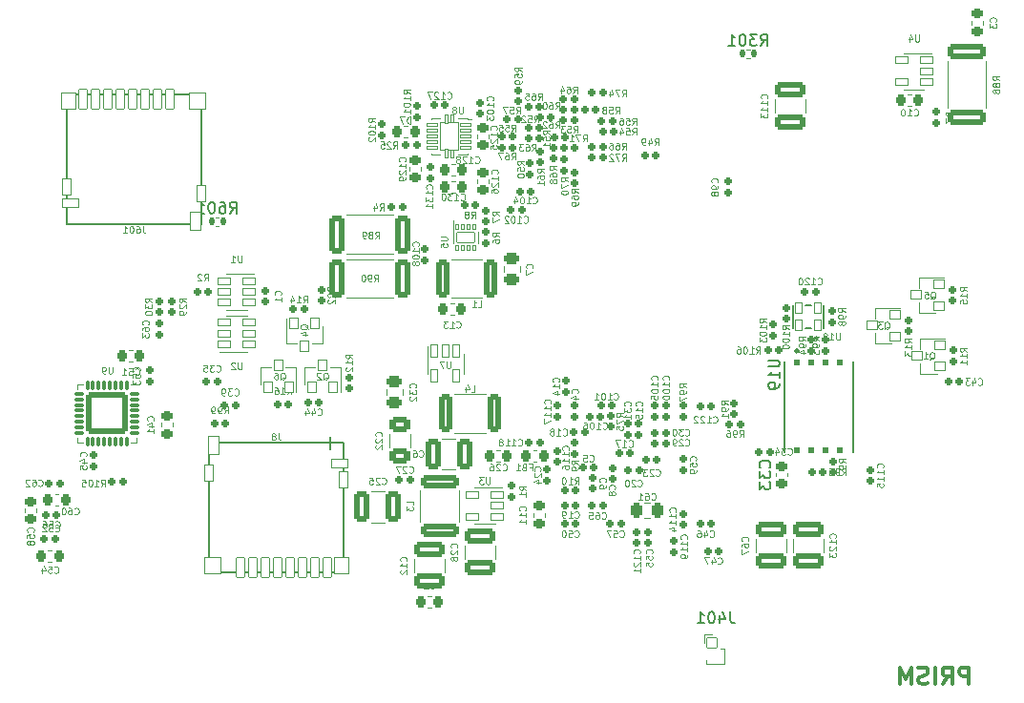
<source format=gbr>
G04 #@! TF.GenerationSoftware,KiCad,Pcbnew,8.0.6-8.0.6-0~ubuntu24.04.1*
G04 #@! TF.CreationDate,2025-03-07T13:19:28+05:30*
G04 #@! TF.ProjectId,DFTBoard,44465442-6f61-4726-942e-6b696361645f,rev?*
G04 #@! TF.SameCoordinates,Original*
G04 #@! TF.FileFunction,Legend,Bot*
G04 #@! TF.FilePolarity,Positive*
%FSLAX46Y46*%
G04 Gerber Fmt 4.6, Leading zero omitted, Abs format (unit mm)*
G04 Created by KiCad (PCBNEW 8.0.6-8.0.6-0~ubuntu24.04.1) date 2025-03-07 13:19:28*
%MOMM*%
%LPD*%
G01*
G04 APERTURE LIST*
G04 Aperture macros list*
%AMRoundRect*
0 Rectangle with rounded corners*
0 $1 Rounding radius*
0 $2 $3 $4 $5 $6 $7 $8 $9 X,Y pos of 4 corners*
0 Add a 4 corners polygon primitive as box body*
4,1,4,$2,$3,$4,$5,$6,$7,$8,$9,$2,$3,0*
0 Add four circle primitives for the rounded corners*
1,1,$1+$1,$2,$3*
1,1,$1+$1,$4,$5*
1,1,$1+$1,$6,$7*
1,1,$1+$1,$8,$9*
0 Add four rect primitives between the rounded corners*
20,1,$1+$1,$2,$3,$4,$5,0*
20,1,$1+$1,$4,$5,$6,$7,0*
20,1,$1+$1,$6,$7,$8,$9,0*
20,1,$1+$1,$8,$9,$2,$3,0*%
G04 Aperture macros list end*
%ADD10C,0.200000*%
%ADD11C,0.375000*%
%ADD12C,0.100000*%
%ADD13C,0.150000*%
%ADD14C,0.127000*%
%ADD15C,0.120000*%
%ADD16C,0.250000*%
%ADD17C,0.000000*%
%ADD18C,4.030000*%
%ADD19C,3.030000*%
%ADD20C,2.030000*%
%ADD21C,1.808000*%
%ADD22RoundRect,0.015000X-0.850000X0.850000X-0.850000X-0.850000X0.850000X-0.850000X0.850000X0.850000X0*%
%ADD23O,1.730000X1.730000*%
%ADD24RoundRect,0.015000X0.325000X-0.425000X0.325000X0.425000X-0.325000X0.425000X-0.325000X-0.425000X0*%
%ADD25RoundRect,0.155000X0.155000X0.180000X-0.155000X0.180000X-0.155000X-0.180000X0.155000X-0.180000X0*%
%ADD26RoundRect,0.155000X-0.180000X0.155000X-0.180000X-0.155000X0.180000X-0.155000X0.180000X0.155000X0*%
%ADD27RoundRect,0.155000X-0.155000X-0.180000X0.155000X-0.180000X0.155000X0.180000X-0.155000X0.180000X0*%
%ADD28RoundRect,0.226250X0.263750X-0.226250X0.263750X0.226250X-0.263750X0.226250X-0.263750X-0.226250X0*%
%ADD29RoundRect,0.256000X-1.084000X0.384000X-1.084000X-0.384000X1.084000X-0.384000X1.084000X0.384000X0*%
%ADD30RoundRect,0.256000X-0.634000X0.384000X-0.634000X-0.384000X0.634000X-0.384000X0.634000X0.384000X0*%
%ADD31RoundRect,0.256666X-1.458334X0.320834X-1.458334X-0.320834X1.458334X-0.320834X1.458334X0.320834X0*%
%ADD32RoundRect,0.015000X0.450000X0.400000X-0.450000X0.400000X-0.450000X-0.400000X0.450000X-0.400000X0*%
%ADD33RoundRect,0.155000X0.180000X-0.155000X0.180000X0.155000X-0.180000X0.155000X-0.180000X-0.155000X0*%
%ADD34RoundRect,0.015000X-0.530000X-0.325000X0.530000X-0.325000X0.530000X0.325000X-0.530000X0.325000X0*%
%ADD35RoundRect,0.256000X0.384000X1.084000X-0.384000X1.084000X-0.384000X-1.084000X0.384000X-1.084000X0*%
%ADD36RoundRect,0.226250X-0.263750X0.226250X-0.263750X-0.226250X0.263750X-0.226250X0.263750X0.226250X0*%
%ADD37RoundRect,0.251250X-0.251250X-0.463750X0.251250X-0.463750X0.251250X0.463750X-0.251250X0.463750X0*%
%ADD38RoundRect,0.015000X0.425000X0.140000X-0.425000X0.140000X-0.425000X-0.140000X0.425000X-0.140000X0*%
%ADD39RoundRect,0.015000X0.140000X0.350000X-0.140000X0.350000X-0.140000X-0.350000X0.140000X-0.350000X0*%
%ADD40RoundRect,0.015000X0.825000X1.200000X-0.825000X1.200000X-0.825000X-1.200000X0.825000X-1.200000X0*%
%ADD41RoundRect,0.226250X0.226250X0.263750X-0.226250X0.263750X-0.226250X-0.263750X0.226250X-0.263750X0*%
%ADD42RoundRect,0.070000X0.320000X0.070000X-0.320000X0.070000X-0.320000X-0.070000X0.320000X-0.070000X0*%
%ADD43RoundRect,0.070000X0.070000X0.320000X-0.070000X0.320000X-0.070000X-0.320000X0.070000X-0.320000X0*%
%ADD44RoundRect,0.252054X1.587946X1.587946X-1.587946X1.587946X-1.587946X-1.587946X1.587946X-1.587946X0*%
%ADD45RoundRect,0.226250X-0.226250X-0.263750X0.226250X-0.263750X0.226250X0.263750X-0.226250X0.263750X0*%
%ADD46RoundRect,0.015000X0.530000X0.325000X-0.530000X0.325000X-0.530000X-0.325000X0.530000X-0.325000X0*%
%ADD47RoundRect,0.256666X-0.320834X-1.458334X0.320834X-1.458334X0.320834X1.458334X-0.320834X1.458334X0*%
%ADD48RoundRect,0.015000X0.400000X-0.450000X0.400000X0.450000X-0.400000X0.450000X-0.400000X-0.450000X0*%
%ADD49RoundRect,0.015000X-0.325000X0.530000X-0.325000X-0.530000X0.325000X-0.530000X0.325000X0.530000X0*%
%ADD50RoundRect,0.015000X-0.125000X0.250000X-0.125000X-0.250000X0.125000X-0.250000X0.125000X0.250000X0*%
%ADD51RoundRect,0.015000X-0.800000X0.450000X-0.800000X-0.450000X0.800000X-0.450000X0.800000X0.450000X0*%
%ADD52RoundRect,0.251250X-0.463750X0.251250X-0.463750X-0.251250X0.463750X-0.251250X0.463750X0.251250X0*%
%ADD53RoundRect,0.015000X-0.400000X0.450000X-0.400000X-0.450000X0.400000X-0.450000X0.400000X0.450000X0*%
%ADD54RoundRect,0.015000X0.350000X0.875000X-0.350000X0.875000X-0.350000X-0.875000X0.350000X-0.875000X0*%
%ADD55RoundRect,0.015000X0.650000X0.750000X-0.650000X0.750000X-0.650000X-0.750000X0.650000X-0.750000X0*%
%ADD56RoundRect,0.015000X0.750000X0.750000X-0.750000X0.750000X-0.750000X-0.750000X0.750000X-0.750000X0*%
%ADD57RoundRect,0.015000X0.400000X0.700000X-0.400000X0.700000X-0.400000X-0.700000X0.400000X-0.700000X0*%
%ADD58RoundRect,0.015000X0.500000X0.775000X-0.500000X0.775000X-0.500000X-0.775000X0.500000X-0.775000X0*%
%ADD59RoundRect,0.015000X0.750000X0.400000X-0.750000X0.400000X-0.750000X-0.400000X0.750000X-0.400000X0*%
%ADD60RoundRect,0.015000X0.400000X0.750000X-0.400000X0.750000X-0.400000X-0.750000X0.400000X-0.750000X0*%
%ADD61RoundRect,0.251250X0.463750X-0.251250X0.463750X0.251250X-0.463750X0.251250X-0.463750X-0.251250X0*%
%ADD62RoundRect,0.255555X-0.434445X-1.434445X0.434445X-1.434445X0.434445X1.434445X-0.434445X1.434445X0*%
%ADD63RoundRect,0.255555X1.434445X-0.434445X1.434445X0.434445X-1.434445X0.434445X-1.434445X-0.434445X0*%
%ADD64RoundRect,0.240000X-0.000010X0.250000X-0.000010X-0.250000X0.000010X-0.250000X0.000010X0.250000X0*%
%ADD65RoundRect,0.232500X-0.257500X0.232500X-0.257500X-0.232500X0.257500X-0.232500X0.257500X0.232500X0*%
%ADD66RoundRect,0.015000X0.425000X0.425000X-0.425000X0.425000X-0.425000X-0.425000X0.425000X-0.425000X0*%
%ADD67O,0.880000X0.880000*%
%ADD68RoundRect,0.015000X-0.350000X-0.875000X0.350000X-0.875000X0.350000X0.875000X-0.350000X0.875000X0*%
%ADD69RoundRect,0.015000X-0.650000X-0.750000X0.650000X-0.750000X0.650000X0.750000X-0.650000X0.750000X0*%
%ADD70RoundRect,0.015000X-0.750000X-0.750000X0.750000X-0.750000X0.750000X0.750000X-0.750000X0.750000X0*%
%ADD71RoundRect,0.015000X-0.400000X-0.700000X0.400000X-0.700000X0.400000X0.700000X-0.400000X0.700000X0*%
%ADD72RoundRect,0.015000X-0.500000X-0.775000X0.500000X-0.775000X0.500000X0.775000X-0.500000X0.775000X0*%
%ADD73RoundRect,0.015000X-0.750000X-0.400000X0.750000X-0.400000X0.750000X0.400000X-0.750000X0.400000X0*%
%ADD74RoundRect,0.015000X-0.400000X-0.750000X0.400000X-0.750000X0.400000X0.750000X-0.400000X0.750000X0*%
%ADD75RoundRect,0.142500X0.142500X0.192500X-0.142500X0.192500X-0.142500X-0.192500X0.142500X-0.192500X0*%
G04 APERTURE END LIST*
D10*
X136928604Y-137640048D02*
X136928604Y-136490048D01*
D11*
X193591428Y-158454428D02*
X193591428Y-156954428D01*
X193591428Y-156954428D02*
X193019999Y-156954428D01*
X193019999Y-156954428D02*
X192877142Y-157025857D01*
X192877142Y-157025857D02*
X192805713Y-157097285D01*
X192805713Y-157097285D02*
X192734285Y-157240142D01*
X192734285Y-157240142D02*
X192734285Y-157454428D01*
X192734285Y-157454428D02*
X192805713Y-157597285D01*
X192805713Y-157597285D02*
X192877142Y-157668714D01*
X192877142Y-157668714D02*
X193019999Y-157740142D01*
X193019999Y-157740142D02*
X193591428Y-157740142D01*
X191234285Y-158454428D02*
X191734285Y-157740142D01*
X192091428Y-158454428D02*
X192091428Y-156954428D01*
X192091428Y-156954428D02*
X191519999Y-156954428D01*
X191519999Y-156954428D02*
X191377142Y-157025857D01*
X191377142Y-157025857D02*
X191305713Y-157097285D01*
X191305713Y-157097285D02*
X191234285Y-157240142D01*
X191234285Y-157240142D02*
X191234285Y-157454428D01*
X191234285Y-157454428D02*
X191305713Y-157597285D01*
X191305713Y-157597285D02*
X191377142Y-157668714D01*
X191377142Y-157668714D02*
X191519999Y-157740142D01*
X191519999Y-157740142D02*
X192091428Y-157740142D01*
X190591428Y-158454428D02*
X190591428Y-156954428D01*
X189948570Y-158383000D02*
X189734285Y-158454428D01*
X189734285Y-158454428D02*
X189377142Y-158454428D01*
X189377142Y-158454428D02*
X189234285Y-158383000D01*
X189234285Y-158383000D02*
X189162856Y-158311571D01*
X189162856Y-158311571D02*
X189091427Y-158168714D01*
X189091427Y-158168714D02*
X189091427Y-158025857D01*
X189091427Y-158025857D02*
X189162856Y-157883000D01*
X189162856Y-157883000D02*
X189234285Y-157811571D01*
X189234285Y-157811571D02*
X189377142Y-157740142D01*
X189377142Y-157740142D02*
X189662856Y-157668714D01*
X189662856Y-157668714D02*
X189805713Y-157597285D01*
X189805713Y-157597285D02*
X189877142Y-157525857D01*
X189877142Y-157525857D02*
X189948570Y-157383000D01*
X189948570Y-157383000D02*
X189948570Y-157240142D01*
X189948570Y-157240142D02*
X189877142Y-157097285D01*
X189877142Y-157097285D02*
X189805713Y-157025857D01*
X189805713Y-157025857D02*
X189662856Y-156954428D01*
X189662856Y-156954428D02*
X189305713Y-156954428D01*
X189305713Y-156954428D02*
X189091427Y-157025857D01*
X188448571Y-158454428D02*
X188448571Y-156954428D01*
X188448571Y-156954428D02*
X187948571Y-158025857D01*
X187948571Y-158025857D02*
X187448571Y-156954428D01*
X187448571Y-156954428D02*
X187448571Y-158454428D01*
D12*
X182166990Y-127298896D02*
X182166990Y-127784610D01*
X182166990Y-127784610D02*
X182138419Y-127841753D01*
X182138419Y-127841753D02*
X182109848Y-127870325D01*
X182109848Y-127870325D02*
X182052705Y-127898896D01*
X182052705Y-127898896D02*
X181938419Y-127898896D01*
X181938419Y-127898896D02*
X181881276Y-127870325D01*
X181881276Y-127870325D02*
X181852705Y-127841753D01*
X181852705Y-127841753D02*
X181824133Y-127784610D01*
X181824133Y-127784610D02*
X181824133Y-127298896D01*
X181224134Y-127898896D02*
X181566991Y-127898896D01*
X181395562Y-127898896D02*
X181395562Y-127298896D01*
X181395562Y-127298896D02*
X181452705Y-127384610D01*
X181452705Y-127384610D02*
X181509848Y-127441753D01*
X181509848Y-127441753D02*
X181566991Y-127470325D01*
X180881276Y-127556039D02*
X180938419Y-127527467D01*
X180938419Y-127527467D02*
X180966990Y-127498896D01*
X180966990Y-127498896D02*
X180995562Y-127441753D01*
X180995562Y-127441753D02*
X180995562Y-127413182D01*
X180995562Y-127413182D02*
X180966990Y-127356039D01*
X180966990Y-127356039D02*
X180938419Y-127327467D01*
X180938419Y-127327467D02*
X180881276Y-127298896D01*
X180881276Y-127298896D02*
X180766990Y-127298896D01*
X180766990Y-127298896D02*
X180709848Y-127327467D01*
X180709848Y-127327467D02*
X180681276Y-127356039D01*
X180681276Y-127356039D02*
X180652705Y-127413182D01*
X180652705Y-127413182D02*
X180652705Y-127441753D01*
X180652705Y-127441753D02*
X180681276Y-127498896D01*
X180681276Y-127498896D02*
X180709848Y-127527467D01*
X180709848Y-127527467D02*
X180766990Y-127556039D01*
X180766990Y-127556039D02*
X180881276Y-127556039D01*
X180881276Y-127556039D02*
X180938419Y-127584610D01*
X180938419Y-127584610D02*
X180966990Y-127613182D01*
X180966990Y-127613182D02*
X180995562Y-127670325D01*
X180995562Y-127670325D02*
X180995562Y-127784610D01*
X180995562Y-127784610D02*
X180966990Y-127841753D01*
X180966990Y-127841753D02*
X180938419Y-127870325D01*
X180938419Y-127870325D02*
X180881276Y-127898896D01*
X180881276Y-127898896D02*
X180766990Y-127898896D01*
X180766990Y-127898896D02*
X180709848Y-127870325D01*
X180709848Y-127870325D02*
X180681276Y-127841753D01*
X180681276Y-127841753D02*
X180652705Y-127784610D01*
X180652705Y-127784610D02*
X180652705Y-127670325D01*
X180652705Y-127670325D02*
X180681276Y-127613182D01*
X180681276Y-127613182D02*
X180709848Y-127584610D01*
X180709848Y-127584610D02*
X180766990Y-127556039D01*
X156396505Y-109640810D02*
X156110791Y-109440810D01*
X156396505Y-109297953D02*
X155796505Y-109297953D01*
X155796505Y-109297953D02*
X155796505Y-109526524D01*
X155796505Y-109526524D02*
X155825076Y-109583667D01*
X155825076Y-109583667D02*
X155853648Y-109612238D01*
X155853648Y-109612238D02*
X155910791Y-109640810D01*
X155910791Y-109640810D02*
X155996505Y-109640810D01*
X155996505Y-109640810D02*
X156053648Y-109612238D01*
X156053648Y-109612238D02*
X156082219Y-109583667D01*
X156082219Y-109583667D02*
X156110791Y-109526524D01*
X156110791Y-109526524D02*
X156110791Y-109297953D01*
X155796505Y-110183667D02*
X155796505Y-109897953D01*
X155796505Y-109897953D02*
X156082219Y-109869381D01*
X156082219Y-109869381D02*
X156053648Y-109897953D01*
X156053648Y-109897953D02*
X156025076Y-109955096D01*
X156025076Y-109955096D02*
X156025076Y-110097953D01*
X156025076Y-110097953D02*
X156053648Y-110155096D01*
X156053648Y-110155096D02*
X156082219Y-110183667D01*
X156082219Y-110183667D02*
X156139362Y-110212238D01*
X156139362Y-110212238D02*
X156282219Y-110212238D01*
X156282219Y-110212238D02*
X156339362Y-110183667D01*
X156339362Y-110183667D02*
X156367934Y-110155096D01*
X156367934Y-110155096D02*
X156396505Y-110097953D01*
X156396505Y-110097953D02*
X156396505Y-109955096D01*
X156396505Y-109955096D02*
X156367934Y-109897953D01*
X156367934Y-109897953D02*
X156339362Y-109869381D01*
X156396505Y-110783667D02*
X156396505Y-110440810D01*
X156396505Y-110612239D02*
X155796505Y-110612239D01*
X155796505Y-110612239D02*
X155882219Y-110555096D01*
X155882219Y-110555096D02*
X155939362Y-110497953D01*
X155939362Y-110497953D02*
X155967934Y-110440810D01*
X155009848Y-108598896D02*
X155209848Y-108313182D01*
X155352705Y-108598896D02*
X155352705Y-107998896D01*
X155352705Y-107998896D02*
X155124134Y-107998896D01*
X155124134Y-107998896D02*
X155066991Y-108027467D01*
X155066991Y-108027467D02*
X155038420Y-108056039D01*
X155038420Y-108056039D02*
X155009848Y-108113182D01*
X155009848Y-108113182D02*
X155009848Y-108198896D01*
X155009848Y-108198896D02*
X155038420Y-108256039D01*
X155038420Y-108256039D02*
X155066991Y-108284610D01*
X155066991Y-108284610D02*
X155124134Y-108313182D01*
X155124134Y-108313182D02*
X155352705Y-108313182D01*
X154466991Y-107998896D02*
X154752705Y-107998896D01*
X154752705Y-107998896D02*
X154781277Y-108284610D01*
X154781277Y-108284610D02*
X154752705Y-108256039D01*
X154752705Y-108256039D02*
X154695563Y-108227467D01*
X154695563Y-108227467D02*
X154552705Y-108227467D01*
X154552705Y-108227467D02*
X154495563Y-108256039D01*
X154495563Y-108256039D02*
X154466991Y-108284610D01*
X154466991Y-108284610D02*
X154438420Y-108341753D01*
X154438420Y-108341753D02*
X154438420Y-108484610D01*
X154438420Y-108484610D02*
X154466991Y-108541753D01*
X154466991Y-108541753D02*
X154495563Y-108570325D01*
X154495563Y-108570325D02*
X154552705Y-108598896D01*
X154552705Y-108598896D02*
X154695563Y-108598896D01*
X154695563Y-108598896D02*
X154752705Y-108570325D01*
X154752705Y-108570325D02*
X154781277Y-108541753D01*
X154209848Y-108056039D02*
X154181276Y-108027467D01*
X154181276Y-108027467D02*
X154124134Y-107998896D01*
X154124134Y-107998896D02*
X153981276Y-107998896D01*
X153981276Y-107998896D02*
X153924134Y-108027467D01*
X153924134Y-108027467D02*
X153895562Y-108056039D01*
X153895562Y-108056039D02*
X153866991Y-108113182D01*
X153866991Y-108113182D02*
X153866991Y-108170325D01*
X153866991Y-108170325D02*
X153895562Y-108256039D01*
X153895562Y-108256039D02*
X154238419Y-108598896D01*
X154238419Y-108598896D02*
X153866991Y-108598896D01*
X158509848Y-109498896D02*
X158709848Y-109213182D01*
X158852705Y-109498896D02*
X158852705Y-108898896D01*
X158852705Y-108898896D02*
X158624134Y-108898896D01*
X158624134Y-108898896D02*
X158566991Y-108927467D01*
X158566991Y-108927467D02*
X158538420Y-108956039D01*
X158538420Y-108956039D02*
X158509848Y-109013182D01*
X158509848Y-109013182D02*
X158509848Y-109098896D01*
X158509848Y-109098896D02*
X158538420Y-109156039D01*
X158538420Y-109156039D02*
X158566991Y-109184610D01*
X158566991Y-109184610D02*
X158624134Y-109213182D01*
X158624134Y-109213182D02*
X158852705Y-109213182D01*
X157966991Y-108898896D02*
X158252705Y-108898896D01*
X158252705Y-108898896D02*
X158281277Y-109184610D01*
X158281277Y-109184610D02*
X158252705Y-109156039D01*
X158252705Y-109156039D02*
X158195563Y-109127467D01*
X158195563Y-109127467D02*
X158052705Y-109127467D01*
X158052705Y-109127467D02*
X157995563Y-109156039D01*
X157995563Y-109156039D02*
X157966991Y-109184610D01*
X157966991Y-109184610D02*
X157938420Y-109241753D01*
X157938420Y-109241753D02*
X157938420Y-109384610D01*
X157938420Y-109384610D02*
X157966991Y-109441753D01*
X157966991Y-109441753D02*
X157995563Y-109470325D01*
X157995563Y-109470325D02*
X158052705Y-109498896D01*
X158052705Y-109498896D02*
X158195563Y-109498896D01*
X158195563Y-109498896D02*
X158252705Y-109470325D01*
X158252705Y-109470325D02*
X158281277Y-109441753D01*
X157738419Y-108898896D02*
X157366991Y-108898896D01*
X157366991Y-108898896D02*
X157566991Y-109127467D01*
X157566991Y-109127467D02*
X157481276Y-109127467D01*
X157481276Y-109127467D02*
X157424134Y-109156039D01*
X157424134Y-109156039D02*
X157395562Y-109184610D01*
X157395562Y-109184610D02*
X157366991Y-109241753D01*
X157366991Y-109241753D02*
X157366991Y-109384610D01*
X157366991Y-109384610D02*
X157395562Y-109441753D01*
X157395562Y-109441753D02*
X157424134Y-109470325D01*
X157424134Y-109470325D02*
X157481276Y-109498896D01*
X157481276Y-109498896D02*
X157652705Y-109498896D01*
X157652705Y-109498896D02*
X157709848Y-109470325D01*
X157709848Y-109470325D02*
X157738419Y-109441753D01*
X153409848Y-107798896D02*
X153609848Y-107513182D01*
X153752705Y-107798896D02*
X153752705Y-107198896D01*
X153752705Y-107198896D02*
X153524134Y-107198896D01*
X153524134Y-107198896D02*
X153466991Y-107227467D01*
X153466991Y-107227467D02*
X153438420Y-107256039D01*
X153438420Y-107256039D02*
X153409848Y-107313182D01*
X153409848Y-107313182D02*
X153409848Y-107398896D01*
X153409848Y-107398896D02*
X153438420Y-107456039D01*
X153438420Y-107456039D02*
X153466991Y-107484610D01*
X153466991Y-107484610D02*
X153524134Y-107513182D01*
X153524134Y-107513182D02*
X153752705Y-107513182D01*
X152866991Y-107198896D02*
X153152705Y-107198896D01*
X153152705Y-107198896D02*
X153181277Y-107484610D01*
X153181277Y-107484610D02*
X153152705Y-107456039D01*
X153152705Y-107456039D02*
X153095563Y-107427467D01*
X153095563Y-107427467D02*
X152952705Y-107427467D01*
X152952705Y-107427467D02*
X152895563Y-107456039D01*
X152895563Y-107456039D02*
X152866991Y-107484610D01*
X152866991Y-107484610D02*
X152838420Y-107541753D01*
X152838420Y-107541753D02*
X152838420Y-107684610D01*
X152838420Y-107684610D02*
X152866991Y-107741753D01*
X152866991Y-107741753D02*
X152895563Y-107770325D01*
X152895563Y-107770325D02*
X152952705Y-107798896D01*
X152952705Y-107798896D02*
X153095563Y-107798896D01*
X153095563Y-107798896D02*
X153152705Y-107770325D01*
X153152705Y-107770325D02*
X153181277Y-107741753D01*
X152638419Y-107198896D02*
X152238419Y-107198896D01*
X152238419Y-107198896D02*
X152495562Y-107798896D01*
X156909848Y-107398896D02*
X157109848Y-107113182D01*
X157252705Y-107398896D02*
X157252705Y-106798896D01*
X157252705Y-106798896D02*
X157024134Y-106798896D01*
X157024134Y-106798896D02*
X156966991Y-106827467D01*
X156966991Y-106827467D02*
X156938420Y-106856039D01*
X156938420Y-106856039D02*
X156909848Y-106913182D01*
X156909848Y-106913182D02*
X156909848Y-106998896D01*
X156909848Y-106998896D02*
X156938420Y-107056039D01*
X156938420Y-107056039D02*
X156966991Y-107084610D01*
X156966991Y-107084610D02*
X157024134Y-107113182D01*
X157024134Y-107113182D02*
X157252705Y-107113182D01*
X156395563Y-106798896D02*
X156509848Y-106798896D01*
X156509848Y-106798896D02*
X156566991Y-106827467D01*
X156566991Y-106827467D02*
X156595563Y-106856039D01*
X156595563Y-106856039D02*
X156652705Y-106941753D01*
X156652705Y-106941753D02*
X156681277Y-107056039D01*
X156681277Y-107056039D02*
X156681277Y-107284610D01*
X156681277Y-107284610D02*
X156652705Y-107341753D01*
X156652705Y-107341753D02*
X156624134Y-107370325D01*
X156624134Y-107370325D02*
X156566991Y-107398896D01*
X156566991Y-107398896D02*
X156452705Y-107398896D01*
X156452705Y-107398896D02*
X156395563Y-107370325D01*
X156395563Y-107370325D02*
X156366991Y-107341753D01*
X156366991Y-107341753D02*
X156338420Y-107284610D01*
X156338420Y-107284610D02*
X156338420Y-107141753D01*
X156338420Y-107141753D02*
X156366991Y-107084610D01*
X156366991Y-107084610D02*
X156395563Y-107056039D01*
X156395563Y-107056039D02*
X156452705Y-107027467D01*
X156452705Y-107027467D02*
X156566991Y-107027467D01*
X156566991Y-107027467D02*
X156624134Y-107056039D01*
X156624134Y-107056039D02*
X156652705Y-107084610D01*
X156652705Y-107084610D02*
X156681277Y-107141753D01*
X155966991Y-106798896D02*
X155909848Y-106798896D01*
X155909848Y-106798896D02*
X155852705Y-106827467D01*
X155852705Y-106827467D02*
X155824134Y-106856039D01*
X155824134Y-106856039D02*
X155795562Y-106913182D01*
X155795562Y-106913182D02*
X155766991Y-107027467D01*
X155766991Y-107027467D02*
X155766991Y-107170325D01*
X155766991Y-107170325D02*
X155795562Y-107284610D01*
X155795562Y-107284610D02*
X155824134Y-107341753D01*
X155824134Y-107341753D02*
X155852705Y-107370325D01*
X155852705Y-107370325D02*
X155909848Y-107398896D01*
X155909848Y-107398896D02*
X155966991Y-107398896D01*
X155966991Y-107398896D02*
X156024134Y-107370325D01*
X156024134Y-107370325D02*
X156052705Y-107341753D01*
X156052705Y-107341753D02*
X156081276Y-107284610D01*
X156081276Y-107284610D02*
X156109848Y-107170325D01*
X156109848Y-107170325D02*
X156109848Y-107027467D01*
X156109848Y-107027467D02*
X156081276Y-106913182D01*
X156081276Y-106913182D02*
X156052705Y-106856039D01*
X156052705Y-106856039D02*
X156024134Y-106827467D01*
X156024134Y-106827467D02*
X155966991Y-106798896D01*
X155896505Y-113040810D02*
X155610791Y-112840810D01*
X155896505Y-112697953D02*
X155296505Y-112697953D01*
X155296505Y-112697953D02*
X155296505Y-112926524D01*
X155296505Y-112926524D02*
X155325076Y-112983667D01*
X155325076Y-112983667D02*
X155353648Y-113012238D01*
X155353648Y-113012238D02*
X155410791Y-113040810D01*
X155410791Y-113040810D02*
X155496505Y-113040810D01*
X155496505Y-113040810D02*
X155553648Y-113012238D01*
X155553648Y-113012238D02*
X155582219Y-112983667D01*
X155582219Y-112983667D02*
X155610791Y-112926524D01*
X155610791Y-112926524D02*
X155610791Y-112697953D01*
X155296505Y-113555096D02*
X155296505Y-113440810D01*
X155296505Y-113440810D02*
X155325076Y-113383667D01*
X155325076Y-113383667D02*
X155353648Y-113355096D01*
X155353648Y-113355096D02*
X155439362Y-113297953D01*
X155439362Y-113297953D02*
X155553648Y-113269381D01*
X155553648Y-113269381D02*
X155782219Y-113269381D01*
X155782219Y-113269381D02*
X155839362Y-113297953D01*
X155839362Y-113297953D02*
X155867934Y-113326524D01*
X155867934Y-113326524D02*
X155896505Y-113383667D01*
X155896505Y-113383667D02*
X155896505Y-113497953D01*
X155896505Y-113497953D02*
X155867934Y-113555096D01*
X155867934Y-113555096D02*
X155839362Y-113583667D01*
X155839362Y-113583667D02*
X155782219Y-113612238D01*
X155782219Y-113612238D02*
X155639362Y-113612238D01*
X155639362Y-113612238D02*
X155582219Y-113583667D01*
X155582219Y-113583667D02*
X155553648Y-113555096D01*
X155553648Y-113555096D02*
X155525076Y-113497953D01*
X155525076Y-113497953D02*
X155525076Y-113383667D01*
X155525076Y-113383667D02*
X155553648Y-113326524D01*
X155553648Y-113326524D02*
X155582219Y-113297953D01*
X155582219Y-113297953D02*
X155639362Y-113269381D01*
X155896505Y-114183667D02*
X155896505Y-113840810D01*
X155896505Y-114012239D02*
X155296505Y-114012239D01*
X155296505Y-114012239D02*
X155382219Y-113955096D01*
X155382219Y-113955096D02*
X155439362Y-113897953D01*
X155439362Y-113897953D02*
X155467934Y-113840810D01*
X156909848Y-109098896D02*
X157109848Y-108813182D01*
X157252705Y-109098896D02*
X157252705Y-108498896D01*
X157252705Y-108498896D02*
X157024134Y-108498896D01*
X157024134Y-108498896D02*
X156966991Y-108527467D01*
X156966991Y-108527467D02*
X156938420Y-108556039D01*
X156938420Y-108556039D02*
X156909848Y-108613182D01*
X156909848Y-108613182D02*
X156909848Y-108698896D01*
X156909848Y-108698896D02*
X156938420Y-108756039D01*
X156938420Y-108756039D02*
X156966991Y-108784610D01*
X156966991Y-108784610D02*
X157024134Y-108813182D01*
X157024134Y-108813182D02*
X157252705Y-108813182D01*
X156395563Y-108498896D02*
X156509848Y-108498896D01*
X156509848Y-108498896D02*
X156566991Y-108527467D01*
X156566991Y-108527467D02*
X156595563Y-108556039D01*
X156595563Y-108556039D02*
X156652705Y-108641753D01*
X156652705Y-108641753D02*
X156681277Y-108756039D01*
X156681277Y-108756039D02*
X156681277Y-108984610D01*
X156681277Y-108984610D02*
X156652705Y-109041753D01*
X156652705Y-109041753D02*
X156624134Y-109070325D01*
X156624134Y-109070325D02*
X156566991Y-109098896D01*
X156566991Y-109098896D02*
X156452705Y-109098896D01*
X156452705Y-109098896D02*
X156395563Y-109070325D01*
X156395563Y-109070325D02*
X156366991Y-109041753D01*
X156366991Y-109041753D02*
X156338420Y-108984610D01*
X156338420Y-108984610D02*
X156338420Y-108841753D01*
X156338420Y-108841753D02*
X156366991Y-108784610D01*
X156366991Y-108784610D02*
X156395563Y-108756039D01*
X156395563Y-108756039D02*
X156452705Y-108727467D01*
X156452705Y-108727467D02*
X156566991Y-108727467D01*
X156566991Y-108727467D02*
X156624134Y-108756039D01*
X156624134Y-108756039D02*
X156652705Y-108784610D01*
X156652705Y-108784610D02*
X156681277Y-108841753D01*
X156109848Y-108556039D02*
X156081276Y-108527467D01*
X156081276Y-108527467D02*
X156024134Y-108498896D01*
X156024134Y-108498896D02*
X155881276Y-108498896D01*
X155881276Y-108498896D02*
X155824134Y-108527467D01*
X155824134Y-108527467D02*
X155795562Y-108556039D01*
X155795562Y-108556039D02*
X155766991Y-108613182D01*
X155766991Y-108613182D02*
X155766991Y-108670325D01*
X155766991Y-108670325D02*
X155795562Y-108756039D01*
X155795562Y-108756039D02*
X156138419Y-109098896D01*
X156138419Y-109098896D02*
X155766991Y-109098896D01*
X154809848Y-111098896D02*
X155009848Y-110813182D01*
X155152705Y-111098896D02*
X155152705Y-110498896D01*
X155152705Y-110498896D02*
X154924134Y-110498896D01*
X154924134Y-110498896D02*
X154866991Y-110527467D01*
X154866991Y-110527467D02*
X154838420Y-110556039D01*
X154838420Y-110556039D02*
X154809848Y-110613182D01*
X154809848Y-110613182D02*
X154809848Y-110698896D01*
X154809848Y-110698896D02*
X154838420Y-110756039D01*
X154838420Y-110756039D02*
X154866991Y-110784610D01*
X154866991Y-110784610D02*
X154924134Y-110813182D01*
X154924134Y-110813182D02*
X155152705Y-110813182D01*
X154295563Y-110498896D02*
X154409848Y-110498896D01*
X154409848Y-110498896D02*
X154466991Y-110527467D01*
X154466991Y-110527467D02*
X154495563Y-110556039D01*
X154495563Y-110556039D02*
X154552705Y-110641753D01*
X154552705Y-110641753D02*
X154581277Y-110756039D01*
X154581277Y-110756039D02*
X154581277Y-110984610D01*
X154581277Y-110984610D02*
X154552705Y-111041753D01*
X154552705Y-111041753D02*
X154524134Y-111070325D01*
X154524134Y-111070325D02*
X154466991Y-111098896D01*
X154466991Y-111098896D02*
X154352705Y-111098896D01*
X154352705Y-111098896D02*
X154295563Y-111070325D01*
X154295563Y-111070325D02*
X154266991Y-111041753D01*
X154266991Y-111041753D02*
X154238420Y-110984610D01*
X154238420Y-110984610D02*
X154238420Y-110841753D01*
X154238420Y-110841753D02*
X154266991Y-110784610D01*
X154266991Y-110784610D02*
X154295563Y-110756039D01*
X154295563Y-110756039D02*
X154352705Y-110727467D01*
X154352705Y-110727467D02*
X154466991Y-110727467D01*
X154466991Y-110727467D02*
X154524134Y-110756039D01*
X154524134Y-110756039D02*
X154552705Y-110784610D01*
X154552705Y-110784610D02*
X154581277Y-110841753D01*
X154038419Y-110498896D02*
X153666991Y-110498896D01*
X153666991Y-110498896D02*
X153866991Y-110727467D01*
X153866991Y-110727467D02*
X153781276Y-110727467D01*
X153781276Y-110727467D02*
X153724134Y-110756039D01*
X153724134Y-110756039D02*
X153695562Y-110784610D01*
X153695562Y-110784610D02*
X153666991Y-110841753D01*
X153666991Y-110841753D02*
X153666991Y-110984610D01*
X153666991Y-110984610D02*
X153695562Y-111041753D01*
X153695562Y-111041753D02*
X153724134Y-111070325D01*
X153724134Y-111070325D02*
X153781276Y-111098896D01*
X153781276Y-111098896D02*
X153952705Y-111098896D01*
X153952705Y-111098896D02*
X154009848Y-111070325D01*
X154009848Y-111070325D02*
X154038419Y-111041753D01*
X155359848Y-106598896D02*
X155559848Y-106313182D01*
X155702705Y-106598896D02*
X155702705Y-105998896D01*
X155702705Y-105998896D02*
X155474134Y-105998896D01*
X155474134Y-105998896D02*
X155416991Y-106027467D01*
X155416991Y-106027467D02*
X155388420Y-106056039D01*
X155388420Y-106056039D02*
X155359848Y-106113182D01*
X155359848Y-106113182D02*
X155359848Y-106198896D01*
X155359848Y-106198896D02*
X155388420Y-106256039D01*
X155388420Y-106256039D02*
X155416991Y-106284610D01*
X155416991Y-106284610D02*
X155474134Y-106313182D01*
X155474134Y-106313182D02*
X155702705Y-106313182D01*
X154845563Y-105998896D02*
X154959848Y-105998896D01*
X154959848Y-105998896D02*
X155016991Y-106027467D01*
X155016991Y-106027467D02*
X155045563Y-106056039D01*
X155045563Y-106056039D02*
X155102705Y-106141753D01*
X155102705Y-106141753D02*
X155131277Y-106256039D01*
X155131277Y-106256039D02*
X155131277Y-106484610D01*
X155131277Y-106484610D02*
X155102705Y-106541753D01*
X155102705Y-106541753D02*
X155074134Y-106570325D01*
X155074134Y-106570325D02*
X155016991Y-106598896D01*
X155016991Y-106598896D02*
X154902705Y-106598896D01*
X154902705Y-106598896D02*
X154845563Y-106570325D01*
X154845563Y-106570325D02*
X154816991Y-106541753D01*
X154816991Y-106541753D02*
X154788420Y-106484610D01*
X154788420Y-106484610D02*
X154788420Y-106341753D01*
X154788420Y-106341753D02*
X154816991Y-106284610D01*
X154816991Y-106284610D02*
X154845563Y-106256039D01*
X154845563Y-106256039D02*
X154902705Y-106227467D01*
X154902705Y-106227467D02*
X155016991Y-106227467D01*
X155016991Y-106227467D02*
X155074134Y-106256039D01*
X155074134Y-106256039D02*
X155102705Y-106284610D01*
X155102705Y-106284610D02*
X155131277Y-106341753D01*
X154245562Y-105998896D02*
X154531276Y-105998896D01*
X154531276Y-105998896D02*
X154559848Y-106284610D01*
X154559848Y-106284610D02*
X154531276Y-106256039D01*
X154531276Y-106256039D02*
X154474134Y-106227467D01*
X154474134Y-106227467D02*
X154331276Y-106227467D01*
X154331276Y-106227467D02*
X154274134Y-106256039D01*
X154274134Y-106256039D02*
X154245562Y-106284610D01*
X154245562Y-106284610D02*
X154216991Y-106341753D01*
X154216991Y-106341753D02*
X154216991Y-106484610D01*
X154216991Y-106484610D02*
X154245562Y-106541753D01*
X154245562Y-106541753D02*
X154274134Y-106570325D01*
X154274134Y-106570325D02*
X154331276Y-106598896D01*
X154331276Y-106598896D02*
X154474134Y-106598896D01*
X154474134Y-106598896D02*
X154531276Y-106570325D01*
X154531276Y-106570325D02*
X154559848Y-106541753D01*
X157996505Y-113840810D02*
X157710791Y-113640810D01*
X157996505Y-113497953D02*
X157396505Y-113497953D01*
X157396505Y-113497953D02*
X157396505Y-113726524D01*
X157396505Y-113726524D02*
X157425076Y-113783667D01*
X157425076Y-113783667D02*
X157453648Y-113812238D01*
X157453648Y-113812238D02*
X157510791Y-113840810D01*
X157510791Y-113840810D02*
X157596505Y-113840810D01*
X157596505Y-113840810D02*
X157653648Y-113812238D01*
X157653648Y-113812238D02*
X157682219Y-113783667D01*
X157682219Y-113783667D02*
X157710791Y-113726524D01*
X157710791Y-113726524D02*
X157710791Y-113497953D01*
X157396505Y-114040810D02*
X157396505Y-114440810D01*
X157396505Y-114440810D02*
X157996505Y-114183667D01*
X157396505Y-114783667D02*
X157396505Y-114840810D01*
X157396505Y-114840810D02*
X157425076Y-114897953D01*
X157425076Y-114897953D02*
X157453648Y-114926525D01*
X157453648Y-114926525D02*
X157510791Y-114955096D01*
X157510791Y-114955096D02*
X157625076Y-114983667D01*
X157625076Y-114983667D02*
X157767934Y-114983667D01*
X157767934Y-114983667D02*
X157882219Y-114955096D01*
X157882219Y-114955096D02*
X157939362Y-114926525D01*
X157939362Y-114926525D02*
X157967934Y-114897953D01*
X157967934Y-114897953D02*
X157996505Y-114840810D01*
X157996505Y-114840810D02*
X157996505Y-114783667D01*
X157996505Y-114783667D02*
X157967934Y-114726525D01*
X157967934Y-114726525D02*
X157939362Y-114697953D01*
X157939362Y-114697953D02*
X157882219Y-114669382D01*
X157882219Y-114669382D02*
X157767934Y-114640810D01*
X157767934Y-114640810D02*
X157625076Y-114640810D01*
X157625076Y-114640810D02*
X157510791Y-114669382D01*
X157510791Y-114669382D02*
X157453648Y-114697953D01*
X157453648Y-114697953D02*
X157425076Y-114726525D01*
X157425076Y-114726525D02*
X157396505Y-114783667D01*
X159309848Y-110298896D02*
X159509848Y-110013182D01*
X159652705Y-110298896D02*
X159652705Y-109698896D01*
X159652705Y-109698896D02*
X159424134Y-109698896D01*
X159424134Y-109698896D02*
X159366991Y-109727467D01*
X159366991Y-109727467D02*
X159338420Y-109756039D01*
X159338420Y-109756039D02*
X159309848Y-109813182D01*
X159309848Y-109813182D02*
X159309848Y-109898896D01*
X159309848Y-109898896D02*
X159338420Y-109956039D01*
X159338420Y-109956039D02*
X159366991Y-109984610D01*
X159366991Y-109984610D02*
X159424134Y-110013182D01*
X159424134Y-110013182D02*
X159652705Y-110013182D01*
X159109848Y-109698896D02*
X158709848Y-109698896D01*
X158709848Y-109698896D02*
X158966991Y-110298896D01*
X158166991Y-110298896D02*
X158509848Y-110298896D01*
X158338419Y-110298896D02*
X158338419Y-109698896D01*
X158338419Y-109698896D02*
X158395562Y-109784610D01*
X158395562Y-109784610D02*
X158452705Y-109841753D01*
X158452705Y-109841753D02*
X158509848Y-109870325D01*
X162809848Y-111998896D02*
X163009848Y-111713182D01*
X163152705Y-111998896D02*
X163152705Y-111398896D01*
X163152705Y-111398896D02*
X162924134Y-111398896D01*
X162924134Y-111398896D02*
X162866991Y-111427467D01*
X162866991Y-111427467D02*
X162838420Y-111456039D01*
X162838420Y-111456039D02*
X162809848Y-111513182D01*
X162809848Y-111513182D02*
X162809848Y-111598896D01*
X162809848Y-111598896D02*
X162838420Y-111656039D01*
X162838420Y-111656039D02*
X162866991Y-111684610D01*
X162866991Y-111684610D02*
X162924134Y-111713182D01*
X162924134Y-111713182D02*
X163152705Y-111713182D01*
X162609848Y-111398896D02*
X162209848Y-111398896D01*
X162209848Y-111398896D02*
X162466991Y-111998896D01*
X162009848Y-111456039D02*
X161981276Y-111427467D01*
X161981276Y-111427467D02*
X161924134Y-111398896D01*
X161924134Y-111398896D02*
X161781276Y-111398896D01*
X161781276Y-111398896D02*
X161724134Y-111427467D01*
X161724134Y-111427467D02*
X161695562Y-111456039D01*
X161695562Y-111456039D02*
X161666991Y-111513182D01*
X161666991Y-111513182D02*
X161666991Y-111570325D01*
X161666991Y-111570325D02*
X161695562Y-111656039D01*
X161695562Y-111656039D02*
X162038419Y-111998896D01*
X162038419Y-111998896D02*
X161666991Y-111998896D01*
X182646505Y-138790810D02*
X182360791Y-138590810D01*
X182646505Y-138447953D02*
X182046505Y-138447953D01*
X182046505Y-138447953D02*
X182046505Y-138676524D01*
X182046505Y-138676524D02*
X182075076Y-138733667D01*
X182075076Y-138733667D02*
X182103648Y-138762238D01*
X182103648Y-138762238D02*
X182160791Y-138790810D01*
X182160791Y-138790810D02*
X182246505Y-138790810D01*
X182246505Y-138790810D02*
X182303648Y-138762238D01*
X182303648Y-138762238D02*
X182332219Y-138733667D01*
X182332219Y-138733667D02*
X182360791Y-138676524D01*
X182360791Y-138676524D02*
X182360791Y-138447953D01*
X182646505Y-139076524D02*
X182646505Y-139190810D01*
X182646505Y-139190810D02*
X182617934Y-139247953D01*
X182617934Y-139247953D02*
X182589362Y-139276524D01*
X182589362Y-139276524D02*
X182503648Y-139333667D01*
X182503648Y-139333667D02*
X182389362Y-139362238D01*
X182389362Y-139362238D02*
X182160791Y-139362238D01*
X182160791Y-139362238D02*
X182103648Y-139333667D01*
X182103648Y-139333667D02*
X182075076Y-139305096D01*
X182075076Y-139305096D02*
X182046505Y-139247953D01*
X182046505Y-139247953D02*
X182046505Y-139133667D01*
X182046505Y-139133667D02*
X182075076Y-139076524D01*
X182075076Y-139076524D02*
X182103648Y-139047953D01*
X182103648Y-139047953D02*
X182160791Y-139019381D01*
X182160791Y-139019381D02*
X182303648Y-139019381D01*
X182303648Y-139019381D02*
X182360791Y-139047953D01*
X182360791Y-139047953D02*
X182389362Y-139076524D01*
X182389362Y-139076524D02*
X182417934Y-139133667D01*
X182417934Y-139133667D02*
X182417934Y-139247953D01*
X182417934Y-139247953D02*
X182389362Y-139305096D01*
X182389362Y-139305096D02*
X182360791Y-139333667D01*
X182360791Y-139333667D02*
X182303648Y-139362238D01*
X182103648Y-139590810D02*
X182075076Y-139619382D01*
X182075076Y-139619382D02*
X182046505Y-139676525D01*
X182046505Y-139676525D02*
X182046505Y-139819382D01*
X182046505Y-139819382D02*
X182075076Y-139876525D01*
X182075076Y-139876525D02*
X182103648Y-139905096D01*
X182103648Y-139905096D02*
X182160791Y-139933667D01*
X182160791Y-139933667D02*
X182217934Y-139933667D01*
X182217934Y-139933667D02*
X182303648Y-139905096D01*
X182303648Y-139905096D02*
X182646505Y-139562239D01*
X182646505Y-139562239D02*
X182646505Y-139933667D01*
X173209848Y-136498896D02*
X173409848Y-136213182D01*
X173552705Y-136498896D02*
X173552705Y-135898896D01*
X173552705Y-135898896D02*
X173324134Y-135898896D01*
X173324134Y-135898896D02*
X173266991Y-135927467D01*
X173266991Y-135927467D02*
X173238420Y-135956039D01*
X173238420Y-135956039D02*
X173209848Y-136013182D01*
X173209848Y-136013182D02*
X173209848Y-136098896D01*
X173209848Y-136098896D02*
X173238420Y-136156039D01*
X173238420Y-136156039D02*
X173266991Y-136184610D01*
X173266991Y-136184610D02*
X173324134Y-136213182D01*
X173324134Y-136213182D02*
X173552705Y-136213182D01*
X172924134Y-136498896D02*
X172809848Y-136498896D01*
X172809848Y-136498896D02*
X172752705Y-136470325D01*
X172752705Y-136470325D02*
X172724134Y-136441753D01*
X172724134Y-136441753D02*
X172666991Y-136356039D01*
X172666991Y-136356039D02*
X172638420Y-136241753D01*
X172638420Y-136241753D02*
X172638420Y-136013182D01*
X172638420Y-136013182D02*
X172666991Y-135956039D01*
X172666991Y-135956039D02*
X172695563Y-135927467D01*
X172695563Y-135927467D02*
X172752705Y-135898896D01*
X172752705Y-135898896D02*
X172866991Y-135898896D01*
X172866991Y-135898896D02*
X172924134Y-135927467D01*
X172924134Y-135927467D02*
X172952705Y-135956039D01*
X172952705Y-135956039D02*
X172981277Y-136013182D01*
X172981277Y-136013182D02*
X172981277Y-136156039D01*
X172981277Y-136156039D02*
X172952705Y-136213182D01*
X172952705Y-136213182D02*
X172924134Y-136241753D01*
X172924134Y-136241753D02*
X172866991Y-136270325D01*
X172866991Y-136270325D02*
X172752705Y-136270325D01*
X172752705Y-136270325D02*
X172695563Y-136241753D01*
X172695563Y-136241753D02*
X172666991Y-136213182D01*
X172666991Y-136213182D02*
X172638420Y-136156039D01*
X172124134Y-135898896D02*
X172238419Y-135898896D01*
X172238419Y-135898896D02*
X172295562Y-135927467D01*
X172295562Y-135927467D02*
X172324134Y-135956039D01*
X172324134Y-135956039D02*
X172381276Y-136041753D01*
X172381276Y-136041753D02*
X172409848Y-136156039D01*
X172409848Y-136156039D02*
X172409848Y-136384610D01*
X172409848Y-136384610D02*
X172381276Y-136441753D01*
X172381276Y-136441753D02*
X172352705Y-136470325D01*
X172352705Y-136470325D02*
X172295562Y-136498896D01*
X172295562Y-136498896D02*
X172181276Y-136498896D01*
X172181276Y-136498896D02*
X172124134Y-136470325D01*
X172124134Y-136470325D02*
X172095562Y-136441753D01*
X172095562Y-136441753D02*
X172066991Y-136384610D01*
X172066991Y-136384610D02*
X172066991Y-136241753D01*
X172066991Y-136241753D02*
X172095562Y-136184610D01*
X172095562Y-136184610D02*
X172124134Y-136156039D01*
X172124134Y-136156039D02*
X172181276Y-136127467D01*
X172181276Y-136127467D02*
X172295562Y-136127467D01*
X172295562Y-136127467D02*
X172352705Y-136156039D01*
X172352705Y-136156039D02*
X172381276Y-136184610D01*
X172381276Y-136184610D02*
X172409848Y-136241753D01*
X168496505Y-132140810D02*
X168210791Y-131940810D01*
X168496505Y-131797953D02*
X167896505Y-131797953D01*
X167896505Y-131797953D02*
X167896505Y-132026524D01*
X167896505Y-132026524D02*
X167925076Y-132083667D01*
X167925076Y-132083667D02*
X167953648Y-132112238D01*
X167953648Y-132112238D02*
X168010791Y-132140810D01*
X168010791Y-132140810D02*
X168096505Y-132140810D01*
X168096505Y-132140810D02*
X168153648Y-132112238D01*
X168153648Y-132112238D02*
X168182219Y-132083667D01*
X168182219Y-132083667D02*
X168210791Y-132026524D01*
X168210791Y-132026524D02*
X168210791Y-131797953D01*
X168496505Y-132426524D02*
X168496505Y-132540810D01*
X168496505Y-132540810D02*
X168467934Y-132597953D01*
X168467934Y-132597953D02*
X168439362Y-132626524D01*
X168439362Y-132626524D02*
X168353648Y-132683667D01*
X168353648Y-132683667D02*
X168239362Y-132712238D01*
X168239362Y-132712238D02*
X168010791Y-132712238D01*
X168010791Y-132712238D02*
X167953648Y-132683667D01*
X167953648Y-132683667D02*
X167925076Y-132655096D01*
X167925076Y-132655096D02*
X167896505Y-132597953D01*
X167896505Y-132597953D02*
X167896505Y-132483667D01*
X167896505Y-132483667D02*
X167925076Y-132426524D01*
X167925076Y-132426524D02*
X167953648Y-132397953D01*
X167953648Y-132397953D02*
X168010791Y-132369381D01*
X168010791Y-132369381D02*
X168153648Y-132369381D01*
X168153648Y-132369381D02*
X168210791Y-132397953D01*
X168210791Y-132397953D02*
X168239362Y-132426524D01*
X168239362Y-132426524D02*
X168267934Y-132483667D01*
X168267934Y-132483667D02*
X168267934Y-132597953D01*
X168267934Y-132597953D02*
X168239362Y-132655096D01*
X168239362Y-132655096D02*
X168210791Y-132683667D01*
X168210791Y-132683667D02*
X168153648Y-132712238D01*
X167896505Y-132912239D02*
X167896505Y-133312239D01*
X167896505Y-133312239D02*
X168496505Y-133055096D01*
X195955228Y-99640000D02*
X195983800Y-99611428D01*
X195983800Y-99611428D02*
X196012371Y-99525714D01*
X196012371Y-99525714D02*
X196012371Y-99468571D01*
X196012371Y-99468571D02*
X195983800Y-99382857D01*
X195983800Y-99382857D02*
X195926657Y-99325714D01*
X195926657Y-99325714D02*
X195869514Y-99297143D01*
X195869514Y-99297143D02*
X195755228Y-99268571D01*
X195755228Y-99268571D02*
X195669514Y-99268571D01*
X195669514Y-99268571D02*
X195555228Y-99297143D01*
X195555228Y-99297143D02*
X195498085Y-99325714D01*
X195498085Y-99325714D02*
X195440942Y-99382857D01*
X195440942Y-99382857D02*
X195412371Y-99468571D01*
X195412371Y-99468571D02*
X195412371Y-99525714D01*
X195412371Y-99525714D02*
X195440942Y-99611428D01*
X195440942Y-99611428D02*
X195469514Y-99640000D01*
X195412371Y-99840000D02*
X195412371Y-100211428D01*
X195412371Y-100211428D02*
X195640942Y-100011428D01*
X195640942Y-100011428D02*
X195640942Y-100097143D01*
X195640942Y-100097143D02*
X195669514Y-100154286D01*
X195669514Y-100154286D02*
X195698085Y-100182857D01*
X195698085Y-100182857D02*
X195755228Y-100211428D01*
X195755228Y-100211428D02*
X195898085Y-100211428D01*
X195898085Y-100211428D02*
X195955228Y-100182857D01*
X195955228Y-100182857D02*
X195983800Y-100154286D01*
X195983800Y-100154286D02*
X196012371Y-100097143D01*
X196012371Y-100097143D02*
X196012371Y-99925714D01*
X196012371Y-99925714D02*
X195983800Y-99868571D01*
X195983800Y-99868571D02*
X195955228Y-99840000D01*
X143659362Y-147540810D02*
X143687934Y-147512238D01*
X143687934Y-147512238D02*
X143716505Y-147426524D01*
X143716505Y-147426524D02*
X143716505Y-147369381D01*
X143716505Y-147369381D02*
X143687934Y-147283667D01*
X143687934Y-147283667D02*
X143630791Y-147226524D01*
X143630791Y-147226524D02*
X143573648Y-147197953D01*
X143573648Y-147197953D02*
X143459362Y-147169381D01*
X143459362Y-147169381D02*
X143373648Y-147169381D01*
X143373648Y-147169381D02*
X143259362Y-147197953D01*
X143259362Y-147197953D02*
X143202219Y-147226524D01*
X143202219Y-147226524D02*
X143145076Y-147283667D01*
X143145076Y-147283667D02*
X143116505Y-147369381D01*
X143116505Y-147369381D02*
X143116505Y-147426524D01*
X143116505Y-147426524D02*
X143145076Y-147512238D01*
X143145076Y-147512238D02*
X143173648Y-147540810D01*
X143716505Y-148112238D02*
X143716505Y-147769381D01*
X143716505Y-147940810D02*
X143116505Y-147940810D01*
X143116505Y-147940810D02*
X143202219Y-147883667D01*
X143202219Y-147883667D02*
X143259362Y-147826524D01*
X143259362Y-147826524D02*
X143287934Y-147769381D01*
X143173648Y-148340810D02*
X143145076Y-148369382D01*
X143145076Y-148369382D02*
X143116505Y-148426525D01*
X143116505Y-148426525D02*
X143116505Y-148569382D01*
X143116505Y-148569382D02*
X143145076Y-148626525D01*
X143145076Y-148626525D02*
X143173648Y-148655096D01*
X143173648Y-148655096D02*
X143230791Y-148683667D01*
X143230791Y-148683667D02*
X143287934Y-148683667D01*
X143287934Y-148683667D02*
X143373648Y-148655096D01*
X143373648Y-148655096D02*
X143716505Y-148312239D01*
X143716505Y-148312239D02*
X143716505Y-148683667D01*
X141469362Y-136440810D02*
X141497934Y-136412238D01*
X141497934Y-136412238D02*
X141526505Y-136326524D01*
X141526505Y-136326524D02*
X141526505Y-136269381D01*
X141526505Y-136269381D02*
X141497934Y-136183667D01*
X141497934Y-136183667D02*
X141440791Y-136126524D01*
X141440791Y-136126524D02*
X141383648Y-136097953D01*
X141383648Y-136097953D02*
X141269362Y-136069381D01*
X141269362Y-136069381D02*
X141183648Y-136069381D01*
X141183648Y-136069381D02*
X141069362Y-136097953D01*
X141069362Y-136097953D02*
X141012219Y-136126524D01*
X141012219Y-136126524D02*
X140955076Y-136183667D01*
X140955076Y-136183667D02*
X140926505Y-136269381D01*
X140926505Y-136269381D02*
X140926505Y-136326524D01*
X140926505Y-136326524D02*
X140955076Y-136412238D01*
X140955076Y-136412238D02*
X140983648Y-136440810D01*
X140983648Y-136669381D02*
X140955076Y-136697953D01*
X140955076Y-136697953D02*
X140926505Y-136755096D01*
X140926505Y-136755096D02*
X140926505Y-136897953D01*
X140926505Y-136897953D02*
X140955076Y-136955096D01*
X140955076Y-136955096D02*
X140983648Y-136983667D01*
X140983648Y-136983667D02*
X141040791Y-137012238D01*
X141040791Y-137012238D02*
X141097934Y-137012238D01*
X141097934Y-137012238D02*
X141183648Y-136983667D01*
X141183648Y-136983667D02*
X141526505Y-136640810D01*
X141526505Y-136640810D02*
X141526505Y-137012238D01*
X140983648Y-137240810D02*
X140955076Y-137269382D01*
X140955076Y-137269382D02*
X140926505Y-137326525D01*
X140926505Y-137326525D02*
X140926505Y-137469382D01*
X140926505Y-137469382D02*
X140955076Y-137526525D01*
X140955076Y-137526525D02*
X140983648Y-137555096D01*
X140983648Y-137555096D02*
X141040791Y-137583667D01*
X141040791Y-137583667D02*
X141097934Y-137583667D01*
X141097934Y-137583667D02*
X141183648Y-137555096D01*
X141183648Y-137555096D02*
X141526505Y-137212239D01*
X141526505Y-137212239D02*
X141526505Y-137583667D01*
X144246505Y-142526525D02*
X144246505Y-142240811D01*
X144246505Y-142240811D02*
X143646505Y-142240811D01*
X143646505Y-142669382D02*
X143646505Y-143040810D01*
X143646505Y-143040810D02*
X143875076Y-142840810D01*
X143875076Y-142840810D02*
X143875076Y-142926525D01*
X143875076Y-142926525D02*
X143903648Y-142983668D01*
X143903648Y-142983668D02*
X143932219Y-143012239D01*
X143932219Y-143012239D02*
X143989362Y-143040810D01*
X143989362Y-143040810D02*
X144132219Y-143040810D01*
X144132219Y-143040810D02*
X144189362Y-143012239D01*
X144189362Y-143012239D02*
X144217934Y-142983668D01*
X144217934Y-142983668D02*
X144246505Y-142926525D01*
X144246505Y-142926525D02*
X144246505Y-142755096D01*
X144246505Y-142755096D02*
X144217934Y-142697953D01*
X144217934Y-142697953D02*
X144189362Y-142669382D01*
X190081276Y-129656039D02*
X190138419Y-129627467D01*
X190138419Y-129627467D02*
X190195562Y-129570325D01*
X190195562Y-129570325D02*
X190281276Y-129484610D01*
X190281276Y-129484610D02*
X190338419Y-129456039D01*
X190338419Y-129456039D02*
X190395562Y-129456039D01*
X190366991Y-129598896D02*
X190424134Y-129570325D01*
X190424134Y-129570325D02*
X190481276Y-129513182D01*
X190481276Y-129513182D02*
X190509848Y-129398896D01*
X190509848Y-129398896D02*
X190509848Y-129198896D01*
X190509848Y-129198896D02*
X190481276Y-129084610D01*
X190481276Y-129084610D02*
X190424134Y-129027467D01*
X190424134Y-129027467D02*
X190366991Y-128998896D01*
X190366991Y-128998896D02*
X190252705Y-128998896D01*
X190252705Y-128998896D02*
X190195562Y-129027467D01*
X190195562Y-129027467D02*
X190138419Y-129084610D01*
X190138419Y-129084610D02*
X190109848Y-129198896D01*
X190109848Y-129198896D02*
X190109848Y-129398896D01*
X190109848Y-129398896D02*
X190138419Y-129513182D01*
X190138419Y-129513182D02*
X190195562Y-129570325D01*
X190195562Y-129570325D02*
X190252705Y-129598896D01*
X190252705Y-129598896D02*
X190366991Y-129598896D01*
X189538420Y-129598896D02*
X189881277Y-129598896D01*
X189709848Y-129598896D02*
X189709848Y-128998896D01*
X189709848Y-128998896D02*
X189766991Y-129084610D01*
X189766991Y-129084610D02*
X189824134Y-129141753D01*
X189824134Y-129141753D02*
X189881277Y-129170325D01*
X186081276Y-126956039D02*
X186138419Y-126927467D01*
X186138419Y-126927467D02*
X186195562Y-126870325D01*
X186195562Y-126870325D02*
X186281276Y-126784610D01*
X186281276Y-126784610D02*
X186338419Y-126756039D01*
X186338419Y-126756039D02*
X186395562Y-126756039D01*
X186366991Y-126898896D02*
X186424134Y-126870325D01*
X186424134Y-126870325D02*
X186481276Y-126813182D01*
X186481276Y-126813182D02*
X186509848Y-126698896D01*
X186509848Y-126698896D02*
X186509848Y-126498896D01*
X186509848Y-126498896D02*
X186481276Y-126384610D01*
X186481276Y-126384610D02*
X186424134Y-126327467D01*
X186424134Y-126327467D02*
X186366991Y-126298896D01*
X186366991Y-126298896D02*
X186252705Y-126298896D01*
X186252705Y-126298896D02*
X186195562Y-126327467D01*
X186195562Y-126327467D02*
X186138419Y-126384610D01*
X186138419Y-126384610D02*
X186109848Y-126498896D01*
X186109848Y-126498896D02*
X186109848Y-126698896D01*
X186109848Y-126698896D02*
X186138419Y-126813182D01*
X186138419Y-126813182D02*
X186195562Y-126870325D01*
X186195562Y-126870325D02*
X186252705Y-126898896D01*
X186252705Y-126898896D02*
X186366991Y-126898896D01*
X185909848Y-126298896D02*
X185538420Y-126298896D01*
X185538420Y-126298896D02*
X185738420Y-126527467D01*
X185738420Y-126527467D02*
X185652705Y-126527467D01*
X185652705Y-126527467D02*
X185595563Y-126556039D01*
X185595563Y-126556039D02*
X185566991Y-126584610D01*
X185566991Y-126584610D02*
X185538420Y-126641753D01*
X185538420Y-126641753D02*
X185538420Y-126784610D01*
X185538420Y-126784610D02*
X185566991Y-126841753D01*
X185566991Y-126841753D02*
X185595563Y-126870325D01*
X185595563Y-126870325D02*
X185652705Y-126898896D01*
X185652705Y-126898896D02*
X185824134Y-126898896D01*
X185824134Y-126898896D02*
X185881277Y-126870325D01*
X185881277Y-126870325D02*
X185909848Y-126841753D01*
X190181276Y-124256039D02*
X190238419Y-124227467D01*
X190238419Y-124227467D02*
X190295562Y-124170325D01*
X190295562Y-124170325D02*
X190381276Y-124084610D01*
X190381276Y-124084610D02*
X190438419Y-124056039D01*
X190438419Y-124056039D02*
X190495562Y-124056039D01*
X190466991Y-124198896D02*
X190524134Y-124170325D01*
X190524134Y-124170325D02*
X190581276Y-124113182D01*
X190581276Y-124113182D02*
X190609848Y-123998896D01*
X190609848Y-123998896D02*
X190609848Y-123798896D01*
X190609848Y-123798896D02*
X190581276Y-123684610D01*
X190581276Y-123684610D02*
X190524134Y-123627467D01*
X190524134Y-123627467D02*
X190466991Y-123598896D01*
X190466991Y-123598896D02*
X190352705Y-123598896D01*
X190352705Y-123598896D02*
X190295562Y-123627467D01*
X190295562Y-123627467D02*
X190238419Y-123684610D01*
X190238419Y-123684610D02*
X190209848Y-123798896D01*
X190209848Y-123798896D02*
X190209848Y-123998896D01*
X190209848Y-123998896D02*
X190238419Y-124113182D01*
X190238419Y-124113182D02*
X190295562Y-124170325D01*
X190295562Y-124170325D02*
X190352705Y-124198896D01*
X190352705Y-124198896D02*
X190466991Y-124198896D01*
X189666991Y-123598896D02*
X189952705Y-123598896D01*
X189952705Y-123598896D02*
X189981277Y-123884610D01*
X189981277Y-123884610D02*
X189952705Y-123856039D01*
X189952705Y-123856039D02*
X189895563Y-123827467D01*
X189895563Y-123827467D02*
X189752705Y-123827467D01*
X189752705Y-123827467D02*
X189695563Y-123856039D01*
X189695563Y-123856039D02*
X189666991Y-123884610D01*
X189666991Y-123884610D02*
X189638420Y-123941753D01*
X189638420Y-123941753D02*
X189638420Y-124084610D01*
X189638420Y-124084610D02*
X189666991Y-124141753D01*
X189666991Y-124141753D02*
X189695563Y-124170325D01*
X189695563Y-124170325D02*
X189752705Y-124198896D01*
X189752705Y-124198896D02*
X189895563Y-124198896D01*
X189895563Y-124198896D02*
X189952705Y-124170325D01*
X189952705Y-124170325D02*
X189981277Y-124141753D01*
X154296505Y-141226525D02*
X154010791Y-141026525D01*
X154296505Y-140883668D02*
X153696505Y-140883668D01*
X153696505Y-140883668D02*
X153696505Y-141112239D01*
X153696505Y-141112239D02*
X153725076Y-141169382D01*
X153725076Y-141169382D02*
X153753648Y-141197953D01*
X153753648Y-141197953D02*
X153810791Y-141226525D01*
X153810791Y-141226525D02*
X153896505Y-141226525D01*
X153896505Y-141226525D02*
X153953648Y-141197953D01*
X153953648Y-141197953D02*
X153982219Y-141169382D01*
X153982219Y-141169382D02*
X154010791Y-141112239D01*
X154010791Y-141112239D02*
X154010791Y-140883668D01*
X154296505Y-141797953D02*
X154296505Y-141455096D01*
X154296505Y-141626525D02*
X153696505Y-141626525D01*
X153696505Y-141626525D02*
X153782219Y-141569382D01*
X153782219Y-141569382D02*
X153839362Y-141512239D01*
X153839362Y-141512239D02*
X153867934Y-141455096D01*
X193396505Y-128940810D02*
X193110791Y-128740810D01*
X193396505Y-128597953D02*
X192796505Y-128597953D01*
X192796505Y-128597953D02*
X192796505Y-128826524D01*
X192796505Y-128826524D02*
X192825076Y-128883667D01*
X192825076Y-128883667D02*
X192853648Y-128912238D01*
X192853648Y-128912238D02*
X192910791Y-128940810D01*
X192910791Y-128940810D02*
X192996505Y-128940810D01*
X192996505Y-128940810D02*
X193053648Y-128912238D01*
X193053648Y-128912238D02*
X193082219Y-128883667D01*
X193082219Y-128883667D02*
X193110791Y-128826524D01*
X193110791Y-128826524D02*
X193110791Y-128597953D01*
X193396505Y-129512238D02*
X193396505Y-129169381D01*
X193396505Y-129340810D02*
X192796505Y-129340810D01*
X192796505Y-129340810D02*
X192882219Y-129283667D01*
X192882219Y-129283667D02*
X192939362Y-129226524D01*
X192939362Y-129226524D02*
X192967934Y-129169381D01*
X193396505Y-130083667D02*
X193396505Y-129740810D01*
X193396505Y-129912239D02*
X192796505Y-129912239D01*
X192796505Y-129912239D02*
X192882219Y-129855096D01*
X192882219Y-129855096D02*
X192939362Y-129797953D01*
X192939362Y-129797953D02*
X192967934Y-129740810D01*
X188496505Y-128140810D02*
X188210791Y-127940810D01*
X188496505Y-127797953D02*
X187896505Y-127797953D01*
X187896505Y-127797953D02*
X187896505Y-128026524D01*
X187896505Y-128026524D02*
X187925076Y-128083667D01*
X187925076Y-128083667D02*
X187953648Y-128112238D01*
X187953648Y-128112238D02*
X188010791Y-128140810D01*
X188010791Y-128140810D02*
X188096505Y-128140810D01*
X188096505Y-128140810D02*
X188153648Y-128112238D01*
X188153648Y-128112238D02*
X188182219Y-128083667D01*
X188182219Y-128083667D02*
X188210791Y-128026524D01*
X188210791Y-128026524D02*
X188210791Y-127797953D01*
X188496505Y-128712238D02*
X188496505Y-128369381D01*
X188496505Y-128540810D02*
X187896505Y-128540810D01*
X187896505Y-128540810D02*
X187982219Y-128483667D01*
X187982219Y-128483667D02*
X188039362Y-128426524D01*
X188039362Y-128426524D02*
X188067934Y-128369381D01*
X187896505Y-128912239D02*
X187896505Y-129283667D01*
X187896505Y-129283667D02*
X188125076Y-129083667D01*
X188125076Y-129083667D02*
X188125076Y-129169382D01*
X188125076Y-129169382D02*
X188153648Y-129226525D01*
X188153648Y-129226525D02*
X188182219Y-129255096D01*
X188182219Y-129255096D02*
X188239362Y-129283667D01*
X188239362Y-129283667D02*
X188382219Y-129283667D01*
X188382219Y-129283667D02*
X188439362Y-129255096D01*
X188439362Y-129255096D02*
X188467934Y-129226525D01*
X188467934Y-129226525D02*
X188496505Y-129169382D01*
X188496505Y-129169382D02*
X188496505Y-128997953D01*
X188496505Y-128997953D02*
X188467934Y-128940810D01*
X188467934Y-128940810D02*
X188439362Y-128912239D01*
X193396505Y-123540810D02*
X193110791Y-123340810D01*
X193396505Y-123197953D02*
X192796505Y-123197953D01*
X192796505Y-123197953D02*
X192796505Y-123426524D01*
X192796505Y-123426524D02*
X192825076Y-123483667D01*
X192825076Y-123483667D02*
X192853648Y-123512238D01*
X192853648Y-123512238D02*
X192910791Y-123540810D01*
X192910791Y-123540810D02*
X192996505Y-123540810D01*
X192996505Y-123540810D02*
X193053648Y-123512238D01*
X193053648Y-123512238D02*
X193082219Y-123483667D01*
X193082219Y-123483667D02*
X193110791Y-123426524D01*
X193110791Y-123426524D02*
X193110791Y-123197953D01*
X193396505Y-124112238D02*
X193396505Y-123769381D01*
X193396505Y-123940810D02*
X192796505Y-123940810D01*
X192796505Y-123940810D02*
X192882219Y-123883667D01*
X192882219Y-123883667D02*
X192939362Y-123826524D01*
X192939362Y-123826524D02*
X192967934Y-123769381D01*
X192796505Y-124655096D02*
X192796505Y-124369382D01*
X192796505Y-124369382D02*
X193082219Y-124340810D01*
X193082219Y-124340810D02*
X193053648Y-124369382D01*
X193053648Y-124369382D02*
X193025076Y-124426525D01*
X193025076Y-124426525D02*
X193025076Y-124569382D01*
X193025076Y-124569382D02*
X193053648Y-124626525D01*
X193053648Y-124626525D02*
X193082219Y-124655096D01*
X193082219Y-124655096D02*
X193139362Y-124683667D01*
X193139362Y-124683667D02*
X193282219Y-124683667D01*
X193282219Y-124683667D02*
X193339362Y-124655096D01*
X193339362Y-124655096D02*
X193367934Y-124626525D01*
X193367934Y-124626525D02*
X193396505Y-124569382D01*
X193396505Y-124569382D02*
X193396505Y-124426525D01*
X193396505Y-124426525D02*
X193367934Y-124369382D01*
X193367934Y-124369382D02*
X193339362Y-124340810D01*
X162809848Y-106298896D02*
X163009848Y-106013182D01*
X163152705Y-106298896D02*
X163152705Y-105698896D01*
X163152705Y-105698896D02*
X162924134Y-105698896D01*
X162924134Y-105698896D02*
X162866991Y-105727467D01*
X162866991Y-105727467D02*
X162838420Y-105756039D01*
X162838420Y-105756039D02*
X162809848Y-105813182D01*
X162809848Y-105813182D02*
X162809848Y-105898896D01*
X162809848Y-105898896D02*
X162838420Y-105956039D01*
X162838420Y-105956039D02*
X162866991Y-105984610D01*
X162866991Y-105984610D02*
X162924134Y-106013182D01*
X162924134Y-106013182D02*
X163152705Y-106013182D01*
X162609848Y-105698896D02*
X162209848Y-105698896D01*
X162209848Y-105698896D02*
X162466991Y-106298896D01*
X161724134Y-105898896D02*
X161724134Y-106298896D01*
X161866991Y-105670325D02*
X162009848Y-106098896D01*
X162009848Y-106098896D02*
X161638419Y-106098896D01*
X177622371Y-126948571D02*
X177336657Y-126748571D01*
X177622371Y-126605714D02*
X177022371Y-126605714D01*
X177022371Y-126605714D02*
X177022371Y-126834285D01*
X177022371Y-126834285D02*
X177050942Y-126891428D01*
X177050942Y-126891428D02*
X177079514Y-126919999D01*
X177079514Y-126919999D02*
X177136657Y-126948571D01*
X177136657Y-126948571D02*
X177222371Y-126948571D01*
X177222371Y-126948571D02*
X177279514Y-126919999D01*
X177279514Y-126919999D02*
X177308085Y-126891428D01*
X177308085Y-126891428D02*
X177336657Y-126834285D01*
X177336657Y-126834285D02*
X177336657Y-126605714D01*
X177622371Y-127519999D02*
X177622371Y-127177142D01*
X177622371Y-127348571D02*
X177022371Y-127348571D01*
X177022371Y-127348571D02*
X177108085Y-127291428D01*
X177108085Y-127291428D02*
X177165228Y-127234285D01*
X177165228Y-127234285D02*
X177193800Y-127177142D01*
X177022371Y-127891428D02*
X177022371Y-127948571D01*
X177022371Y-127948571D02*
X177050942Y-128005714D01*
X177050942Y-128005714D02*
X177079514Y-128034286D01*
X177079514Y-128034286D02*
X177136657Y-128062857D01*
X177136657Y-128062857D02*
X177250942Y-128091428D01*
X177250942Y-128091428D02*
X177393800Y-128091428D01*
X177393800Y-128091428D02*
X177508085Y-128062857D01*
X177508085Y-128062857D02*
X177565228Y-128034286D01*
X177565228Y-128034286D02*
X177593800Y-128005714D01*
X177593800Y-128005714D02*
X177622371Y-127948571D01*
X177622371Y-127948571D02*
X177622371Y-127891428D01*
X177622371Y-127891428D02*
X177593800Y-127834286D01*
X177593800Y-127834286D02*
X177565228Y-127805714D01*
X177565228Y-127805714D02*
X177508085Y-127777143D01*
X177508085Y-127777143D02*
X177393800Y-127748571D01*
X177393800Y-127748571D02*
X177250942Y-127748571D01*
X177250942Y-127748571D02*
X177136657Y-127777143D01*
X177136657Y-127777143D02*
X177079514Y-127805714D01*
X177079514Y-127805714D02*
X177050942Y-127834286D01*
X177050942Y-127834286D02*
X177022371Y-127891428D01*
X177022371Y-128462857D02*
X177022371Y-128520000D01*
X177022371Y-128520000D02*
X177050942Y-128577143D01*
X177050942Y-128577143D02*
X177079514Y-128605715D01*
X177079514Y-128605715D02*
X177136657Y-128634286D01*
X177136657Y-128634286D02*
X177250942Y-128662857D01*
X177250942Y-128662857D02*
X177393800Y-128662857D01*
X177393800Y-128662857D02*
X177508085Y-128634286D01*
X177508085Y-128634286D02*
X177565228Y-128605715D01*
X177565228Y-128605715D02*
X177593800Y-128577143D01*
X177593800Y-128577143D02*
X177622371Y-128520000D01*
X177622371Y-128520000D02*
X177622371Y-128462857D01*
X177622371Y-128462857D02*
X177593800Y-128405715D01*
X177593800Y-128405715D02*
X177565228Y-128377143D01*
X177565228Y-128377143D02*
X177508085Y-128348572D01*
X177508085Y-128348572D02*
X177393800Y-128320000D01*
X177393800Y-128320000D02*
X177250942Y-128320000D01*
X177250942Y-128320000D02*
X177136657Y-128348572D01*
X177136657Y-128348572D02*
X177079514Y-128377143D01*
X177079514Y-128377143D02*
X177050942Y-128405715D01*
X177050942Y-128405715D02*
X177022371Y-128462857D01*
X129081276Y-129898896D02*
X129081276Y-130384610D01*
X129081276Y-130384610D02*
X129052705Y-130441753D01*
X129052705Y-130441753D02*
X129024134Y-130470325D01*
X129024134Y-130470325D02*
X128966991Y-130498896D01*
X128966991Y-130498896D02*
X128852705Y-130498896D01*
X128852705Y-130498896D02*
X128795562Y-130470325D01*
X128795562Y-130470325D02*
X128766991Y-130441753D01*
X128766991Y-130441753D02*
X128738419Y-130384610D01*
X128738419Y-130384610D02*
X128738419Y-129898896D01*
X128481277Y-129956039D02*
X128452705Y-129927467D01*
X128452705Y-129927467D02*
X128395563Y-129898896D01*
X128395563Y-129898896D02*
X128252705Y-129898896D01*
X128252705Y-129898896D02*
X128195563Y-129927467D01*
X128195563Y-129927467D02*
X128166991Y-129956039D01*
X128166991Y-129956039D02*
X128138420Y-130013182D01*
X128138420Y-130013182D02*
X128138420Y-130070325D01*
X128138420Y-130070325D02*
X128166991Y-130156039D01*
X128166991Y-130156039D02*
X128509848Y-130498896D01*
X128509848Y-130498896D02*
X128138420Y-130498896D01*
X164339362Y-146855096D02*
X164367934Y-146826524D01*
X164367934Y-146826524D02*
X164396505Y-146740810D01*
X164396505Y-146740810D02*
X164396505Y-146683667D01*
X164396505Y-146683667D02*
X164367934Y-146597953D01*
X164367934Y-146597953D02*
X164310791Y-146540810D01*
X164310791Y-146540810D02*
X164253648Y-146512239D01*
X164253648Y-146512239D02*
X164139362Y-146483667D01*
X164139362Y-146483667D02*
X164053648Y-146483667D01*
X164053648Y-146483667D02*
X163939362Y-146512239D01*
X163939362Y-146512239D02*
X163882219Y-146540810D01*
X163882219Y-146540810D02*
X163825076Y-146597953D01*
X163825076Y-146597953D02*
X163796505Y-146683667D01*
X163796505Y-146683667D02*
X163796505Y-146740810D01*
X163796505Y-146740810D02*
X163825076Y-146826524D01*
X163825076Y-146826524D02*
X163853648Y-146855096D01*
X164396505Y-147426524D02*
X164396505Y-147083667D01*
X164396505Y-147255096D02*
X163796505Y-147255096D01*
X163796505Y-147255096D02*
X163882219Y-147197953D01*
X163882219Y-147197953D02*
X163939362Y-147140810D01*
X163939362Y-147140810D02*
X163967934Y-147083667D01*
X163853648Y-147655096D02*
X163825076Y-147683668D01*
X163825076Y-147683668D02*
X163796505Y-147740811D01*
X163796505Y-147740811D02*
X163796505Y-147883668D01*
X163796505Y-147883668D02*
X163825076Y-147940811D01*
X163825076Y-147940811D02*
X163853648Y-147969382D01*
X163853648Y-147969382D02*
X163910791Y-147997953D01*
X163910791Y-147997953D02*
X163967934Y-147997953D01*
X163967934Y-147997953D02*
X164053648Y-147969382D01*
X164053648Y-147969382D02*
X164396505Y-147626525D01*
X164396505Y-147626525D02*
X164396505Y-147997953D01*
X164396505Y-148569382D02*
X164396505Y-148226525D01*
X164396505Y-148397954D02*
X163796505Y-148397954D01*
X163796505Y-148397954D02*
X163882219Y-148340811D01*
X163882219Y-148340811D02*
X163939362Y-148283668D01*
X163939362Y-148283668D02*
X163967934Y-148226525D01*
X143909848Y-139641753D02*
X143938420Y-139670325D01*
X143938420Y-139670325D02*
X144024134Y-139698896D01*
X144024134Y-139698896D02*
X144081277Y-139698896D01*
X144081277Y-139698896D02*
X144166991Y-139670325D01*
X144166991Y-139670325D02*
X144224134Y-139613182D01*
X144224134Y-139613182D02*
X144252705Y-139556039D01*
X144252705Y-139556039D02*
X144281277Y-139441753D01*
X144281277Y-139441753D02*
X144281277Y-139356039D01*
X144281277Y-139356039D02*
X144252705Y-139241753D01*
X144252705Y-139241753D02*
X144224134Y-139184610D01*
X144224134Y-139184610D02*
X144166991Y-139127467D01*
X144166991Y-139127467D02*
X144081277Y-139098896D01*
X144081277Y-139098896D02*
X144024134Y-139098896D01*
X144024134Y-139098896D02*
X143938420Y-139127467D01*
X143938420Y-139127467D02*
X143909848Y-139156039D01*
X143681277Y-139156039D02*
X143652705Y-139127467D01*
X143652705Y-139127467D02*
X143595563Y-139098896D01*
X143595563Y-139098896D02*
X143452705Y-139098896D01*
X143452705Y-139098896D02*
X143395563Y-139127467D01*
X143395563Y-139127467D02*
X143366991Y-139156039D01*
X143366991Y-139156039D02*
X143338420Y-139213182D01*
X143338420Y-139213182D02*
X143338420Y-139270325D01*
X143338420Y-139270325D02*
X143366991Y-139356039D01*
X143366991Y-139356039D02*
X143709848Y-139698896D01*
X143709848Y-139698896D02*
X143338420Y-139698896D01*
X143138419Y-139098896D02*
X142738419Y-139098896D01*
X142738419Y-139098896D02*
X142995562Y-139698896D01*
X194409848Y-131841753D02*
X194438420Y-131870325D01*
X194438420Y-131870325D02*
X194524134Y-131898896D01*
X194524134Y-131898896D02*
X194581277Y-131898896D01*
X194581277Y-131898896D02*
X194666991Y-131870325D01*
X194666991Y-131870325D02*
X194724134Y-131813182D01*
X194724134Y-131813182D02*
X194752705Y-131756039D01*
X194752705Y-131756039D02*
X194781277Y-131641753D01*
X194781277Y-131641753D02*
X194781277Y-131556039D01*
X194781277Y-131556039D02*
X194752705Y-131441753D01*
X194752705Y-131441753D02*
X194724134Y-131384610D01*
X194724134Y-131384610D02*
X194666991Y-131327467D01*
X194666991Y-131327467D02*
X194581277Y-131298896D01*
X194581277Y-131298896D02*
X194524134Y-131298896D01*
X194524134Y-131298896D02*
X194438420Y-131327467D01*
X194438420Y-131327467D02*
X194409848Y-131356039D01*
X193895563Y-131498896D02*
X193895563Y-131898896D01*
X194038420Y-131270325D02*
X194181277Y-131698896D01*
X194181277Y-131698896D02*
X193809848Y-131698896D01*
X193638419Y-131298896D02*
X193266991Y-131298896D01*
X193266991Y-131298896D02*
X193466991Y-131527467D01*
X193466991Y-131527467D02*
X193381276Y-131527467D01*
X193381276Y-131527467D02*
X193324134Y-131556039D01*
X193324134Y-131556039D02*
X193295562Y-131584610D01*
X193295562Y-131584610D02*
X193266991Y-131641753D01*
X193266991Y-131641753D02*
X193266991Y-131784610D01*
X193266991Y-131784610D02*
X193295562Y-131841753D01*
X193295562Y-131841753D02*
X193324134Y-131870325D01*
X193324134Y-131870325D02*
X193381276Y-131898896D01*
X193381276Y-131898896D02*
X193552705Y-131898896D01*
X193552705Y-131898896D02*
X193609848Y-131870325D01*
X193609848Y-131870325D02*
X193638419Y-131841753D01*
X171269362Y-113940810D02*
X171297934Y-113912238D01*
X171297934Y-113912238D02*
X171326505Y-113826524D01*
X171326505Y-113826524D02*
X171326505Y-113769381D01*
X171326505Y-113769381D02*
X171297934Y-113683667D01*
X171297934Y-113683667D02*
X171240791Y-113626524D01*
X171240791Y-113626524D02*
X171183648Y-113597953D01*
X171183648Y-113597953D02*
X171069362Y-113569381D01*
X171069362Y-113569381D02*
X170983648Y-113569381D01*
X170983648Y-113569381D02*
X170869362Y-113597953D01*
X170869362Y-113597953D02*
X170812219Y-113626524D01*
X170812219Y-113626524D02*
X170755076Y-113683667D01*
X170755076Y-113683667D02*
X170726505Y-113769381D01*
X170726505Y-113769381D02*
X170726505Y-113826524D01*
X170726505Y-113826524D02*
X170755076Y-113912238D01*
X170755076Y-113912238D02*
X170783648Y-113940810D01*
X171326505Y-114226524D02*
X171326505Y-114340810D01*
X171326505Y-114340810D02*
X171297934Y-114397953D01*
X171297934Y-114397953D02*
X171269362Y-114426524D01*
X171269362Y-114426524D02*
X171183648Y-114483667D01*
X171183648Y-114483667D02*
X171069362Y-114512238D01*
X171069362Y-114512238D02*
X170840791Y-114512238D01*
X170840791Y-114512238D02*
X170783648Y-114483667D01*
X170783648Y-114483667D02*
X170755076Y-114455096D01*
X170755076Y-114455096D02*
X170726505Y-114397953D01*
X170726505Y-114397953D02*
X170726505Y-114283667D01*
X170726505Y-114283667D02*
X170755076Y-114226524D01*
X170755076Y-114226524D02*
X170783648Y-114197953D01*
X170783648Y-114197953D02*
X170840791Y-114169381D01*
X170840791Y-114169381D02*
X170983648Y-114169381D01*
X170983648Y-114169381D02*
X171040791Y-114197953D01*
X171040791Y-114197953D02*
X171069362Y-114226524D01*
X171069362Y-114226524D02*
X171097934Y-114283667D01*
X171097934Y-114283667D02*
X171097934Y-114397953D01*
X171097934Y-114397953D02*
X171069362Y-114455096D01*
X171069362Y-114455096D02*
X171040791Y-114483667D01*
X171040791Y-114483667D02*
X170983648Y-114512238D01*
X170983648Y-114855096D02*
X170955076Y-114797953D01*
X170955076Y-114797953D02*
X170926505Y-114769382D01*
X170926505Y-114769382D02*
X170869362Y-114740810D01*
X170869362Y-114740810D02*
X170840791Y-114740810D01*
X170840791Y-114740810D02*
X170783648Y-114769382D01*
X170783648Y-114769382D02*
X170755076Y-114797953D01*
X170755076Y-114797953D02*
X170726505Y-114855096D01*
X170726505Y-114855096D02*
X170726505Y-114969382D01*
X170726505Y-114969382D02*
X170755076Y-115026525D01*
X170755076Y-115026525D02*
X170783648Y-115055096D01*
X170783648Y-115055096D02*
X170840791Y-115083667D01*
X170840791Y-115083667D02*
X170869362Y-115083667D01*
X170869362Y-115083667D02*
X170926505Y-115055096D01*
X170926505Y-115055096D02*
X170955076Y-115026525D01*
X170955076Y-115026525D02*
X170983648Y-114969382D01*
X170983648Y-114969382D02*
X170983648Y-114855096D01*
X170983648Y-114855096D02*
X171012219Y-114797953D01*
X171012219Y-114797953D02*
X171040791Y-114769382D01*
X171040791Y-114769382D02*
X171097934Y-114740810D01*
X171097934Y-114740810D02*
X171212219Y-114740810D01*
X171212219Y-114740810D02*
X171269362Y-114769382D01*
X171269362Y-114769382D02*
X171297934Y-114797953D01*
X171297934Y-114797953D02*
X171326505Y-114855096D01*
X171326505Y-114855096D02*
X171326505Y-114969382D01*
X171326505Y-114969382D02*
X171297934Y-115026525D01*
X171297934Y-115026525D02*
X171269362Y-115055096D01*
X171269362Y-115055096D02*
X171212219Y-115083667D01*
X171212219Y-115083667D02*
X171097934Y-115083667D01*
X171097934Y-115083667D02*
X171040791Y-115055096D01*
X171040791Y-115055096D02*
X171012219Y-115026525D01*
X171012219Y-115026525D02*
X170983648Y-114969382D01*
X165939362Y-131455096D02*
X165967934Y-131426524D01*
X165967934Y-131426524D02*
X165996505Y-131340810D01*
X165996505Y-131340810D02*
X165996505Y-131283667D01*
X165996505Y-131283667D02*
X165967934Y-131197953D01*
X165967934Y-131197953D02*
X165910791Y-131140810D01*
X165910791Y-131140810D02*
X165853648Y-131112239D01*
X165853648Y-131112239D02*
X165739362Y-131083667D01*
X165739362Y-131083667D02*
X165653648Y-131083667D01*
X165653648Y-131083667D02*
X165539362Y-131112239D01*
X165539362Y-131112239D02*
X165482219Y-131140810D01*
X165482219Y-131140810D02*
X165425076Y-131197953D01*
X165425076Y-131197953D02*
X165396505Y-131283667D01*
X165396505Y-131283667D02*
X165396505Y-131340810D01*
X165396505Y-131340810D02*
X165425076Y-131426524D01*
X165425076Y-131426524D02*
X165453648Y-131455096D01*
X165996505Y-132026524D02*
X165996505Y-131683667D01*
X165996505Y-131855096D02*
X165396505Y-131855096D01*
X165396505Y-131855096D02*
X165482219Y-131797953D01*
X165482219Y-131797953D02*
X165539362Y-131740810D01*
X165539362Y-131740810D02*
X165567934Y-131683667D01*
X165396505Y-132397953D02*
X165396505Y-132455096D01*
X165396505Y-132455096D02*
X165425076Y-132512239D01*
X165425076Y-132512239D02*
X165453648Y-132540811D01*
X165453648Y-132540811D02*
X165510791Y-132569382D01*
X165510791Y-132569382D02*
X165625076Y-132597953D01*
X165625076Y-132597953D02*
X165767934Y-132597953D01*
X165767934Y-132597953D02*
X165882219Y-132569382D01*
X165882219Y-132569382D02*
X165939362Y-132540811D01*
X165939362Y-132540811D02*
X165967934Y-132512239D01*
X165967934Y-132512239D02*
X165996505Y-132455096D01*
X165996505Y-132455096D02*
X165996505Y-132397953D01*
X165996505Y-132397953D02*
X165967934Y-132340811D01*
X165967934Y-132340811D02*
X165939362Y-132312239D01*
X165939362Y-132312239D02*
X165882219Y-132283668D01*
X165882219Y-132283668D02*
X165767934Y-132255096D01*
X165767934Y-132255096D02*
X165625076Y-132255096D01*
X165625076Y-132255096D02*
X165510791Y-132283668D01*
X165510791Y-132283668D02*
X165453648Y-132312239D01*
X165453648Y-132312239D02*
X165425076Y-132340811D01*
X165425076Y-132340811D02*
X165396505Y-132397953D01*
X165396505Y-133140811D02*
X165396505Y-132855097D01*
X165396505Y-132855097D02*
X165682219Y-132826525D01*
X165682219Y-132826525D02*
X165653648Y-132855097D01*
X165653648Y-132855097D02*
X165625076Y-132912240D01*
X165625076Y-132912240D02*
X165625076Y-133055097D01*
X165625076Y-133055097D02*
X165653648Y-133112240D01*
X165653648Y-133112240D02*
X165682219Y-133140811D01*
X165682219Y-133140811D02*
X165739362Y-133169382D01*
X165739362Y-133169382D02*
X165882219Y-133169382D01*
X165882219Y-133169382D02*
X165939362Y-133140811D01*
X165939362Y-133140811D02*
X165967934Y-133112240D01*
X165967934Y-133112240D02*
X165996505Y-133055097D01*
X165996505Y-133055097D02*
X165996505Y-132912240D01*
X165996505Y-132912240D02*
X165967934Y-132855097D01*
X165967934Y-132855097D02*
X165939362Y-132826525D01*
X161095562Y-135741753D02*
X161124134Y-135770325D01*
X161124134Y-135770325D02*
X161209848Y-135798896D01*
X161209848Y-135798896D02*
X161266991Y-135798896D01*
X161266991Y-135798896D02*
X161352705Y-135770325D01*
X161352705Y-135770325D02*
X161409848Y-135713182D01*
X161409848Y-135713182D02*
X161438419Y-135656039D01*
X161438419Y-135656039D02*
X161466991Y-135541753D01*
X161466991Y-135541753D02*
X161466991Y-135456039D01*
X161466991Y-135456039D02*
X161438419Y-135341753D01*
X161438419Y-135341753D02*
X161409848Y-135284610D01*
X161409848Y-135284610D02*
X161352705Y-135227467D01*
X161352705Y-135227467D02*
X161266991Y-135198896D01*
X161266991Y-135198896D02*
X161209848Y-135198896D01*
X161209848Y-135198896D02*
X161124134Y-135227467D01*
X161124134Y-135227467D02*
X161095562Y-135256039D01*
X160524134Y-135798896D02*
X160866991Y-135798896D01*
X160695562Y-135798896D02*
X160695562Y-135198896D01*
X160695562Y-135198896D02*
X160752705Y-135284610D01*
X160752705Y-135284610D02*
X160809848Y-135341753D01*
X160809848Y-135341753D02*
X160866991Y-135370325D01*
X160152705Y-135198896D02*
X160095562Y-135198896D01*
X160095562Y-135198896D02*
X160038419Y-135227467D01*
X160038419Y-135227467D02*
X160009848Y-135256039D01*
X160009848Y-135256039D02*
X159981276Y-135313182D01*
X159981276Y-135313182D02*
X159952705Y-135427467D01*
X159952705Y-135427467D02*
X159952705Y-135570325D01*
X159952705Y-135570325D02*
X159981276Y-135684610D01*
X159981276Y-135684610D02*
X160009848Y-135741753D01*
X160009848Y-135741753D02*
X160038419Y-135770325D01*
X160038419Y-135770325D02*
X160095562Y-135798896D01*
X160095562Y-135798896D02*
X160152705Y-135798896D01*
X160152705Y-135798896D02*
X160209848Y-135770325D01*
X160209848Y-135770325D02*
X160238419Y-135741753D01*
X160238419Y-135741753D02*
X160266990Y-135684610D01*
X160266990Y-135684610D02*
X160295562Y-135570325D01*
X160295562Y-135570325D02*
X160295562Y-135427467D01*
X160295562Y-135427467D02*
X160266990Y-135313182D01*
X160266990Y-135313182D02*
X160238419Y-135256039D01*
X160238419Y-135256039D02*
X160209848Y-135227467D01*
X160209848Y-135227467D02*
X160152705Y-135198896D01*
X159438419Y-135198896D02*
X159552704Y-135198896D01*
X159552704Y-135198896D02*
X159609847Y-135227467D01*
X159609847Y-135227467D02*
X159638419Y-135256039D01*
X159638419Y-135256039D02*
X159695561Y-135341753D01*
X159695561Y-135341753D02*
X159724133Y-135456039D01*
X159724133Y-135456039D02*
X159724133Y-135684610D01*
X159724133Y-135684610D02*
X159695561Y-135741753D01*
X159695561Y-135741753D02*
X159666990Y-135770325D01*
X159666990Y-135770325D02*
X159609847Y-135798896D01*
X159609847Y-135798896D02*
X159495561Y-135798896D01*
X159495561Y-135798896D02*
X159438419Y-135770325D01*
X159438419Y-135770325D02*
X159409847Y-135741753D01*
X159409847Y-135741753D02*
X159381276Y-135684610D01*
X159381276Y-135684610D02*
X159381276Y-135541753D01*
X159381276Y-135541753D02*
X159409847Y-135484610D01*
X159409847Y-135484610D02*
X159438419Y-135456039D01*
X159438419Y-135456039D02*
X159495561Y-135427467D01*
X159495561Y-135427467D02*
X159609847Y-135427467D01*
X159609847Y-135427467D02*
X159666990Y-135456039D01*
X159666990Y-135456039D02*
X159695561Y-135484610D01*
X159695561Y-135484610D02*
X159724133Y-135541753D01*
X185949362Y-139250096D02*
X185977934Y-139221524D01*
X185977934Y-139221524D02*
X186006505Y-139135810D01*
X186006505Y-139135810D02*
X186006505Y-139078667D01*
X186006505Y-139078667D02*
X185977934Y-138992953D01*
X185977934Y-138992953D02*
X185920791Y-138935810D01*
X185920791Y-138935810D02*
X185863648Y-138907239D01*
X185863648Y-138907239D02*
X185749362Y-138878667D01*
X185749362Y-138878667D02*
X185663648Y-138878667D01*
X185663648Y-138878667D02*
X185549362Y-138907239D01*
X185549362Y-138907239D02*
X185492219Y-138935810D01*
X185492219Y-138935810D02*
X185435076Y-138992953D01*
X185435076Y-138992953D02*
X185406505Y-139078667D01*
X185406505Y-139078667D02*
X185406505Y-139135810D01*
X185406505Y-139135810D02*
X185435076Y-139221524D01*
X185435076Y-139221524D02*
X185463648Y-139250096D01*
X186006505Y-139821524D02*
X186006505Y-139478667D01*
X186006505Y-139650096D02*
X185406505Y-139650096D01*
X185406505Y-139650096D02*
X185492219Y-139592953D01*
X185492219Y-139592953D02*
X185549362Y-139535810D01*
X185549362Y-139535810D02*
X185577934Y-139478667D01*
X186006505Y-140392953D02*
X186006505Y-140050096D01*
X186006505Y-140221525D02*
X185406505Y-140221525D01*
X185406505Y-140221525D02*
X185492219Y-140164382D01*
X185492219Y-140164382D02*
X185549362Y-140107239D01*
X185549362Y-140107239D02*
X185577934Y-140050096D01*
X185406505Y-140935811D02*
X185406505Y-140650097D01*
X185406505Y-140650097D02*
X185692219Y-140621525D01*
X185692219Y-140621525D02*
X185663648Y-140650097D01*
X185663648Y-140650097D02*
X185635076Y-140707240D01*
X185635076Y-140707240D02*
X185635076Y-140850097D01*
X185635076Y-140850097D02*
X185663648Y-140907240D01*
X185663648Y-140907240D02*
X185692219Y-140935811D01*
X185692219Y-140935811D02*
X185749362Y-140964382D01*
X185749362Y-140964382D02*
X185892219Y-140964382D01*
X185892219Y-140964382D02*
X185949362Y-140935811D01*
X185949362Y-140935811D02*
X185977934Y-140907240D01*
X185977934Y-140907240D02*
X186006505Y-140850097D01*
X186006505Y-140850097D02*
X186006505Y-140707240D01*
X186006505Y-140707240D02*
X185977934Y-140650097D01*
X185977934Y-140650097D02*
X185949362Y-140621525D01*
X165695714Y-110592371D02*
X165895714Y-110306657D01*
X166038571Y-110592371D02*
X166038571Y-109992371D01*
X166038571Y-109992371D02*
X165810000Y-109992371D01*
X165810000Y-109992371D02*
X165752857Y-110020942D01*
X165752857Y-110020942D02*
X165724286Y-110049514D01*
X165724286Y-110049514D02*
X165695714Y-110106657D01*
X165695714Y-110106657D02*
X165695714Y-110192371D01*
X165695714Y-110192371D02*
X165724286Y-110249514D01*
X165724286Y-110249514D02*
X165752857Y-110278085D01*
X165752857Y-110278085D02*
X165810000Y-110306657D01*
X165810000Y-110306657D02*
X166038571Y-110306657D01*
X165181429Y-110192371D02*
X165181429Y-110592371D01*
X165324286Y-109963800D02*
X165467143Y-110392371D01*
X165467143Y-110392371D02*
X165095714Y-110392371D01*
X164838571Y-110592371D02*
X164724285Y-110592371D01*
X164724285Y-110592371D02*
X164667142Y-110563800D01*
X164667142Y-110563800D02*
X164638571Y-110535228D01*
X164638571Y-110535228D02*
X164581428Y-110449514D01*
X164581428Y-110449514D02*
X164552857Y-110335228D01*
X164552857Y-110335228D02*
X164552857Y-110106657D01*
X164552857Y-110106657D02*
X164581428Y-110049514D01*
X164581428Y-110049514D02*
X164610000Y-110020942D01*
X164610000Y-110020942D02*
X164667142Y-109992371D01*
X164667142Y-109992371D02*
X164781428Y-109992371D01*
X164781428Y-109992371D02*
X164838571Y-110020942D01*
X164838571Y-110020942D02*
X164867142Y-110049514D01*
X164867142Y-110049514D02*
X164895714Y-110106657D01*
X164895714Y-110106657D02*
X164895714Y-110249514D01*
X164895714Y-110249514D02*
X164867142Y-110306657D01*
X164867142Y-110306657D02*
X164838571Y-110335228D01*
X164838571Y-110335228D02*
X164781428Y-110363800D01*
X164781428Y-110363800D02*
X164667142Y-110363800D01*
X164667142Y-110363800D02*
X164610000Y-110335228D01*
X164610000Y-110335228D02*
X164581428Y-110306657D01*
X164581428Y-110306657D02*
X164552857Y-110249514D01*
X155539362Y-139515810D02*
X155567934Y-139487238D01*
X155567934Y-139487238D02*
X155596505Y-139401524D01*
X155596505Y-139401524D02*
X155596505Y-139344381D01*
X155596505Y-139344381D02*
X155567934Y-139258667D01*
X155567934Y-139258667D02*
X155510791Y-139201524D01*
X155510791Y-139201524D02*
X155453648Y-139172953D01*
X155453648Y-139172953D02*
X155339362Y-139144381D01*
X155339362Y-139144381D02*
X155253648Y-139144381D01*
X155253648Y-139144381D02*
X155139362Y-139172953D01*
X155139362Y-139172953D02*
X155082219Y-139201524D01*
X155082219Y-139201524D02*
X155025076Y-139258667D01*
X155025076Y-139258667D02*
X154996505Y-139344381D01*
X154996505Y-139344381D02*
X154996505Y-139401524D01*
X154996505Y-139401524D02*
X155025076Y-139487238D01*
X155025076Y-139487238D02*
X155053648Y-139515810D01*
X155053648Y-139744381D02*
X155025076Y-139772953D01*
X155025076Y-139772953D02*
X154996505Y-139830096D01*
X154996505Y-139830096D02*
X154996505Y-139972953D01*
X154996505Y-139972953D02*
X155025076Y-140030096D01*
X155025076Y-140030096D02*
X155053648Y-140058667D01*
X155053648Y-140058667D02*
X155110791Y-140087238D01*
X155110791Y-140087238D02*
X155167934Y-140087238D01*
X155167934Y-140087238D02*
X155253648Y-140058667D01*
X155253648Y-140058667D02*
X155596505Y-139715810D01*
X155596505Y-139715810D02*
X155596505Y-140087238D01*
X155196505Y-140601525D02*
X155596505Y-140601525D01*
X154967934Y-140458667D02*
X155396505Y-140315810D01*
X155396505Y-140315810D02*
X155396505Y-140687239D01*
X158896505Y-138926525D02*
X158610791Y-138726525D01*
X158896505Y-138583668D02*
X158296505Y-138583668D01*
X158296505Y-138583668D02*
X158296505Y-138812239D01*
X158296505Y-138812239D02*
X158325076Y-138869382D01*
X158325076Y-138869382D02*
X158353648Y-138897953D01*
X158353648Y-138897953D02*
X158410791Y-138926525D01*
X158410791Y-138926525D02*
X158496505Y-138926525D01*
X158496505Y-138926525D02*
X158553648Y-138897953D01*
X158553648Y-138897953D02*
X158582219Y-138869382D01*
X158582219Y-138869382D02*
X158610791Y-138812239D01*
X158610791Y-138812239D02*
X158610791Y-138583668D01*
X158896505Y-139212239D02*
X158896505Y-139326525D01*
X158896505Y-139326525D02*
X158867934Y-139383668D01*
X158867934Y-139383668D02*
X158839362Y-139412239D01*
X158839362Y-139412239D02*
X158753648Y-139469382D01*
X158753648Y-139469382D02*
X158639362Y-139497953D01*
X158639362Y-139497953D02*
X158410791Y-139497953D01*
X158410791Y-139497953D02*
X158353648Y-139469382D01*
X158353648Y-139469382D02*
X158325076Y-139440811D01*
X158325076Y-139440811D02*
X158296505Y-139383668D01*
X158296505Y-139383668D02*
X158296505Y-139269382D01*
X158296505Y-139269382D02*
X158325076Y-139212239D01*
X158325076Y-139212239D02*
X158353648Y-139183668D01*
X158353648Y-139183668D02*
X158410791Y-139155096D01*
X158410791Y-139155096D02*
X158553648Y-139155096D01*
X158553648Y-139155096D02*
X158610791Y-139183668D01*
X158610791Y-139183668D02*
X158639362Y-139212239D01*
X158639362Y-139212239D02*
X158667934Y-139269382D01*
X158667934Y-139269382D02*
X158667934Y-139383668D01*
X158667934Y-139383668D02*
X158639362Y-139440811D01*
X158639362Y-139440811D02*
X158610791Y-139469382D01*
X158610791Y-139469382D02*
X158553648Y-139497953D01*
X144824133Y-138241753D02*
X144852705Y-138270325D01*
X144852705Y-138270325D02*
X144938419Y-138298896D01*
X144938419Y-138298896D02*
X144995562Y-138298896D01*
X144995562Y-138298896D02*
X145081276Y-138270325D01*
X145081276Y-138270325D02*
X145138419Y-138213182D01*
X145138419Y-138213182D02*
X145166990Y-138156039D01*
X145166990Y-138156039D02*
X145195562Y-138041753D01*
X145195562Y-138041753D02*
X145195562Y-137956039D01*
X145195562Y-137956039D02*
X145166990Y-137841753D01*
X145166990Y-137841753D02*
X145138419Y-137784610D01*
X145138419Y-137784610D02*
X145081276Y-137727467D01*
X145081276Y-137727467D02*
X144995562Y-137698896D01*
X144995562Y-137698896D02*
X144938419Y-137698896D01*
X144938419Y-137698896D02*
X144852705Y-137727467D01*
X144852705Y-137727467D02*
X144824133Y-137756039D01*
X144309848Y-137698896D02*
X144424133Y-137698896D01*
X144424133Y-137698896D02*
X144481276Y-137727467D01*
X144481276Y-137727467D02*
X144509848Y-137756039D01*
X144509848Y-137756039D02*
X144566990Y-137841753D01*
X144566990Y-137841753D02*
X144595562Y-137956039D01*
X144595562Y-137956039D02*
X144595562Y-138184610D01*
X144595562Y-138184610D02*
X144566990Y-138241753D01*
X144566990Y-138241753D02*
X144538419Y-138270325D01*
X144538419Y-138270325D02*
X144481276Y-138298896D01*
X144481276Y-138298896D02*
X144366990Y-138298896D01*
X144366990Y-138298896D02*
X144309848Y-138270325D01*
X144309848Y-138270325D02*
X144281276Y-138241753D01*
X144281276Y-138241753D02*
X144252705Y-138184610D01*
X144252705Y-138184610D02*
X144252705Y-138041753D01*
X144252705Y-138041753D02*
X144281276Y-137984610D01*
X144281276Y-137984610D02*
X144309848Y-137956039D01*
X144309848Y-137956039D02*
X144366990Y-137927467D01*
X144366990Y-137927467D02*
X144481276Y-137927467D01*
X144481276Y-137927467D02*
X144538419Y-137956039D01*
X144538419Y-137956039D02*
X144566990Y-137984610D01*
X144566990Y-137984610D02*
X144595562Y-138041753D01*
X127509848Y-134428896D02*
X127709848Y-134143182D01*
X127852705Y-134428896D02*
X127852705Y-133828896D01*
X127852705Y-133828896D02*
X127624134Y-133828896D01*
X127624134Y-133828896D02*
X127566991Y-133857467D01*
X127566991Y-133857467D02*
X127538420Y-133886039D01*
X127538420Y-133886039D02*
X127509848Y-133943182D01*
X127509848Y-133943182D02*
X127509848Y-134028896D01*
X127509848Y-134028896D02*
X127538420Y-134086039D01*
X127538420Y-134086039D02*
X127566991Y-134114610D01*
X127566991Y-134114610D02*
X127624134Y-134143182D01*
X127624134Y-134143182D02*
X127852705Y-134143182D01*
X127224134Y-134428896D02*
X127109848Y-134428896D01*
X127109848Y-134428896D02*
X127052705Y-134400325D01*
X127052705Y-134400325D02*
X127024134Y-134371753D01*
X127024134Y-134371753D02*
X126966991Y-134286039D01*
X126966991Y-134286039D02*
X126938420Y-134171753D01*
X126938420Y-134171753D02*
X126938420Y-133943182D01*
X126938420Y-133943182D02*
X126966991Y-133886039D01*
X126966991Y-133886039D02*
X126995563Y-133857467D01*
X126995563Y-133857467D02*
X127052705Y-133828896D01*
X127052705Y-133828896D02*
X127166991Y-133828896D01*
X127166991Y-133828896D02*
X127224134Y-133857467D01*
X127224134Y-133857467D02*
X127252705Y-133886039D01*
X127252705Y-133886039D02*
X127281277Y-133943182D01*
X127281277Y-133943182D02*
X127281277Y-134086039D01*
X127281277Y-134086039D02*
X127252705Y-134143182D01*
X127252705Y-134143182D02*
X127224134Y-134171753D01*
X127224134Y-134171753D02*
X127166991Y-134200325D01*
X127166991Y-134200325D02*
X127052705Y-134200325D01*
X127052705Y-134200325D02*
X126995563Y-134171753D01*
X126995563Y-134171753D02*
X126966991Y-134143182D01*
X126966991Y-134143182D02*
X126938420Y-134086039D01*
X126652705Y-134428896D02*
X126538419Y-134428896D01*
X126538419Y-134428896D02*
X126481276Y-134400325D01*
X126481276Y-134400325D02*
X126452705Y-134371753D01*
X126452705Y-134371753D02*
X126395562Y-134286039D01*
X126395562Y-134286039D02*
X126366991Y-134171753D01*
X126366991Y-134171753D02*
X126366991Y-133943182D01*
X126366991Y-133943182D02*
X126395562Y-133886039D01*
X126395562Y-133886039D02*
X126424134Y-133857467D01*
X126424134Y-133857467D02*
X126481276Y-133828896D01*
X126481276Y-133828896D02*
X126595562Y-133828896D01*
X126595562Y-133828896D02*
X126652705Y-133857467D01*
X126652705Y-133857467D02*
X126681276Y-133886039D01*
X126681276Y-133886039D02*
X126709848Y-133943182D01*
X126709848Y-133943182D02*
X126709848Y-134086039D01*
X126709848Y-134086039D02*
X126681276Y-134143182D01*
X126681276Y-134143182D02*
X126652705Y-134171753D01*
X126652705Y-134171753D02*
X126595562Y-134200325D01*
X126595562Y-134200325D02*
X126481276Y-134200325D01*
X126481276Y-134200325D02*
X126424134Y-134171753D01*
X126424134Y-134171753D02*
X126395562Y-134143182D01*
X126395562Y-134143182D02*
X126366991Y-134086039D01*
X143539362Y-112055096D02*
X143567934Y-112026524D01*
X143567934Y-112026524D02*
X143596505Y-111940810D01*
X143596505Y-111940810D02*
X143596505Y-111883667D01*
X143596505Y-111883667D02*
X143567934Y-111797953D01*
X143567934Y-111797953D02*
X143510791Y-111740810D01*
X143510791Y-111740810D02*
X143453648Y-111712239D01*
X143453648Y-111712239D02*
X143339362Y-111683667D01*
X143339362Y-111683667D02*
X143253648Y-111683667D01*
X143253648Y-111683667D02*
X143139362Y-111712239D01*
X143139362Y-111712239D02*
X143082219Y-111740810D01*
X143082219Y-111740810D02*
X143025076Y-111797953D01*
X143025076Y-111797953D02*
X142996505Y-111883667D01*
X142996505Y-111883667D02*
X142996505Y-111940810D01*
X142996505Y-111940810D02*
X143025076Y-112026524D01*
X143025076Y-112026524D02*
X143053648Y-112055096D01*
X143596505Y-112626524D02*
X143596505Y-112283667D01*
X143596505Y-112455096D02*
X142996505Y-112455096D01*
X142996505Y-112455096D02*
X143082219Y-112397953D01*
X143082219Y-112397953D02*
X143139362Y-112340810D01*
X143139362Y-112340810D02*
X143167934Y-112283667D01*
X143053648Y-112855096D02*
X143025076Y-112883668D01*
X143025076Y-112883668D02*
X142996505Y-112940811D01*
X142996505Y-112940811D02*
X142996505Y-113083668D01*
X142996505Y-113083668D02*
X143025076Y-113140811D01*
X143025076Y-113140811D02*
X143053648Y-113169382D01*
X143053648Y-113169382D02*
X143110791Y-113197953D01*
X143110791Y-113197953D02*
X143167934Y-113197953D01*
X143167934Y-113197953D02*
X143253648Y-113169382D01*
X143253648Y-113169382D02*
X143596505Y-112826525D01*
X143596505Y-112826525D02*
X143596505Y-113197953D01*
X143596505Y-113483668D02*
X143596505Y-113597954D01*
X143596505Y-113597954D02*
X143567934Y-113655097D01*
X143567934Y-113655097D02*
X143539362Y-113683668D01*
X143539362Y-113683668D02*
X143453648Y-113740811D01*
X143453648Y-113740811D02*
X143339362Y-113769382D01*
X143339362Y-113769382D02*
X143110791Y-113769382D01*
X143110791Y-113769382D02*
X143053648Y-113740811D01*
X143053648Y-113740811D02*
X143025076Y-113712240D01*
X143025076Y-113712240D02*
X142996505Y-113655097D01*
X142996505Y-113655097D02*
X142996505Y-113540811D01*
X142996505Y-113540811D02*
X143025076Y-113483668D01*
X143025076Y-113483668D02*
X143053648Y-113455097D01*
X143053648Y-113455097D02*
X143110791Y-113426525D01*
X143110791Y-113426525D02*
X143253648Y-113426525D01*
X143253648Y-113426525D02*
X143310791Y-113455097D01*
X143310791Y-113455097D02*
X143339362Y-113483668D01*
X143339362Y-113483668D02*
X143367934Y-113540811D01*
X143367934Y-113540811D02*
X143367934Y-113655097D01*
X143367934Y-113655097D02*
X143339362Y-113712240D01*
X143339362Y-113712240D02*
X143310791Y-113740811D01*
X143310791Y-113740811D02*
X143253648Y-113769382D01*
X148159362Y-146340810D02*
X148187934Y-146312238D01*
X148187934Y-146312238D02*
X148216505Y-146226524D01*
X148216505Y-146226524D02*
X148216505Y-146169381D01*
X148216505Y-146169381D02*
X148187934Y-146083667D01*
X148187934Y-146083667D02*
X148130791Y-146026524D01*
X148130791Y-146026524D02*
X148073648Y-145997953D01*
X148073648Y-145997953D02*
X147959362Y-145969381D01*
X147959362Y-145969381D02*
X147873648Y-145969381D01*
X147873648Y-145969381D02*
X147759362Y-145997953D01*
X147759362Y-145997953D02*
X147702219Y-146026524D01*
X147702219Y-146026524D02*
X147645076Y-146083667D01*
X147645076Y-146083667D02*
X147616505Y-146169381D01*
X147616505Y-146169381D02*
X147616505Y-146226524D01*
X147616505Y-146226524D02*
X147645076Y-146312238D01*
X147645076Y-146312238D02*
X147673648Y-146340810D01*
X147673648Y-146569381D02*
X147645076Y-146597953D01*
X147645076Y-146597953D02*
X147616505Y-146655096D01*
X147616505Y-146655096D02*
X147616505Y-146797953D01*
X147616505Y-146797953D02*
X147645076Y-146855096D01*
X147645076Y-146855096D02*
X147673648Y-146883667D01*
X147673648Y-146883667D02*
X147730791Y-146912238D01*
X147730791Y-146912238D02*
X147787934Y-146912238D01*
X147787934Y-146912238D02*
X147873648Y-146883667D01*
X147873648Y-146883667D02*
X148216505Y-146540810D01*
X148216505Y-146540810D02*
X148216505Y-146912238D01*
X147873648Y-147255096D02*
X147845076Y-147197953D01*
X147845076Y-147197953D02*
X147816505Y-147169382D01*
X147816505Y-147169382D02*
X147759362Y-147140810D01*
X147759362Y-147140810D02*
X147730791Y-147140810D01*
X147730791Y-147140810D02*
X147673648Y-147169382D01*
X147673648Y-147169382D02*
X147645076Y-147197953D01*
X147645076Y-147197953D02*
X147616505Y-147255096D01*
X147616505Y-147255096D02*
X147616505Y-147369382D01*
X147616505Y-147369382D02*
X147645076Y-147426525D01*
X147645076Y-147426525D02*
X147673648Y-147455096D01*
X147673648Y-147455096D02*
X147730791Y-147483667D01*
X147730791Y-147483667D02*
X147759362Y-147483667D01*
X147759362Y-147483667D02*
X147816505Y-147455096D01*
X147816505Y-147455096D02*
X147845076Y-147426525D01*
X147845076Y-147426525D02*
X147873648Y-147369382D01*
X147873648Y-147369382D02*
X147873648Y-147255096D01*
X147873648Y-147255096D02*
X147902219Y-147197953D01*
X147902219Y-147197953D02*
X147930791Y-147169382D01*
X147930791Y-147169382D02*
X147987934Y-147140810D01*
X147987934Y-147140810D02*
X148102219Y-147140810D01*
X148102219Y-147140810D02*
X148159362Y-147169382D01*
X148159362Y-147169382D02*
X148187934Y-147197953D01*
X148187934Y-147197953D02*
X148216505Y-147255096D01*
X148216505Y-147255096D02*
X148216505Y-147369382D01*
X148216505Y-147369382D02*
X148187934Y-147426525D01*
X148187934Y-147426525D02*
X148159362Y-147455096D01*
X148159362Y-147455096D02*
X148102219Y-147483667D01*
X148102219Y-147483667D02*
X147987934Y-147483667D01*
X147987934Y-147483667D02*
X147930791Y-147455096D01*
X147930791Y-147455096D02*
X147902219Y-147426525D01*
X147902219Y-147426525D02*
X147873648Y-147369382D01*
X175596505Y-126355096D02*
X175310791Y-126155096D01*
X175596505Y-126012239D02*
X174996505Y-126012239D01*
X174996505Y-126012239D02*
X174996505Y-126240810D01*
X174996505Y-126240810D02*
X175025076Y-126297953D01*
X175025076Y-126297953D02*
X175053648Y-126326524D01*
X175053648Y-126326524D02*
X175110791Y-126355096D01*
X175110791Y-126355096D02*
X175196505Y-126355096D01*
X175196505Y-126355096D02*
X175253648Y-126326524D01*
X175253648Y-126326524D02*
X175282219Y-126297953D01*
X175282219Y-126297953D02*
X175310791Y-126240810D01*
X175310791Y-126240810D02*
X175310791Y-126012239D01*
X175596505Y-126926524D02*
X175596505Y-126583667D01*
X175596505Y-126755096D02*
X174996505Y-126755096D01*
X174996505Y-126755096D02*
X175082219Y-126697953D01*
X175082219Y-126697953D02*
X175139362Y-126640810D01*
X175139362Y-126640810D02*
X175167934Y-126583667D01*
X174996505Y-127297953D02*
X174996505Y-127355096D01*
X174996505Y-127355096D02*
X175025076Y-127412239D01*
X175025076Y-127412239D02*
X175053648Y-127440811D01*
X175053648Y-127440811D02*
X175110791Y-127469382D01*
X175110791Y-127469382D02*
X175225076Y-127497953D01*
X175225076Y-127497953D02*
X175367934Y-127497953D01*
X175367934Y-127497953D02*
X175482219Y-127469382D01*
X175482219Y-127469382D02*
X175539362Y-127440811D01*
X175539362Y-127440811D02*
X175567934Y-127412239D01*
X175567934Y-127412239D02*
X175596505Y-127355096D01*
X175596505Y-127355096D02*
X175596505Y-127297953D01*
X175596505Y-127297953D02*
X175567934Y-127240811D01*
X175567934Y-127240811D02*
X175539362Y-127212239D01*
X175539362Y-127212239D02*
X175482219Y-127183668D01*
X175482219Y-127183668D02*
X175367934Y-127155096D01*
X175367934Y-127155096D02*
X175225076Y-127155096D01*
X175225076Y-127155096D02*
X175110791Y-127183668D01*
X175110791Y-127183668D02*
X175053648Y-127212239D01*
X175053648Y-127212239D02*
X175025076Y-127240811D01*
X175025076Y-127240811D02*
X174996505Y-127297953D01*
X174996505Y-127697954D02*
X174996505Y-128069382D01*
X174996505Y-128069382D02*
X175225076Y-127869382D01*
X175225076Y-127869382D02*
X175225076Y-127955097D01*
X175225076Y-127955097D02*
X175253648Y-128012240D01*
X175253648Y-128012240D02*
X175282219Y-128040811D01*
X175282219Y-128040811D02*
X175339362Y-128069382D01*
X175339362Y-128069382D02*
X175482219Y-128069382D01*
X175482219Y-128069382D02*
X175539362Y-128040811D01*
X175539362Y-128040811D02*
X175567934Y-128012240D01*
X175567934Y-128012240D02*
X175596505Y-127955097D01*
X175596505Y-127955097D02*
X175596505Y-127783668D01*
X175596505Y-127783668D02*
X175567934Y-127726525D01*
X175567934Y-127726525D02*
X175539362Y-127697954D01*
X165409848Y-142041753D02*
X165438420Y-142070325D01*
X165438420Y-142070325D02*
X165524134Y-142098896D01*
X165524134Y-142098896D02*
X165581277Y-142098896D01*
X165581277Y-142098896D02*
X165666991Y-142070325D01*
X165666991Y-142070325D02*
X165724134Y-142013182D01*
X165724134Y-142013182D02*
X165752705Y-141956039D01*
X165752705Y-141956039D02*
X165781277Y-141841753D01*
X165781277Y-141841753D02*
X165781277Y-141756039D01*
X165781277Y-141756039D02*
X165752705Y-141641753D01*
X165752705Y-141641753D02*
X165724134Y-141584610D01*
X165724134Y-141584610D02*
X165666991Y-141527467D01*
X165666991Y-141527467D02*
X165581277Y-141498896D01*
X165581277Y-141498896D02*
X165524134Y-141498896D01*
X165524134Y-141498896D02*
X165438420Y-141527467D01*
X165438420Y-141527467D02*
X165409848Y-141556039D01*
X164895563Y-141498896D02*
X165009848Y-141498896D01*
X165009848Y-141498896D02*
X165066991Y-141527467D01*
X165066991Y-141527467D02*
X165095563Y-141556039D01*
X165095563Y-141556039D02*
X165152705Y-141641753D01*
X165152705Y-141641753D02*
X165181277Y-141756039D01*
X165181277Y-141756039D02*
X165181277Y-141984610D01*
X165181277Y-141984610D02*
X165152705Y-142041753D01*
X165152705Y-142041753D02*
X165124134Y-142070325D01*
X165124134Y-142070325D02*
X165066991Y-142098896D01*
X165066991Y-142098896D02*
X164952705Y-142098896D01*
X164952705Y-142098896D02*
X164895563Y-142070325D01*
X164895563Y-142070325D02*
X164866991Y-142041753D01*
X164866991Y-142041753D02*
X164838420Y-141984610D01*
X164838420Y-141984610D02*
X164838420Y-141841753D01*
X164838420Y-141841753D02*
X164866991Y-141784610D01*
X164866991Y-141784610D02*
X164895563Y-141756039D01*
X164895563Y-141756039D02*
X164952705Y-141727467D01*
X164952705Y-141727467D02*
X165066991Y-141727467D01*
X165066991Y-141727467D02*
X165124134Y-141756039D01*
X165124134Y-141756039D02*
X165152705Y-141784610D01*
X165152705Y-141784610D02*
X165181277Y-141841753D01*
X164266991Y-142098896D02*
X164609848Y-142098896D01*
X164438419Y-142098896D02*
X164438419Y-141498896D01*
X164438419Y-141498896D02*
X164495562Y-141584610D01*
X164495562Y-141584610D02*
X164552705Y-141641753D01*
X164552705Y-141641753D02*
X164609848Y-141670325D01*
X169339362Y-138590810D02*
X169367934Y-138562238D01*
X169367934Y-138562238D02*
X169396505Y-138476524D01*
X169396505Y-138476524D02*
X169396505Y-138419381D01*
X169396505Y-138419381D02*
X169367934Y-138333667D01*
X169367934Y-138333667D02*
X169310791Y-138276524D01*
X169310791Y-138276524D02*
X169253648Y-138247953D01*
X169253648Y-138247953D02*
X169139362Y-138219381D01*
X169139362Y-138219381D02*
X169053648Y-138219381D01*
X169053648Y-138219381D02*
X168939362Y-138247953D01*
X168939362Y-138247953D02*
X168882219Y-138276524D01*
X168882219Y-138276524D02*
X168825076Y-138333667D01*
X168825076Y-138333667D02*
X168796505Y-138419381D01*
X168796505Y-138419381D02*
X168796505Y-138476524D01*
X168796505Y-138476524D02*
X168825076Y-138562238D01*
X168825076Y-138562238D02*
X168853648Y-138590810D01*
X168796505Y-139133667D02*
X168796505Y-138847953D01*
X168796505Y-138847953D02*
X169082219Y-138819381D01*
X169082219Y-138819381D02*
X169053648Y-138847953D01*
X169053648Y-138847953D02*
X169025076Y-138905096D01*
X169025076Y-138905096D02*
X169025076Y-139047953D01*
X169025076Y-139047953D02*
X169053648Y-139105096D01*
X169053648Y-139105096D02*
X169082219Y-139133667D01*
X169082219Y-139133667D02*
X169139362Y-139162238D01*
X169139362Y-139162238D02*
X169282219Y-139162238D01*
X169282219Y-139162238D02*
X169339362Y-139133667D01*
X169339362Y-139133667D02*
X169367934Y-139105096D01*
X169367934Y-139105096D02*
X169396505Y-139047953D01*
X169396505Y-139047953D02*
X169396505Y-138905096D01*
X169396505Y-138905096D02*
X169367934Y-138847953D01*
X169367934Y-138847953D02*
X169339362Y-138819381D01*
X169396505Y-139447953D02*
X169396505Y-139562239D01*
X169396505Y-139562239D02*
X169367934Y-139619382D01*
X169367934Y-139619382D02*
X169339362Y-139647953D01*
X169339362Y-139647953D02*
X169253648Y-139705096D01*
X169253648Y-139705096D02*
X169139362Y-139733667D01*
X169139362Y-139733667D02*
X168910791Y-139733667D01*
X168910791Y-139733667D02*
X168853648Y-139705096D01*
X168853648Y-139705096D02*
X168825076Y-139676525D01*
X168825076Y-139676525D02*
X168796505Y-139619382D01*
X168796505Y-139619382D02*
X168796505Y-139505096D01*
X168796505Y-139505096D02*
X168825076Y-139447953D01*
X168825076Y-139447953D02*
X168853648Y-139419382D01*
X168853648Y-139419382D02*
X168910791Y-139390810D01*
X168910791Y-139390810D02*
X169053648Y-139390810D01*
X169053648Y-139390810D02*
X169110791Y-139419382D01*
X169110791Y-139419382D02*
X169139362Y-139447953D01*
X169139362Y-139447953D02*
X169167934Y-139505096D01*
X169167934Y-139505096D02*
X169167934Y-139619382D01*
X169167934Y-139619382D02*
X169139362Y-139676525D01*
X169139362Y-139676525D02*
X169110791Y-139705096D01*
X169110791Y-139705096D02*
X169053648Y-139733667D01*
X162609848Y-145341753D02*
X162638420Y-145370325D01*
X162638420Y-145370325D02*
X162724134Y-145398896D01*
X162724134Y-145398896D02*
X162781277Y-145398896D01*
X162781277Y-145398896D02*
X162866991Y-145370325D01*
X162866991Y-145370325D02*
X162924134Y-145313182D01*
X162924134Y-145313182D02*
X162952705Y-145256039D01*
X162952705Y-145256039D02*
X162981277Y-145141753D01*
X162981277Y-145141753D02*
X162981277Y-145056039D01*
X162981277Y-145056039D02*
X162952705Y-144941753D01*
X162952705Y-144941753D02*
X162924134Y-144884610D01*
X162924134Y-144884610D02*
X162866991Y-144827467D01*
X162866991Y-144827467D02*
X162781277Y-144798896D01*
X162781277Y-144798896D02*
X162724134Y-144798896D01*
X162724134Y-144798896D02*
X162638420Y-144827467D01*
X162638420Y-144827467D02*
X162609848Y-144856039D01*
X162066991Y-144798896D02*
X162352705Y-144798896D01*
X162352705Y-144798896D02*
X162381277Y-145084610D01*
X162381277Y-145084610D02*
X162352705Y-145056039D01*
X162352705Y-145056039D02*
X162295563Y-145027467D01*
X162295563Y-145027467D02*
X162152705Y-145027467D01*
X162152705Y-145027467D02*
X162095563Y-145056039D01*
X162095563Y-145056039D02*
X162066991Y-145084610D01*
X162066991Y-145084610D02*
X162038420Y-145141753D01*
X162038420Y-145141753D02*
X162038420Y-145284610D01*
X162038420Y-145284610D02*
X162066991Y-145341753D01*
X162066991Y-145341753D02*
X162095563Y-145370325D01*
X162095563Y-145370325D02*
X162152705Y-145398896D01*
X162152705Y-145398896D02*
X162295563Y-145398896D01*
X162295563Y-145398896D02*
X162352705Y-145370325D01*
X162352705Y-145370325D02*
X162381277Y-145341753D01*
X161838419Y-144798896D02*
X161438419Y-144798896D01*
X161438419Y-144798896D02*
X161695562Y-145398896D01*
X165439362Y-146840810D02*
X165467934Y-146812238D01*
X165467934Y-146812238D02*
X165496505Y-146726524D01*
X165496505Y-146726524D02*
X165496505Y-146669381D01*
X165496505Y-146669381D02*
X165467934Y-146583667D01*
X165467934Y-146583667D02*
X165410791Y-146526524D01*
X165410791Y-146526524D02*
X165353648Y-146497953D01*
X165353648Y-146497953D02*
X165239362Y-146469381D01*
X165239362Y-146469381D02*
X165153648Y-146469381D01*
X165153648Y-146469381D02*
X165039362Y-146497953D01*
X165039362Y-146497953D02*
X164982219Y-146526524D01*
X164982219Y-146526524D02*
X164925076Y-146583667D01*
X164925076Y-146583667D02*
X164896505Y-146669381D01*
X164896505Y-146669381D02*
X164896505Y-146726524D01*
X164896505Y-146726524D02*
X164925076Y-146812238D01*
X164925076Y-146812238D02*
X164953648Y-146840810D01*
X164896505Y-147383667D02*
X164896505Y-147097953D01*
X164896505Y-147097953D02*
X165182219Y-147069381D01*
X165182219Y-147069381D02*
X165153648Y-147097953D01*
X165153648Y-147097953D02*
X165125076Y-147155096D01*
X165125076Y-147155096D02*
X165125076Y-147297953D01*
X165125076Y-147297953D02*
X165153648Y-147355096D01*
X165153648Y-147355096D02*
X165182219Y-147383667D01*
X165182219Y-147383667D02*
X165239362Y-147412238D01*
X165239362Y-147412238D02*
X165382219Y-147412238D01*
X165382219Y-147412238D02*
X165439362Y-147383667D01*
X165439362Y-147383667D02*
X165467934Y-147355096D01*
X165467934Y-147355096D02*
X165496505Y-147297953D01*
X165496505Y-147297953D02*
X165496505Y-147155096D01*
X165496505Y-147155096D02*
X165467934Y-147097953D01*
X165467934Y-147097953D02*
X165439362Y-147069381D01*
X164896505Y-147955096D02*
X164896505Y-147669382D01*
X164896505Y-147669382D02*
X165182219Y-147640810D01*
X165182219Y-147640810D02*
X165153648Y-147669382D01*
X165153648Y-147669382D02*
X165125076Y-147726525D01*
X165125076Y-147726525D02*
X165125076Y-147869382D01*
X165125076Y-147869382D02*
X165153648Y-147926525D01*
X165153648Y-147926525D02*
X165182219Y-147955096D01*
X165182219Y-147955096D02*
X165239362Y-147983667D01*
X165239362Y-147983667D02*
X165382219Y-147983667D01*
X165382219Y-147983667D02*
X165439362Y-147955096D01*
X165439362Y-147955096D02*
X165467934Y-147926525D01*
X165467934Y-147926525D02*
X165496505Y-147869382D01*
X165496505Y-147869382D02*
X165496505Y-147726525D01*
X165496505Y-147726525D02*
X165467934Y-147669382D01*
X165467934Y-147669382D02*
X165439362Y-147640810D01*
X158609848Y-145341753D02*
X158638420Y-145370325D01*
X158638420Y-145370325D02*
X158724134Y-145398896D01*
X158724134Y-145398896D02*
X158781277Y-145398896D01*
X158781277Y-145398896D02*
X158866991Y-145370325D01*
X158866991Y-145370325D02*
X158924134Y-145313182D01*
X158924134Y-145313182D02*
X158952705Y-145256039D01*
X158952705Y-145256039D02*
X158981277Y-145141753D01*
X158981277Y-145141753D02*
X158981277Y-145056039D01*
X158981277Y-145056039D02*
X158952705Y-144941753D01*
X158952705Y-144941753D02*
X158924134Y-144884610D01*
X158924134Y-144884610D02*
X158866991Y-144827467D01*
X158866991Y-144827467D02*
X158781277Y-144798896D01*
X158781277Y-144798896D02*
X158724134Y-144798896D01*
X158724134Y-144798896D02*
X158638420Y-144827467D01*
X158638420Y-144827467D02*
X158609848Y-144856039D01*
X158066991Y-144798896D02*
X158352705Y-144798896D01*
X158352705Y-144798896D02*
X158381277Y-145084610D01*
X158381277Y-145084610D02*
X158352705Y-145056039D01*
X158352705Y-145056039D02*
X158295563Y-145027467D01*
X158295563Y-145027467D02*
X158152705Y-145027467D01*
X158152705Y-145027467D02*
X158095563Y-145056039D01*
X158095563Y-145056039D02*
X158066991Y-145084610D01*
X158066991Y-145084610D02*
X158038420Y-145141753D01*
X158038420Y-145141753D02*
X158038420Y-145284610D01*
X158038420Y-145284610D02*
X158066991Y-145341753D01*
X158066991Y-145341753D02*
X158095563Y-145370325D01*
X158095563Y-145370325D02*
X158152705Y-145398896D01*
X158152705Y-145398896D02*
X158295563Y-145398896D01*
X158295563Y-145398896D02*
X158352705Y-145370325D01*
X158352705Y-145370325D02*
X158381277Y-145341753D01*
X157666991Y-144798896D02*
X157609848Y-144798896D01*
X157609848Y-144798896D02*
X157552705Y-144827467D01*
X157552705Y-144827467D02*
X157524134Y-144856039D01*
X157524134Y-144856039D02*
X157495562Y-144913182D01*
X157495562Y-144913182D02*
X157466991Y-145027467D01*
X157466991Y-145027467D02*
X157466991Y-145170325D01*
X157466991Y-145170325D02*
X157495562Y-145284610D01*
X157495562Y-145284610D02*
X157524134Y-145341753D01*
X157524134Y-145341753D02*
X157552705Y-145370325D01*
X157552705Y-145370325D02*
X157609848Y-145398896D01*
X157609848Y-145398896D02*
X157666991Y-145398896D01*
X157666991Y-145398896D02*
X157724134Y-145370325D01*
X157724134Y-145370325D02*
X157752705Y-145341753D01*
X157752705Y-145341753D02*
X157781276Y-145284610D01*
X157781276Y-145284610D02*
X157809848Y-145170325D01*
X157809848Y-145170325D02*
X157809848Y-145027467D01*
X157809848Y-145027467D02*
X157781276Y-144913182D01*
X157781276Y-144913182D02*
X157752705Y-144856039D01*
X157752705Y-144856039D02*
X157724134Y-144827467D01*
X157724134Y-144827467D02*
X157666991Y-144798896D01*
X171309848Y-147741753D02*
X171338420Y-147770325D01*
X171338420Y-147770325D02*
X171424134Y-147798896D01*
X171424134Y-147798896D02*
X171481277Y-147798896D01*
X171481277Y-147798896D02*
X171566991Y-147770325D01*
X171566991Y-147770325D02*
X171624134Y-147713182D01*
X171624134Y-147713182D02*
X171652705Y-147656039D01*
X171652705Y-147656039D02*
X171681277Y-147541753D01*
X171681277Y-147541753D02*
X171681277Y-147456039D01*
X171681277Y-147456039D02*
X171652705Y-147341753D01*
X171652705Y-147341753D02*
X171624134Y-147284610D01*
X171624134Y-147284610D02*
X171566991Y-147227467D01*
X171566991Y-147227467D02*
X171481277Y-147198896D01*
X171481277Y-147198896D02*
X171424134Y-147198896D01*
X171424134Y-147198896D02*
X171338420Y-147227467D01*
X171338420Y-147227467D02*
X171309848Y-147256039D01*
X170795563Y-147398896D02*
X170795563Y-147798896D01*
X170938420Y-147170325D02*
X171081277Y-147598896D01*
X171081277Y-147598896D02*
X170709848Y-147598896D01*
X170538419Y-147198896D02*
X170138419Y-147198896D01*
X170138419Y-147198896D02*
X170395562Y-147798896D01*
X170609848Y-145341753D02*
X170638420Y-145370325D01*
X170638420Y-145370325D02*
X170724134Y-145398896D01*
X170724134Y-145398896D02*
X170781277Y-145398896D01*
X170781277Y-145398896D02*
X170866991Y-145370325D01*
X170866991Y-145370325D02*
X170924134Y-145313182D01*
X170924134Y-145313182D02*
X170952705Y-145256039D01*
X170952705Y-145256039D02*
X170981277Y-145141753D01*
X170981277Y-145141753D02*
X170981277Y-145056039D01*
X170981277Y-145056039D02*
X170952705Y-144941753D01*
X170952705Y-144941753D02*
X170924134Y-144884610D01*
X170924134Y-144884610D02*
X170866991Y-144827467D01*
X170866991Y-144827467D02*
X170781277Y-144798896D01*
X170781277Y-144798896D02*
X170724134Y-144798896D01*
X170724134Y-144798896D02*
X170638420Y-144827467D01*
X170638420Y-144827467D02*
X170609848Y-144856039D01*
X170095563Y-144998896D02*
X170095563Y-145398896D01*
X170238420Y-144770325D02*
X170381277Y-145198896D01*
X170381277Y-145198896D02*
X170009848Y-145198896D01*
X169524134Y-144798896D02*
X169638419Y-144798896D01*
X169638419Y-144798896D02*
X169695562Y-144827467D01*
X169695562Y-144827467D02*
X169724134Y-144856039D01*
X169724134Y-144856039D02*
X169781276Y-144941753D01*
X169781276Y-144941753D02*
X169809848Y-145056039D01*
X169809848Y-145056039D02*
X169809848Y-145284610D01*
X169809848Y-145284610D02*
X169781276Y-145341753D01*
X169781276Y-145341753D02*
X169752705Y-145370325D01*
X169752705Y-145370325D02*
X169695562Y-145398896D01*
X169695562Y-145398896D02*
X169581276Y-145398896D01*
X169581276Y-145398896D02*
X169524134Y-145370325D01*
X169524134Y-145370325D02*
X169495562Y-145341753D01*
X169495562Y-145341753D02*
X169466991Y-145284610D01*
X169466991Y-145284610D02*
X169466991Y-145141753D01*
X169466991Y-145141753D02*
X169495562Y-145084610D01*
X169495562Y-145084610D02*
X169524134Y-145056039D01*
X169524134Y-145056039D02*
X169581276Y-145027467D01*
X169581276Y-145027467D02*
X169695562Y-145027467D01*
X169695562Y-145027467D02*
X169752705Y-145056039D01*
X169752705Y-145056039D02*
X169781276Y-145084610D01*
X169781276Y-145084610D02*
X169809848Y-145141753D01*
X168539362Y-145555096D02*
X168567934Y-145526524D01*
X168567934Y-145526524D02*
X168596505Y-145440810D01*
X168596505Y-145440810D02*
X168596505Y-145383667D01*
X168596505Y-145383667D02*
X168567934Y-145297953D01*
X168567934Y-145297953D02*
X168510791Y-145240810D01*
X168510791Y-145240810D02*
X168453648Y-145212239D01*
X168453648Y-145212239D02*
X168339362Y-145183667D01*
X168339362Y-145183667D02*
X168253648Y-145183667D01*
X168253648Y-145183667D02*
X168139362Y-145212239D01*
X168139362Y-145212239D02*
X168082219Y-145240810D01*
X168082219Y-145240810D02*
X168025076Y-145297953D01*
X168025076Y-145297953D02*
X167996505Y-145383667D01*
X167996505Y-145383667D02*
X167996505Y-145440810D01*
X167996505Y-145440810D02*
X168025076Y-145526524D01*
X168025076Y-145526524D02*
X168053648Y-145555096D01*
X168596505Y-146126524D02*
X168596505Y-145783667D01*
X168596505Y-145955096D02*
X167996505Y-145955096D01*
X167996505Y-145955096D02*
X168082219Y-145897953D01*
X168082219Y-145897953D02*
X168139362Y-145840810D01*
X168139362Y-145840810D02*
X168167934Y-145783667D01*
X168596505Y-146697953D02*
X168596505Y-146355096D01*
X168596505Y-146526525D02*
X167996505Y-146526525D01*
X167996505Y-146526525D02*
X168082219Y-146469382D01*
X168082219Y-146469382D02*
X168139362Y-146412239D01*
X168139362Y-146412239D02*
X168167934Y-146355096D01*
X168596505Y-146983668D02*
X168596505Y-147097954D01*
X168596505Y-147097954D02*
X168567934Y-147155097D01*
X168567934Y-147155097D02*
X168539362Y-147183668D01*
X168539362Y-147183668D02*
X168453648Y-147240811D01*
X168453648Y-147240811D02*
X168339362Y-147269382D01*
X168339362Y-147269382D02*
X168110791Y-147269382D01*
X168110791Y-147269382D02*
X168053648Y-147240811D01*
X168053648Y-147240811D02*
X168025076Y-147212240D01*
X168025076Y-147212240D02*
X167996505Y-147155097D01*
X167996505Y-147155097D02*
X167996505Y-147040811D01*
X167996505Y-147040811D02*
X168025076Y-146983668D01*
X168025076Y-146983668D02*
X168053648Y-146955097D01*
X168053648Y-146955097D02*
X168110791Y-146926525D01*
X168110791Y-146926525D02*
X168253648Y-146926525D01*
X168253648Y-146926525D02*
X168310791Y-146955097D01*
X168310791Y-146955097D02*
X168339362Y-146983668D01*
X168339362Y-146983668D02*
X168367934Y-147040811D01*
X168367934Y-147040811D02*
X168367934Y-147155097D01*
X168367934Y-147155097D02*
X168339362Y-147212240D01*
X168339362Y-147212240D02*
X168310791Y-147240811D01*
X168310791Y-147240811D02*
X168253648Y-147269382D01*
X153595562Y-137241753D02*
X153624134Y-137270325D01*
X153624134Y-137270325D02*
X153709848Y-137298896D01*
X153709848Y-137298896D02*
X153766991Y-137298896D01*
X153766991Y-137298896D02*
X153852705Y-137270325D01*
X153852705Y-137270325D02*
X153909848Y-137213182D01*
X153909848Y-137213182D02*
X153938419Y-137156039D01*
X153938419Y-137156039D02*
X153966991Y-137041753D01*
X153966991Y-137041753D02*
X153966991Y-136956039D01*
X153966991Y-136956039D02*
X153938419Y-136841753D01*
X153938419Y-136841753D02*
X153909848Y-136784610D01*
X153909848Y-136784610D02*
X153852705Y-136727467D01*
X153852705Y-136727467D02*
X153766991Y-136698896D01*
X153766991Y-136698896D02*
X153709848Y-136698896D01*
X153709848Y-136698896D02*
X153624134Y-136727467D01*
X153624134Y-136727467D02*
X153595562Y-136756039D01*
X153024134Y-137298896D02*
X153366991Y-137298896D01*
X153195562Y-137298896D02*
X153195562Y-136698896D01*
X153195562Y-136698896D02*
X153252705Y-136784610D01*
X153252705Y-136784610D02*
X153309848Y-136841753D01*
X153309848Y-136841753D02*
X153366991Y-136870325D01*
X152452705Y-137298896D02*
X152795562Y-137298896D01*
X152624133Y-137298896D02*
X152624133Y-136698896D01*
X152624133Y-136698896D02*
X152681276Y-136784610D01*
X152681276Y-136784610D02*
X152738419Y-136841753D01*
X152738419Y-136841753D02*
X152795562Y-136870325D01*
X152109847Y-136956039D02*
X152166990Y-136927467D01*
X152166990Y-136927467D02*
X152195561Y-136898896D01*
X152195561Y-136898896D02*
X152224133Y-136841753D01*
X152224133Y-136841753D02*
X152224133Y-136813182D01*
X152224133Y-136813182D02*
X152195561Y-136756039D01*
X152195561Y-136756039D02*
X152166990Y-136727467D01*
X152166990Y-136727467D02*
X152109847Y-136698896D01*
X152109847Y-136698896D02*
X151995561Y-136698896D01*
X151995561Y-136698896D02*
X151938419Y-136727467D01*
X151938419Y-136727467D02*
X151909847Y-136756039D01*
X151909847Y-136756039D02*
X151881276Y-136813182D01*
X151881276Y-136813182D02*
X151881276Y-136841753D01*
X151881276Y-136841753D02*
X151909847Y-136898896D01*
X151909847Y-136898896D02*
X151938419Y-136927467D01*
X151938419Y-136927467D02*
X151995561Y-136956039D01*
X151995561Y-136956039D02*
X152109847Y-136956039D01*
X152109847Y-136956039D02*
X152166990Y-136984610D01*
X152166990Y-136984610D02*
X152195561Y-137013182D01*
X152195561Y-137013182D02*
X152224133Y-137070325D01*
X152224133Y-137070325D02*
X152224133Y-137184610D01*
X152224133Y-137184610D02*
X152195561Y-137241753D01*
X152195561Y-137241753D02*
X152166990Y-137270325D01*
X152166990Y-137270325D02*
X152109847Y-137298896D01*
X152109847Y-137298896D02*
X151995561Y-137298896D01*
X151995561Y-137298896D02*
X151938419Y-137270325D01*
X151938419Y-137270325D02*
X151909847Y-137241753D01*
X151909847Y-137241753D02*
X151881276Y-137184610D01*
X151881276Y-137184610D02*
X151881276Y-137070325D01*
X151881276Y-137070325D02*
X151909847Y-137013182D01*
X151909847Y-137013182D02*
X151938419Y-136984610D01*
X151938419Y-136984610D02*
X151995561Y-136956039D01*
X167539362Y-143155096D02*
X167567934Y-143126524D01*
X167567934Y-143126524D02*
X167596505Y-143040810D01*
X167596505Y-143040810D02*
X167596505Y-142983667D01*
X167596505Y-142983667D02*
X167567934Y-142897953D01*
X167567934Y-142897953D02*
X167510791Y-142840810D01*
X167510791Y-142840810D02*
X167453648Y-142812239D01*
X167453648Y-142812239D02*
X167339362Y-142783667D01*
X167339362Y-142783667D02*
X167253648Y-142783667D01*
X167253648Y-142783667D02*
X167139362Y-142812239D01*
X167139362Y-142812239D02*
X167082219Y-142840810D01*
X167082219Y-142840810D02*
X167025076Y-142897953D01*
X167025076Y-142897953D02*
X166996505Y-142983667D01*
X166996505Y-142983667D02*
X166996505Y-143040810D01*
X166996505Y-143040810D02*
X167025076Y-143126524D01*
X167025076Y-143126524D02*
X167053648Y-143155096D01*
X167596505Y-143726524D02*
X167596505Y-143383667D01*
X167596505Y-143555096D02*
X166996505Y-143555096D01*
X166996505Y-143555096D02*
X167082219Y-143497953D01*
X167082219Y-143497953D02*
X167139362Y-143440810D01*
X167139362Y-143440810D02*
X167167934Y-143383667D01*
X167596505Y-144297953D02*
X167596505Y-143955096D01*
X167596505Y-144126525D02*
X166996505Y-144126525D01*
X166996505Y-144126525D02*
X167082219Y-144069382D01*
X167082219Y-144069382D02*
X167139362Y-144012239D01*
X167139362Y-144012239D02*
X167167934Y-143955096D01*
X167196505Y-144812240D02*
X167596505Y-144812240D01*
X166967934Y-144669382D02*
X167396505Y-144526525D01*
X167396505Y-144526525D02*
X167396505Y-144897954D01*
X161009848Y-143741753D02*
X161038420Y-143770325D01*
X161038420Y-143770325D02*
X161124134Y-143798896D01*
X161124134Y-143798896D02*
X161181277Y-143798896D01*
X161181277Y-143798896D02*
X161266991Y-143770325D01*
X161266991Y-143770325D02*
X161324134Y-143713182D01*
X161324134Y-143713182D02*
X161352705Y-143656039D01*
X161352705Y-143656039D02*
X161381277Y-143541753D01*
X161381277Y-143541753D02*
X161381277Y-143456039D01*
X161381277Y-143456039D02*
X161352705Y-143341753D01*
X161352705Y-143341753D02*
X161324134Y-143284610D01*
X161324134Y-143284610D02*
X161266991Y-143227467D01*
X161266991Y-143227467D02*
X161181277Y-143198896D01*
X161181277Y-143198896D02*
X161124134Y-143198896D01*
X161124134Y-143198896D02*
X161038420Y-143227467D01*
X161038420Y-143227467D02*
X161009848Y-143256039D01*
X160495563Y-143198896D02*
X160609848Y-143198896D01*
X160609848Y-143198896D02*
X160666991Y-143227467D01*
X160666991Y-143227467D02*
X160695563Y-143256039D01*
X160695563Y-143256039D02*
X160752705Y-143341753D01*
X160752705Y-143341753D02*
X160781277Y-143456039D01*
X160781277Y-143456039D02*
X160781277Y-143684610D01*
X160781277Y-143684610D02*
X160752705Y-143741753D01*
X160752705Y-143741753D02*
X160724134Y-143770325D01*
X160724134Y-143770325D02*
X160666991Y-143798896D01*
X160666991Y-143798896D02*
X160552705Y-143798896D01*
X160552705Y-143798896D02*
X160495563Y-143770325D01*
X160495563Y-143770325D02*
X160466991Y-143741753D01*
X160466991Y-143741753D02*
X160438420Y-143684610D01*
X160438420Y-143684610D02*
X160438420Y-143541753D01*
X160438420Y-143541753D02*
X160466991Y-143484610D01*
X160466991Y-143484610D02*
X160495563Y-143456039D01*
X160495563Y-143456039D02*
X160552705Y-143427467D01*
X160552705Y-143427467D02*
X160666991Y-143427467D01*
X160666991Y-143427467D02*
X160724134Y-143456039D01*
X160724134Y-143456039D02*
X160752705Y-143484610D01*
X160752705Y-143484610D02*
X160781277Y-143541753D01*
X159895562Y-143198896D02*
X160181276Y-143198896D01*
X160181276Y-143198896D02*
X160209848Y-143484610D01*
X160209848Y-143484610D02*
X160181276Y-143456039D01*
X160181276Y-143456039D02*
X160124134Y-143427467D01*
X160124134Y-143427467D02*
X159981276Y-143427467D01*
X159981276Y-143427467D02*
X159924134Y-143456039D01*
X159924134Y-143456039D02*
X159895562Y-143484610D01*
X159895562Y-143484610D02*
X159866991Y-143541753D01*
X159866991Y-143541753D02*
X159866991Y-143684610D01*
X159866991Y-143684610D02*
X159895562Y-143741753D01*
X159895562Y-143741753D02*
X159924134Y-143770325D01*
X159924134Y-143770325D02*
X159981276Y-143798896D01*
X159981276Y-143798896D02*
X160124134Y-143798896D01*
X160124134Y-143798896D02*
X160181276Y-143770325D01*
X160181276Y-143770325D02*
X160209848Y-143741753D01*
X168409848Y-137241753D02*
X168438420Y-137270325D01*
X168438420Y-137270325D02*
X168524134Y-137298896D01*
X168524134Y-137298896D02*
X168581277Y-137298896D01*
X168581277Y-137298896D02*
X168666991Y-137270325D01*
X168666991Y-137270325D02*
X168724134Y-137213182D01*
X168724134Y-137213182D02*
X168752705Y-137156039D01*
X168752705Y-137156039D02*
X168781277Y-137041753D01*
X168781277Y-137041753D02*
X168781277Y-136956039D01*
X168781277Y-136956039D02*
X168752705Y-136841753D01*
X168752705Y-136841753D02*
X168724134Y-136784610D01*
X168724134Y-136784610D02*
X168666991Y-136727467D01*
X168666991Y-136727467D02*
X168581277Y-136698896D01*
X168581277Y-136698896D02*
X168524134Y-136698896D01*
X168524134Y-136698896D02*
X168438420Y-136727467D01*
X168438420Y-136727467D02*
X168409848Y-136756039D01*
X168181277Y-136756039D02*
X168152705Y-136727467D01*
X168152705Y-136727467D02*
X168095563Y-136698896D01*
X168095563Y-136698896D02*
X167952705Y-136698896D01*
X167952705Y-136698896D02*
X167895563Y-136727467D01*
X167895563Y-136727467D02*
X167866991Y-136756039D01*
X167866991Y-136756039D02*
X167838420Y-136813182D01*
X167838420Y-136813182D02*
X167838420Y-136870325D01*
X167838420Y-136870325D02*
X167866991Y-136956039D01*
X167866991Y-136956039D02*
X168209848Y-137298896D01*
X168209848Y-137298896D02*
X167838420Y-137298896D01*
X167552705Y-137298896D02*
X167438419Y-137298896D01*
X167438419Y-137298896D02*
X167381276Y-137270325D01*
X167381276Y-137270325D02*
X167352705Y-137241753D01*
X167352705Y-137241753D02*
X167295562Y-137156039D01*
X167295562Y-137156039D02*
X167266991Y-137041753D01*
X167266991Y-137041753D02*
X167266991Y-136813182D01*
X167266991Y-136813182D02*
X167295562Y-136756039D01*
X167295562Y-136756039D02*
X167324134Y-136727467D01*
X167324134Y-136727467D02*
X167381276Y-136698896D01*
X167381276Y-136698896D02*
X167495562Y-136698896D01*
X167495562Y-136698896D02*
X167552705Y-136727467D01*
X167552705Y-136727467D02*
X167581276Y-136756039D01*
X167581276Y-136756039D02*
X167609848Y-136813182D01*
X167609848Y-136813182D02*
X167609848Y-136956039D01*
X167609848Y-136956039D02*
X167581276Y-137013182D01*
X167581276Y-137013182D02*
X167552705Y-137041753D01*
X167552705Y-137041753D02*
X167495562Y-137070325D01*
X167495562Y-137070325D02*
X167381276Y-137070325D01*
X167381276Y-137070325D02*
X167324134Y-137041753D01*
X167324134Y-137041753D02*
X167295562Y-137013182D01*
X167295562Y-137013182D02*
X167266991Y-136956039D01*
X165809848Y-139911753D02*
X165838420Y-139940325D01*
X165838420Y-139940325D02*
X165924134Y-139968896D01*
X165924134Y-139968896D02*
X165981277Y-139968896D01*
X165981277Y-139968896D02*
X166066991Y-139940325D01*
X166066991Y-139940325D02*
X166124134Y-139883182D01*
X166124134Y-139883182D02*
X166152705Y-139826039D01*
X166152705Y-139826039D02*
X166181277Y-139711753D01*
X166181277Y-139711753D02*
X166181277Y-139626039D01*
X166181277Y-139626039D02*
X166152705Y-139511753D01*
X166152705Y-139511753D02*
X166124134Y-139454610D01*
X166124134Y-139454610D02*
X166066991Y-139397467D01*
X166066991Y-139397467D02*
X165981277Y-139368896D01*
X165981277Y-139368896D02*
X165924134Y-139368896D01*
X165924134Y-139368896D02*
X165838420Y-139397467D01*
X165838420Y-139397467D02*
X165809848Y-139426039D01*
X165581277Y-139426039D02*
X165552705Y-139397467D01*
X165552705Y-139397467D02*
X165495563Y-139368896D01*
X165495563Y-139368896D02*
X165352705Y-139368896D01*
X165352705Y-139368896D02*
X165295563Y-139397467D01*
X165295563Y-139397467D02*
X165266991Y-139426039D01*
X165266991Y-139426039D02*
X165238420Y-139483182D01*
X165238420Y-139483182D02*
X165238420Y-139540325D01*
X165238420Y-139540325D02*
X165266991Y-139626039D01*
X165266991Y-139626039D02*
X165609848Y-139968896D01*
X165609848Y-139968896D02*
X165238420Y-139968896D01*
X165038419Y-139368896D02*
X164666991Y-139368896D01*
X164666991Y-139368896D02*
X164866991Y-139597467D01*
X164866991Y-139597467D02*
X164781276Y-139597467D01*
X164781276Y-139597467D02*
X164724134Y-139626039D01*
X164724134Y-139626039D02*
X164695562Y-139654610D01*
X164695562Y-139654610D02*
X164666991Y-139711753D01*
X164666991Y-139711753D02*
X164666991Y-139854610D01*
X164666991Y-139854610D02*
X164695562Y-139911753D01*
X164695562Y-139911753D02*
X164724134Y-139940325D01*
X164724134Y-139940325D02*
X164781276Y-139968896D01*
X164781276Y-139968896D02*
X164952705Y-139968896D01*
X164952705Y-139968896D02*
X165009848Y-139940325D01*
X165009848Y-139940325D02*
X165038419Y-139911753D01*
X157190228Y-131629285D02*
X157218800Y-131600713D01*
X157218800Y-131600713D02*
X157247371Y-131514999D01*
X157247371Y-131514999D02*
X157247371Y-131457856D01*
X157247371Y-131457856D02*
X157218800Y-131372142D01*
X157218800Y-131372142D02*
X157161657Y-131314999D01*
X157161657Y-131314999D02*
X157104514Y-131286428D01*
X157104514Y-131286428D02*
X156990228Y-131257856D01*
X156990228Y-131257856D02*
X156904514Y-131257856D01*
X156904514Y-131257856D02*
X156790228Y-131286428D01*
X156790228Y-131286428D02*
X156733085Y-131314999D01*
X156733085Y-131314999D02*
X156675942Y-131372142D01*
X156675942Y-131372142D02*
X156647371Y-131457856D01*
X156647371Y-131457856D02*
X156647371Y-131514999D01*
X156647371Y-131514999D02*
X156675942Y-131600713D01*
X156675942Y-131600713D02*
X156704514Y-131629285D01*
X157247371Y-132200713D02*
X157247371Y-131857856D01*
X157247371Y-132029285D02*
X156647371Y-132029285D01*
X156647371Y-132029285D02*
X156733085Y-131972142D01*
X156733085Y-131972142D02*
X156790228Y-131914999D01*
X156790228Y-131914999D02*
X156818800Y-131857856D01*
X156847371Y-132715000D02*
X157247371Y-132715000D01*
X156618800Y-132572142D02*
X157047371Y-132429285D01*
X157047371Y-132429285D02*
X157047371Y-132800714D01*
X162139362Y-141126525D02*
X162167934Y-141097953D01*
X162167934Y-141097953D02*
X162196505Y-141012239D01*
X162196505Y-141012239D02*
X162196505Y-140955096D01*
X162196505Y-140955096D02*
X162167934Y-140869382D01*
X162167934Y-140869382D02*
X162110791Y-140812239D01*
X162110791Y-140812239D02*
X162053648Y-140783668D01*
X162053648Y-140783668D02*
X161939362Y-140755096D01*
X161939362Y-140755096D02*
X161853648Y-140755096D01*
X161853648Y-140755096D02*
X161739362Y-140783668D01*
X161739362Y-140783668D02*
X161682219Y-140812239D01*
X161682219Y-140812239D02*
X161625076Y-140869382D01*
X161625076Y-140869382D02*
X161596505Y-140955096D01*
X161596505Y-140955096D02*
X161596505Y-141012239D01*
X161596505Y-141012239D02*
X161625076Y-141097953D01*
X161625076Y-141097953D02*
X161653648Y-141126525D01*
X161853648Y-141469382D02*
X161825076Y-141412239D01*
X161825076Y-141412239D02*
X161796505Y-141383668D01*
X161796505Y-141383668D02*
X161739362Y-141355096D01*
X161739362Y-141355096D02*
X161710791Y-141355096D01*
X161710791Y-141355096D02*
X161653648Y-141383668D01*
X161653648Y-141383668D02*
X161625076Y-141412239D01*
X161625076Y-141412239D02*
X161596505Y-141469382D01*
X161596505Y-141469382D02*
X161596505Y-141583668D01*
X161596505Y-141583668D02*
X161625076Y-141640811D01*
X161625076Y-141640811D02*
X161653648Y-141669382D01*
X161653648Y-141669382D02*
X161710791Y-141697953D01*
X161710791Y-141697953D02*
X161739362Y-141697953D01*
X161739362Y-141697953D02*
X161796505Y-141669382D01*
X161796505Y-141669382D02*
X161825076Y-141640811D01*
X161825076Y-141640811D02*
X161853648Y-141583668D01*
X161853648Y-141583668D02*
X161853648Y-141469382D01*
X161853648Y-141469382D02*
X161882219Y-141412239D01*
X161882219Y-141412239D02*
X161910791Y-141383668D01*
X161910791Y-141383668D02*
X161967934Y-141355096D01*
X161967934Y-141355096D02*
X162082219Y-141355096D01*
X162082219Y-141355096D02*
X162139362Y-141383668D01*
X162139362Y-141383668D02*
X162167934Y-141412239D01*
X162167934Y-141412239D02*
X162196505Y-141469382D01*
X162196505Y-141469382D02*
X162196505Y-141583668D01*
X162196505Y-141583668D02*
X162167934Y-141640811D01*
X162167934Y-141640811D02*
X162139362Y-141669382D01*
X162139362Y-141669382D02*
X162082219Y-141697953D01*
X162082219Y-141697953D02*
X161967934Y-141697953D01*
X161967934Y-141697953D02*
X161910791Y-141669382D01*
X161910791Y-141669382D02*
X161882219Y-141640811D01*
X161882219Y-141640811D02*
X161853648Y-141583668D01*
X159924133Y-138641753D02*
X159952705Y-138670325D01*
X159952705Y-138670325D02*
X160038419Y-138698896D01*
X160038419Y-138698896D02*
X160095562Y-138698896D01*
X160095562Y-138698896D02*
X160181276Y-138670325D01*
X160181276Y-138670325D02*
X160238419Y-138613182D01*
X160238419Y-138613182D02*
X160266990Y-138556039D01*
X160266990Y-138556039D02*
X160295562Y-138441753D01*
X160295562Y-138441753D02*
X160295562Y-138356039D01*
X160295562Y-138356039D02*
X160266990Y-138241753D01*
X160266990Y-138241753D02*
X160238419Y-138184610D01*
X160238419Y-138184610D02*
X160181276Y-138127467D01*
X160181276Y-138127467D02*
X160095562Y-138098896D01*
X160095562Y-138098896D02*
X160038419Y-138098896D01*
X160038419Y-138098896D02*
X159952705Y-138127467D01*
X159952705Y-138127467D02*
X159924133Y-138156039D01*
X159381276Y-138098896D02*
X159666990Y-138098896D01*
X159666990Y-138098896D02*
X159695562Y-138384610D01*
X159695562Y-138384610D02*
X159666990Y-138356039D01*
X159666990Y-138356039D02*
X159609848Y-138327467D01*
X159609848Y-138327467D02*
X159466990Y-138327467D01*
X159466990Y-138327467D02*
X159409848Y-138356039D01*
X159409848Y-138356039D02*
X159381276Y-138384610D01*
X159381276Y-138384610D02*
X159352705Y-138441753D01*
X159352705Y-138441753D02*
X159352705Y-138584610D01*
X159352705Y-138584610D02*
X159381276Y-138641753D01*
X159381276Y-138641753D02*
X159409848Y-138670325D01*
X159409848Y-138670325D02*
X159466990Y-138698896D01*
X159466990Y-138698896D02*
X159609848Y-138698896D01*
X159609848Y-138698896D02*
X159666990Y-138670325D01*
X159666990Y-138670325D02*
X159695562Y-138641753D01*
X170895562Y-135211753D02*
X170924134Y-135240325D01*
X170924134Y-135240325D02*
X171009848Y-135268896D01*
X171009848Y-135268896D02*
X171066991Y-135268896D01*
X171066991Y-135268896D02*
X171152705Y-135240325D01*
X171152705Y-135240325D02*
X171209848Y-135183182D01*
X171209848Y-135183182D02*
X171238419Y-135126039D01*
X171238419Y-135126039D02*
X171266991Y-135011753D01*
X171266991Y-135011753D02*
X171266991Y-134926039D01*
X171266991Y-134926039D02*
X171238419Y-134811753D01*
X171238419Y-134811753D02*
X171209848Y-134754610D01*
X171209848Y-134754610D02*
X171152705Y-134697467D01*
X171152705Y-134697467D02*
X171066991Y-134668896D01*
X171066991Y-134668896D02*
X171009848Y-134668896D01*
X171009848Y-134668896D02*
X170924134Y-134697467D01*
X170924134Y-134697467D02*
X170895562Y-134726039D01*
X170324134Y-135268896D02*
X170666991Y-135268896D01*
X170495562Y-135268896D02*
X170495562Y-134668896D01*
X170495562Y-134668896D02*
X170552705Y-134754610D01*
X170552705Y-134754610D02*
X170609848Y-134811753D01*
X170609848Y-134811753D02*
X170666991Y-134840325D01*
X170095562Y-134726039D02*
X170066990Y-134697467D01*
X170066990Y-134697467D02*
X170009848Y-134668896D01*
X170009848Y-134668896D02*
X169866990Y-134668896D01*
X169866990Y-134668896D02*
X169809848Y-134697467D01*
X169809848Y-134697467D02*
X169781276Y-134726039D01*
X169781276Y-134726039D02*
X169752705Y-134783182D01*
X169752705Y-134783182D02*
X169752705Y-134840325D01*
X169752705Y-134840325D02*
X169781276Y-134926039D01*
X169781276Y-134926039D02*
X170124133Y-135268896D01*
X170124133Y-135268896D02*
X169752705Y-135268896D01*
X169524133Y-134726039D02*
X169495561Y-134697467D01*
X169495561Y-134697467D02*
X169438419Y-134668896D01*
X169438419Y-134668896D02*
X169295561Y-134668896D01*
X169295561Y-134668896D02*
X169238419Y-134697467D01*
X169238419Y-134697467D02*
X169209847Y-134726039D01*
X169209847Y-134726039D02*
X169181276Y-134783182D01*
X169181276Y-134783182D02*
X169181276Y-134840325D01*
X169181276Y-134840325D02*
X169209847Y-134926039D01*
X169209847Y-134926039D02*
X169552704Y-135268896D01*
X169552704Y-135268896D02*
X169181276Y-135268896D01*
X162095562Y-133141753D02*
X162124134Y-133170325D01*
X162124134Y-133170325D02*
X162209848Y-133198896D01*
X162209848Y-133198896D02*
X162266991Y-133198896D01*
X162266991Y-133198896D02*
X162352705Y-133170325D01*
X162352705Y-133170325D02*
X162409848Y-133113182D01*
X162409848Y-133113182D02*
X162438419Y-133056039D01*
X162438419Y-133056039D02*
X162466991Y-132941753D01*
X162466991Y-132941753D02*
X162466991Y-132856039D01*
X162466991Y-132856039D02*
X162438419Y-132741753D01*
X162438419Y-132741753D02*
X162409848Y-132684610D01*
X162409848Y-132684610D02*
X162352705Y-132627467D01*
X162352705Y-132627467D02*
X162266991Y-132598896D01*
X162266991Y-132598896D02*
X162209848Y-132598896D01*
X162209848Y-132598896D02*
X162124134Y-132627467D01*
X162124134Y-132627467D02*
X162095562Y-132656039D01*
X161524134Y-133198896D02*
X161866991Y-133198896D01*
X161695562Y-133198896D02*
X161695562Y-132598896D01*
X161695562Y-132598896D02*
X161752705Y-132684610D01*
X161752705Y-132684610D02*
X161809848Y-132741753D01*
X161809848Y-132741753D02*
X161866991Y-132770325D01*
X161152705Y-132598896D02*
X161095562Y-132598896D01*
X161095562Y-132598896D02*
X161038419Y-132627467D01*
X161038419Y-132627467D02*
X161009848Y-132656039D01*
X161009848Y-132656039D02*
X160981276Y-132713182D01*
X160981276Y-132713182D02*
X160952705Y-132827467D01*
X160952705Y-132827467D02*
X160952705Y-132970325D01*
X160952705Y-132970325D02*
X160981276Y-133084610D01*
X160981276Y-133084610D02*
X161009848Y-133141753D01*
X161009848Y-133141753D02*
X161038419Y-133170325D01*
X161038419Y-133170325D02*
X161095562Y-133198896D01*
X161095562Y-133198896D02*
X161152705Y-133198896D01*
X161152705Y-133198896D02*
X161209848Y-133170325D01*
X161209848Y-133170325D02*
X161238419Y-133141753D01*
X161238419Y-133141753D02*
X161266990Y-133084610D01*
X161266990Y-133084610D02*
X161295562Y-132970325D01*
X161295562Y-132970325D02*
X161295562Y-132827467D01*
X161295562Y-132827467D02*
X161266990Y-132713182D01*
X161266990Y-132713182D02*
X161238419Y-132656039D01*
X161238419Y-132656039D02*
X161209848Y-132627467D01*
X161209848Y-132627467D02*
X161152705Y-132598896D01*
X160381276Y-133198896D02*
X160724133Y-133198896D01*
X160552704Y-133198896D02*
X160552704Y-132598896D01*
X160552704Y-132598896D02*
X160609847Y-132684610D01*
X160609847Y-132684610D02*
X160666990Y-132741753D01*
X160666990Y-132741753D02*
X160724133Y-132770325D01*
X151339362Y-106655096D02*
X151367934Y-106626524D01*
X151367934Y-106626524D02*
X151396505Y-106540810D01*
X151396505Y-106540810D02*
X151396505Y-106483667D01*
X151396505Y-106483667D02*
X151367934Y-106397953D01*
X151367934Y-106397953D02*
X151310791Y-106340810D01*
X151310791Y-106340810D02*
X151253648Y-106312239D01*
X151253648Y-106312239D02*
X151139362Y-106283667D01*
X151139362Y-106283667D02*
X151053648Y-106283667D01*
X151053648Y-106283667D02*
X150939362Y-106312239D01*
X150939362Y-106312239D02*
X150882219Y-106340810D01*
X150882219Y-106340810D02*
X150825076Y-106397953D01*
X150825076Y-106397953D02*
X150796505Y-106483667D01*
X150796505Y-106483667D02*
X150796505Y-106540810D01*
X150796505Y-106540810D02*
X150825076Y-106626524D01*
X150825076Y-106626524D02*
X150853648Y-106655096D01*
X151396505Y-107226524D02*
X151396505Y-106883667D01*
X151396505Y-107055096D02*
X150796505Y-107055096D01*
X150796505Y-107055096D02*
X150882219Y-106997953D01*
X150882219Y-106997953D02*
X150939362Y-106940810D01*
X150939362Y-106940810D02*
X150967934Y-106883667D01*
X150796505Y-107597953D02*
X150796505Y-107655096D01*
X150796505Y-107655096D02*
X150825076Y-107712239D01*
X150825076Y-107712239D02*
X150853648Y-107740811D01*
X150853648Y-107740811D02*
X150910791Y-107769382D01*
X150910791Y-107769382D02*
X151025076Y-107797953D01*
X151025076Y-107797953D02*
X151167934Y-107797953D01*
X151167934Y-107797953D02*
X151282219Y-107769382D01*
X151282219Y-107769382D02*
X151339362Y-107740811D01*
X151339362Y-107740811D02*
X151367934Y-107712239D01*
X151367934Y-107712239D02*
X151396505Y-107655096D01*
X151396505Y-107655096D02*
X151396505Y-107597953D01*
X151396505Y-107597953D02*
X151367934Y-107540811D01*
X151367934Y-107540811D02*
X151339362Y-107512239D01*
X151339362Y-107512239D02*
X151282219Y-107483668D01*
X151282219Y-107483668D02*
X151167934Y-107455096D01*
X151167934Y-107455096D02*
X151025076Y-107455096D01*
X151025076Y-107455096D02*
X150910791Y-107483668D01*
X150910791Y-107483668D02*
X150853648Y-107512239D01*
X150853648Y-107512239D02*
X150825076Y-107540811D01*
X150825076Y-107540811D02*
X150796505Y-107597953D01*
X150796505Y-107997954D02*
X150796505Y-108369382D01*
X150796505Y-108369382D02*
X151025076Y-108169382D01*
X151025076Y-108169382D02*
X151025076Y-108255097D01*
X151025076Y-108255097D02*
X151053648Y-108312240D01*
X151053648Y-108312240D02*
X151082219Y-108340811D01*
X151082219Y-108340811D02*
X151139362Y-108369382D01*
X151139362Y-108369382D02*
X151282219Y-108369382D01*
X151282219Y-108369382D02*
X151339362Y-108340811D01*
X151339362Y-108340811D02*
X151367934Y-108312240D01*
X151367934Y-108312240D02*
X151396505Y-108255097D01*
X151396505Y-108255097D02*
X151396505Y-108083668D01*
X151396505Y-108083668D02*
X151367934Y-108026525D01*
X151367934Y-108026525D02*
X151339362Y-107997954D01*
X157560714Y-136325228D02*
X157589286Y-136353800D01*
X157589286Y-136353800D02*
X157675000Y-136382371D01*
X157675000Y-136382371D02*
X157732143Y-136382371D01*
X157732143Y-136382371D02*
X157817857Y-136353800D01*
X157817857Y-136353800D02*
X157875000Y-136296657D01*
X157875000Y-136296657D02*
X157903571Y-136239514D01*
X157903571Y-136239514D02*
X157932143Y-136125228D01*
X157932143Y-136125228D02*
X157932143Y-136039514D01*
X157932143Y-136039514D02*
X157903571Y-135925228D01*
X157903571Y-135925228D02*
X157875000Y-135868085D01*
X157875000Y-135868085D02*
X157817857Y-135810942D01*
X157817857Y-135810942D02*
X157732143Y-135782371D01*
X157732143Y-135782371D02*
X157675000Y-135782371D01*
X157675000Y-135782371D02*
X157589286Y-135810942D01*
X157589286Y-135810942D02*
X157560714Y-135839514D01*
X156989286Y-136382371D02*
X157332143Y-136382371D01*
X157160714Y-136382371D02*
X157160714Y-135782371D01*
X157160714Y-135782371D02*
X157217857Y-135868085D01*
X157217857Y-135868085D02*
X157275000Y-135925228D01*
X157275000Y-135925228D02*
X157332143Y-135953800D01*
X156646428Y-136039514D02*
X156703571Y-136010942D01*
X156703571Y-136010942D02*
X156732142Y-135982371D01*
X156732142Y-135982371D02*
X156760714Y-135925228D01*
X156760714Y-135925228D02*
X156760714Y-135896657D01*
X156760714Y-135896657D02*
X156732142Y-135839514D01*
X156732142Y-135839514D02*
X156703571Y-135810942D01*
X156703571Y-135810942D02*
X156646428Y-135782371D01*
X156646428Y-135782371D02*
X156532142Y-135782371D01*
X156532142Y-135782371D02*
X156475000Y-135810942D01*
X156475000Y-135810942D02*
X156446428Y-135839514D01*
X156446428Y-135839514D02*
X156417857Y-135896657D01*
X156417857Y-135896657D02*
X156417857Y-135925228D01*
X156417857Y-135925228D02*
X156446428Y-135982371D01*
X156446428Y-135982371D02*
X156475000Y-136010942D01*
X156475000Y-136010942D02*
X156532142Y-136039514D01*
X156532142Y-136039514D02*
X156646428Y-136039514D01*
X156646428Y-136039514D02*
X156703571Y-136068085D01*
X156703571Y-136068085D02*
X156732142Y-136096657D01*
X156732142Y-136096657D02*
X156760714Y-136153800D01*
X156760714Y-136153800D02*
X156760714Y-136268085D01*
X156760714Y-136268085D02*
X156732142Y-136325228D01*
X156732142Y-136325228D02*
X156703571Y-136353800D01*
X156703571Y-136353800D02*
X156646428Y-136382371D01*
X156646428Y-136382371D02*
X156532142Y-136382371D01*
X156532142Y-136382371D02*
X156475000Y-136353800D01*
X156475000Y-136353800D02*
X156446428Y-136325228D01*
X156446428Y-136325228D02*
X156417857Y-136268085D01*
X156417857Y-136268085D02*
X156417857Y-136153800D01*
X156417857Y-136153800D02*
X156446428Y-136096657D01*
X156446428Y-136096657D02*
X156475000Y-136068085D01*
X156475000Y-136068085D02*
X156532142Y-136039514D01*
X154096505Y-112340810D02*
X153810791Y-112140810D01*
X154096505Y-111997953D02*
X153496505Y-111997953D01*
X153496505Y-111997953D02*
X153496505Y-112226524D01*
X153496505Y-112226524D02*
X153525076Y-112283667D01*
X153525076Y-112283667D02*
X153553648Y-112312238D01*
X153553648Y-112312238D02*
X153610791Y-112340810D01*
X153610791Y-112340810D02*
X153696505Y-112340810D01*
X153696505Y-112340810D02*
X153753648Y-112312238D01*
X153753648Y-112312238D02*
X153782219Y-112283667D01*
X153782219Y-112283667D02*
X153810791Y-112226524D01*
X153810791Y-112226524D02*
X153810791Y-111997953D01*
X153496505Y-112883667D02*
X153496505Y-112597953D01*
X153496505Y-112597953D02*
X153782219Y-112569381D01*
X153782219Y-112569381D02*
X153753648Y-112597953D01*
X153753648Y-112597953D02*
X153725076Y-112655096D01*
X153725076Y-112655096D02*
X153725076Y-112797953D01*
X153725076Y-112797953D02*
X153753648Y-112855096D01*
X153753648Y-112855096D02*
X153782219Y-112883667D01*
X153782219Y-112883667D02*
X153839362Y-112912238D01*
X153839362Y-112912238D02*
X153982219Y-112912238D01*
X153982219Y-112912238D02*
X154039362Y-112883667D01*
X154039362Y-112883667D02*
X154067934Y-112855096D01*
X154067934Y-112855096D02*
X154096505Y-112797953D01*
X154096505Y-112797953D02*
X154096505Y-112655096D01*
X154096505Y-112655096D02*
X154067934Y-112597953D01*
X154067934Y-112597953D02*
X154039362Y-112569381D01*
X153496505Y-113283667D02*
X153496505Y-113340810D01*
X153496505Y-113340810D02*
X153525076Y-113397953D01*
X153525076Y-113397953D02*
X153553648Y-113426525D01*
X153553648Y-113426525D02*
X153610791Y-113455096D01*
X153610791Y-113455096D02*
X153725076Y-113483667D01*
X153725076Y-113483667D02*
X153867934Y-113483667D01*
X153867934Y-113483667D02*
X153982219Y-113455096D01*
X153982219Y-113455096D02*
X154039362Y-113426525D01*
X154039362Y-113426525D02*
X154067934Y-113397953D01*
X154067934Y-113397953D02*
X154096505Y-113340810D01*
X154096505Y-113340810D02*
X154096505Y-113283667D01*
X154096505Y-113283667D02*
X154067934Y-113226525D01*
X154067934Y-113226525D02*
X154039362Y-113197953D01*
X154039362Y-113197953D02*
X153982219Y-113169382D01*
X153982219Y-113169382D02*
X153867934Y-113140810D01*
X153867934Y-113140810D02*
X153725076Y-113140810D01*
X153725076Y-113140810D02*
X153610791Y-113169382D01*
X153610791Y-113169382D02*
X153553648Y-113197953D01*
X153553648Y-113197953D02*
X153525076Y-113226525D01*
X153525076Y-113226525D02*
X153496505Y-113283667D01*
X163409848Y-137341753D02*
X163438420Y-137370325D01*
X163438420Y-137370325D02*
X163524134Y-137398896D01*
X163524134Y-137398896D02*
X163581277Y-137398896D01*
X163581277Y-137398896D02*
X163666991Y-137370325D01*
X163666991Y-137370325D02*
X163724134Y-137313182D01*
X163724134Y-137313182D02*
X163752705Y-137256039D01*
X163752705Y-137256039D02*
X163781277Y-137141753D01*
X163781277Y-137141753D02*
X163781277Y-137056039D01*
X163781277Y-137056039D02*
X163752705Y-136941753D01*
X163752705Y-136941753D02*
X163724134Y-136884610D01*
X163724134Y-136884610D02*
X163666991Y-136827467D01*
X163666991Y-136827467D02*
X163581277Y-136798896D01*
X163581277Y-136798896D02*
X163524134Y-136798896D01*
X163524134Y-136798896D02*
X163438420Y-136827467D01*
X163438420Y-136827467D02*
X163409848Y-136856039D01*
X162838420Y-137398896D02*
X163181277Y-137398896D01*
X163009848Y-137398896D02*
X163009848Y-136798896D01*
X163009848Y-136798896D02*
X163066991Y-136884610D01*
X163066991Y-136884610D02*
X163124134Y-136941753D01*
X163124134Y-136941753D02*
X163181277Y-136970325D01*
X162638419Y-136798896D02*
X162238419Y-136798896D01*
X162238419Y-136798896D02*
X162495562Y-137398896D01*
X148681276Y-107198896D02*
X148681276Y-107684610D01*
X148681276Y-107684610D02*
X148652705Y-107741753D01*
X148652705Y-107741753D02*
X148624134Y-107770325D01*
X148624134Y-107770325D02*
X148566991Y-107798896D01*
X148566991Y-107798896D02*
X148452705Y-107798896D01*
X148452705Y-107798896D02*
X148395562Y-107770325D01*
X148395562Y-107770325D02*
X148366991Y-107741753D01*
X148366991Y-107741753D02*
X148338419Y-107684610D01*
X148338419Y-107684610D02*
X148338419Y-107198896D01*
X147966991Y-107456039D02*
X148024134Y-107427467D01*
X148024134Y-107427467D02*
X148052705Y-107398896D01*
X148052705Y-107398896D02*
X148081277Y-107341753D01*
X148081277Y-107341753D02*
X148081277Y-107313182D01*
X148081277Y-107313182D02*
X148052705Y-107256039D01*
X148052705Y-107256039D02*
X148024134Y-107227467D01*
X148024134Y-107227467D02*
X147966991Y-107198896D01*
X147966991Y-107198896D02*
X147852705Y-107198896D01*
X147852705Y-107198896D02*
X147795563Y-107227467D01*
X147795563Y-107227467D02*
X147766991Y-107256039D01*
X147766991Y-107256039D02*
X147738420Y-107313182D01*
X147738420Y-107313182D02*
X147738420Y-107341753D01*
X147738420Y-107341753D02*
X147766991Y-107398896D01*
X147766991Y-107398896D02*
X147795563Y-107427467D01*
X147795563Y-107427467D02*
X147852705Y-107456039D01*
X147852705Y-107456039D02*
X147966991Y-107456039D01*
X147966991Y-107456039D02*
X148024134Y-107484610D01*
X148024134Y-107484610D02*
X148052705Y-107513182D01*
X148052705Y-107513182D02*
X148081277Y-107570325D01*
X148081277Y-107570325D02*
X148081277Y-107684610D01*
X148081277Y-107684610D02*
X148052705Y-107741753D01*
X148052705Y-107741753D02*
X148024134Y-107770325D01*
X148024134Y-107770325D02*
X147966991Y-107798896D01*
X147966991Y-107798896D02*
X147852705Y-107798896D01*
X147852705Y-107798896D02*
X147795563Y-107770325D01*
X147795563Y-107770325D02*
X147766991Y-107741753D01*
X147766991Y-107741753D02*
X147738420Y-107684610D01*
X147738420Y-107684610D02*
X147738420Y-107570325D01*
X147738420Y-107570325D02*
X147766991Y-107513182D01*
X147766991Y-107513182D02*
X147795563Y-107484610D01*
X147795563Y-107484610D02*
X147852705Y-107456039D01*
X140896505Y-108555096D02*
X140610791Y-108355096D01*
X140896505Y-108212239D02*
X140296505Y-108212239D01*
X140296505Y-108212239D02*
X140296505Y-108440810D01*
X140296505Y-108440810D02*
X140325076Y-108497953D01*
X140325076Y-108497953D02*
X140353648Y-108526524D01*
X140353648Y-108526524D02*
X140410791Y-108555096D01*
X140410791Y-108555096D02*
X140496505Y-108555096D01*
X140496505Y-108555096D02*
X140553648Y-108526524D01*
X140553648Y-108526524D02*
X140582219Y-108497953D01*
X140582219Y-108497953D02*
X140610791Y-108440810D01*
X140610791Y-108440810D02*
X140610791Y-108212239D01*
X140896505Y-109126524D02*
X140896505Y-108783667D01*
X140896505Y-108955096D02*
X140296505Y-108955096D01*
X140296505Y-108955096D02*
X140382219Y-108897953D01*
X140382219Y-108897953D02*
X140439362Y-108840810D01*
X140439362Y-108840810D02*
X140467934Y-108783667D01*
X140296505Y-109497953D02*
X140296505Y-109555096D01*
X140296505Y-109555096D02*
X140325076Y-109612239D01*
X140325076Y-109612239D02*
X140353648Y-109640811D01*
X140353648Y-109640811D02*
X140410791Y-109669382D01*
X140410791Y-109669382D02*
X140525076Y-109697953D01*
X140525076Y-109697953D02*
X140667934Y-109697953D01*
X140667934Y-109697953D02*
X140782219Y-109669382D01*
X140782219Y-109669382D02*
X140839362Y-109640811D01*
X140839362Y-109640811D02*
X140867934Y-109612239D01*
X140867934Y-109612239D02*
X140896505Y-109555096D01*
X140896505Y-109555096D02*
X140896505Y-109497953D01*
X140896505Y-109497953D02*
X140867934Y-109440811D01*
X140867934Y-109440811D02*
X140839362Y-109412239D01*
X140839362Y-109412239D02*
X140782219Y-109383668D01*
X140782219Y-109383668D02*
X140667934Y-109355096D01*
X140667934Y-109355096D02*
X140525076Y-109355096D01*
X140525076Y-109355096D02*
X140410791Y-109383668D01*
X140410791Y-109383668D02*
X140353648Y-109412239D01*
X140353648Y-109412239D02*
X140325076Y-109440811D01*
X140325076Y-109440811D02*
X140296505Y-109497953D01*
X140353648Y-109926525D02*
X140325076Y-109955097D01*
X140325076Y-109955097D02*
X140296505Y-110012240D01*
X140296505Y-110012240D02*
X140296505Y-110155097D01*
X140296505Y-110155097D02*
X140325076Y-110212240D01*
X140325076Y-110212240D02*
X140353648Y-110240811D01*
X140353648Y-110240811D02*
X140410791Y-110269382D01*
X140410791Y-110269382D02*
X140467934Y-110269382D01*
X140467934Y-110269382D02*
X140553648Y-110240811D01*
X140553648Y-110240811D02*
X140896505Y-109897954D01*
X140896505Y-109897954D02*
X140896505Y-110269382D01*
X143996505Y-106055096D02*
X143710791Y-105855096D01*
X143996505Y-105712239D02*
X143396505Y-105712239D01*
X143396505Y-105712239D02*
X143396505Y-105940810D01*
X143396505Y-105940810D02*
X143425076Y-105997953D01*
X143425076Y-105997953D02*
X143453648Y-106026524D01*
X143453648Y-106026524D02*
X143510791Y-106055096D01*
X143510791Y-106055096D02*
X143596505Y-106055096D01*
X143596505Y-106055096D02*
X143653648Y-106026524D01*
X143653648Y-106026524D02*
X143682219Y-105997953D01*
X143682219Y-105997953D02*
X143710791Y-105940810D01*
X143710791Y-105940810D02*
X143710791Y-105712239D01*
X143996505Y-106626524D02*
X143996505Y-106283667D01*
X143996505Y-106455096D02*
X143396505Y-106455096D01*
X143396505Y-106455096D02*
X143482219Y-106397953D01*
X143482219Y-106397953D02*
X143539362Y-106340810D01*
X143539362Y-106340810D02*
X143567934Y-106283667D01*
X143396505Y-106997953D02*
X143396505Y-107055096D01*
X143396505Y-107055096D02*
X143425076Y-107112239D01*
X143425076Y-107112239D02*
X143453648Y-107140811D01*
X143453648Y-107140811D02*
X143510791Y-107169382D01*
X143510791Y-107169382D02*
X143625076Y-107197953D01*
X143625076Y-107197953D02*
X143767934Y-107197953D01*
X143767934Y-107197953D02*
X143882219Y-107169382D01*
X143882219Y-107169382D02*
X143939362Y-107140811D01*
X143939362Y-107140811D02*
X143967934Y-107112239D01*
X143967934Y-107112239D02*
X143996505Y-107055096D01*
X143996505Y-107055096D02*
X143996505Y-106997953D01*
X143996505Y-106997953D02*
X143967934Y-106940811D01*
X143967934Y-106940811D02*
X143939362Y-106912239D01*
X143939362Y-106912239D02*
X143882219Y-106883668D01*
X143882219Y-106883668D02*
X143767934Y-106855096D01*
X143767934Y-106855096D02*
X143625076Y-106855096D01*
X143625076Y-106855096D02*
X143510791Y-106883668D01*
X143510791Y-106883668D02*
X143453648Y-106912239D01*
X143453648Y-106912239D02*
X143425076Y-106940811D01*
X143425076Y-106940811D02*
X143396505Y-106997953D01*
X143996505Y-107769382D02*
X143996505Y-107426525D01*
X143996505Y-107597954D02*
X143396505Y-107597954D01*
X143396505Y-107597954D02*
X143482219Y-107540811D01*
X143482219Y-107540811D02*
X143539362Y-107483668D01*
X143539362Y-107483668D02*
X143567934Y-107426525D01*
X144066990Y-108698896D02*
X144066990Y-108098896D01*
X144066990Y-108098896D02*
X143924133Y-108098896D01*
X143924133Y-108098896D02*
X143838419Y-108127467D01*
X143838419Y-108127467D02*
X143781276Y-108184610D01*
X143781276Y-108184610D02*
X143752705Y-108241753D01*
X143752705Y-108241753D02*
X143724133Y-108356039D01*
X143724133Y-108356039D02*
X143724133Y-108441753D01*
X143724133Y-108441753D02*
X143752705Y-108556039D01*
X143752705Y-108556039D02*
X143781276Y-108613182D01*
X143781276Y-108613182D02*
X143838419Y-108670325D01*
X143838419Y-108670325D02*
X143924133Y-108698896D01*
X143924133Y-108698896D02*
X144066990Y-108698896D01*
X143524133Y-108098896D02*
X143124133Y-108098896D01*
X143124133Y-108098896D02*
X143381276Y-108698896D01*
X145939362Y-114455096D02*
X145967934Y-114426524D01*
X145967934Y-114426524D02*
X145996505Y-114340810D01*
X145996505Y-114340810D02*
X145996505Y-114283667D01*
X145996505Y-114283667D02*
X145967934Y-114197953D01*
X145967934Y-114197953D02*
X145910791Y-114140810D01*
X145910791Y-114140810D02*
X145853648Y-114112239D01*
X145853648Y-114112239D02*
X145739362Y-114083667D01*
X145739362Y-114083667D02*
X145653648Y-114083667D01*
X145653648Y-114083667D02*
X145539362Y-114112239D01*
X145539362Y-114112239D02*
X145482219Y-114140810D01*
X145482219Y-114140810D02*
X145425076Y-114197953D01*
X145425076Y-114197953D02*
X145396505Y-114283667D01*
X145396505Y-114283667D02*
X145396505Y-114340810D01*
X145396505Y-114340810D02*
X145425076Y-114426524D01*
X145425076Y-114426524D02*
X145453648Y-114455096D01*
X145996505Y-115026524D02*
X145996505Y-114683667D01*
X145996505Y-114855096D02*
X145396505Y-114855096D01*
X145396505Y-114855096D02*
X145482219Y-114797953D01*
X145482219Y-114797953D02*
X145539362Y-114740810D01*
X145539362Y-114740810D02*
X145567934Y-114683667D01*
X145396505Y-115226525D02*
X145396505Y-115597953D01*
X145396505Y-115597953D02*
X145625076Y-115397953D01*
X145625076Y-115397953D02*
X145625076Y-115483668D01*
X145625076Y-115483668D02*
X145653648Y-115540811D01*
X145653648Y-115540811D02*
X145682219Y-115569382D01*
X145682219Y-115569382D02*
X145739362Y-115597953D01*
X145739362Y-115597953D02*
X145882219Y-115597953D01*
X145882219Y-115597953D02*
X145939362Y-115569382D01*
X145939362Y-115569382D02*
X145967934Y-115540811D01*
X145967934Y-115540811D02*
X145996505Y-115483668D01*
X145996505Y-115483668D02*
X145996505Y-115312239D01*
X145996505Y-115312239D02*
X145967934Y-115255096D01*
X145967934Y-115255096D02*
X145939362Y-115226525D01*
X145996505Y-116169382D02*
X145996505Y-115826525D01*
X145996505Y-115997954D02*
X145396505Y-115997954D01*
X145396505Y-115997954D02*
X145482219Y-115940811D01*
X145482219Y-115940811D02*
X145539362Y-115883668D01*
X145539362Y-115883668D02*
X145567934Y-115826525D01*
X148495562Y-115441753D02*
X148524134Y-115470325D01*
X148524134Y-115470325D02*
X148609848Y-115498896D01*
X148609848Y-115498896D02*
X148666991Y-115498896D01*
X148666991Y-115498896D02*
X148752705Y-115470325D01*
X148752705Y-115470325D02*
X148809848Y-115413182D01*
X148809848Y-115413182D02*
X148838419Y-115356039D01*
X148838419Y-115356039D02*
X148866991Y-115241753D01*
X148866991Y-115241753D02*
X148866991Y-115156039D01*
X148866991Y-115156039D02*
X148838419Y-115041753D01*
X148838419Y-115041753D02*
X148809848Y-114984610D01*
X148809848Y-114984610D02*
X148752705Y-114927467D01*
X148752705Y-114927467D02*
X148666991Y-114898896D01*
X148666991Y-114898896D02*
X148609848Y-114898896D01*
X148609848Y-114898896D02*
X148524134Y-114927467D01*
X148524134Y-114927467D02*
X148495562Y-114956039D01*
X147924134Y-115498896D02*
X148266991Y-115498896D01*
X148095562Y-115498896D02*
X148095562Y-114898896D01*
X148095562Y-114898896D02*
X148152705Y-114984610D01*
X148152705Y-114984610D02*
X148209848Y-115041753D01*
X148209848Y-115041753D02*
X148266991Y-115070325D01*
X147724133Y-114898896D02*
X147352705Y-114898896D01*
X147352705Y-114898896D02*
X147552705Y-115127467D01*
X147552705Y-115127467D02*
X147466990Y-115127467D01*
X147466990Y-115127467D02*
X147409848Y-115156039D01*
X147409848Y-115156039D02*
X147381276Y-115184610D01*
X147381276Y-115184610D02*
X147352705Y-115241753D01*
X147352705Y-115241753D02*
X147352705Y-115384610D01*
X147352705Y-115384610D02*
X147381276Y-115441753D01*
X147381276Y-115441753D02*
X147409848Y-115470325D01*
X147409848Y-115470325D02*
X147466990Y-115498896D01*
X147466990Y-115498896D02*
X147638419Y-115498896D01*
X147638419Y-115498896D02*
X147695562Y-115470325D01*
X147695562Y-115470325D02*
X147724133Y-115441753D01*
X146981276Y-114898896D02*
X146924133Y-114898896D01*
X146924133Y-114898896D02*
X146866990Y-114927467D01*
X146866990Y-114927467D02*
X146838419Y-114956039D01*
X146838419Y-114956039D02*
X146809847Y-115013182D01*
X146809847Y-115013182D02*
X146781276Y-115127467D01*
X146781276Y-115127467D02*
X146781276Y-115270325D01*
X146781276Y-115270325D02*
X146809847Y-115384610D01*
X146809847Y-115384610D02*
X146838419Y-115441753D01*
X146838419Y-115441753D02*
X146866990Y-115470325D01*
X146866990Y-115470325D02*
X146924133Y-115498896D01*
X146924133Y-115498896D02*
X146981276Y-115498896D01*
X146981276Y-115498896D02*
X147038419Y-115470325D01*
X147038419Y-115470325D02*
X147066990Y-115441753D01*
X147066990Y-115441753D02*
X147095561Y-115384610D01*
X147095561Y-115384610D02*
X147124133Y-115270325D01*
X147124133Y-115270325D02*
X147124133Y-115127467D01*
X147124133Y-115127467D02*
X147095561Y-115013182D01*
X147095561Y-115013182D02*
X147066990Y-114956039D01*
X147066990Y-114956039D02*
X147038419Y-114927467D01*
X147038419Y-114927467D02*
X146981276Y-114898896D01*
X149795562Y-112141753D02*
X149824134Y-112170325D01*
X149824134Y-112170325D02*
X149909848Y-112198896D01*
X149909848Y-112198896D02*
X149966991Y-112198896D01*
X149966991Y-112198896D02*
X150052705Y-112170325D01*
X150052705Y-112170325D02*
X150109848Y-112113182D01*
X150109848Y-112113182D02*
X150138419Y-112056039D01*
X150138419Y-112056039D02*
X150166991Y-111941753D01*
X150166991Y-111941753D02*
X150166991Y-111856039D01*
X150166991Y-111856039D02*
X150138419Y-111741753D01*
X150138419Y-111741753D02*
X150109848Y-111684610D01*
X150109848Y-111684610D02*
X150052705Y-111627467D01*
X150052705Y-111627467D02*
X149966991Y-111598896D01*
X149966991Y-111598896D02*
X149909848Y-111598896D01*
X149909848Y-111598896D02*
X149824134Y-111627467D01*
X149824134Y-111627467D02*
X149795562Y-111656039D01*
X149224134Y-112198896D02*
X149566991Y-112198896D01*
X149395562Y-112198896D02*
X149395562Y-111598896D01*
X149395562Y-111598896D02*
X149452705Y-111684610D01*
X149452705Y-111684610D02*
X149509848Y-111741753D01*
X149509848Y-111741753D02*
X149566991Y-111770325D01*
X148995562Y-111656039D02*
X148966990Y-111627467D01*
X148966990Y-111627467D02*
X148909848Y-111598896D01*
X148909848Y-111598896D02*
X148766990Y-111598896D01*
X148766990Y-111598896D02*
X148709848Y-111627467D01*
X148709848Y-111627467D02*
X148681276Y-111656039D01*
X148681276Y-111656039D02*
X148652705Y-111713182D01*
X148652705Y-111713182D02*
X148652705Y-111770325D01*
X148652705Y-111770325D02*
X148681276Y-111856039D01*
X148681276Y-111856039D02*
X149024133Y-112198896D01*
X149024133Y-112198896D02*
X148652705Y-112198896D01*
X148309847Y-111856039D02*
X148366990Y-111827467D01*
X148366990Y-111827467D02*
X148395561Y-111798896D01*
X148395561Y-111798896D02*
X148424133Y-111741753D01*
X148424133Y-111741753D02*
X148424133Y-111713182D01*
X148424133Y-111713182D02*
X148395561Y-111656039D01*
X148395561Y-111656039D02*
X148366990Y-111627467D01*
X148366990Y-111627467D02*
X148309847Y-111598896D01*
X148309847Y-111598896D02*
X148195561Y-111598896D01*
X148195561Y-111598896D02*
X148138419Y-111627467D01*
X148138419Y-111627467D02*
X148109847Y-111656039D01*
X148109847Y-111656039D02*
X148081276Y-111713182D01*
X148081276Y-111713182D02*
X148081276Y-111741753D01*
X148081276Y-111741753D02*
X148109847Y-111798896D01*
X148109847Y-111798896D02*
X148138419Y-111827467D01*
X148138419Y-111827467D02*
X148195561Y-111856039D01*
X148195561Y-111856039D02*
X148309847Y-111856039D01*
X148309847Y-111856039D02*
X148366990Y-111884610D01*
X148366990Y-111884610D02*
X148395561Y-111913182D01*
X148395561Y-111913182D02*
X148424133Y-111970325D01*
X148424133Y-111970325D02*
X148424133Y-112084610D01*
X148424133Y-112084610D02*
X148395561Y-112141753D01*
X148395561Y-112141753D02*
X148366990Y-112170325D01*
X148366990Y-112170325D02*
X148309847Y-112198896D01*
X148309847Y-112198896D02*
X148195561Y-112198896D01*
X148195561Y-112198896D02*
X148138419Y-112170325D01*
X148138419Y-112170325D02*
X148109847Y-112141753D01*
X148109847Y-112141753D02*
X148081276Y-112084610D01*
X148081276Y-112084610D02*
X148081276Y-111970325D01*
X148081276Y-111970325D02*
X148109847Y-111913182D01*
X148109847Y-111913182D02*
X148138419Y-111884610D01*
X148138419Y-111884610D02*
X148195561Y-111856039D01*
X147295562Y-106441753D02*
X147324134Y-106470325D01*
X147324134Y-106470325D02*
X147409848Y-106498896D01*
X147409848Y-106498896D02*
X147466991Y-106498896D01*
X147466991Y-106498896D02*
X147552705Y-106470325D01*
X147552705Y-106470325D02*
X147609848Y-106413182D01*
X147609848Y-106413182D02*
X147638419Y-106356039D01*
X147638419Y-106356039D02*
X147666991Y-106241753D01*
X147666991Y-106241753D02*
X147666991Y-106156039D01*
X147666991Y-106156039D02*
X147638419Y-106041753D01*
X147638419Y-106041753D02*
X147609848Y-105984610D01*
X147609848Y-105984610D02*
X147552705Y-105927467D01*
X147552705Y-105927467D02*
X147466991Y-105898896D01*
X147466991Y-105898896D02*
X147409848Y-105898896D01*
X147409848Y-105898896D02*
X147324134Y-105927467D01*
X147324134Y-105927467D02*
X147295562Y-105956039D01*
X146724134Y-106498896D02*
X147066991Y-106498896D01*
X146895562Y-106498896D02*
X146895562Y-105898896D01*
X146895562Y-105898896D02*
X146952705Y-105984610D01*
X146952705Y-105984610D02*
X147009848Y-106041753D01*
X147009848Y-106041753D02*
X147066991Y-106070325D01*
X146495562Y-105956039D02*
X146466990Y-105927467D01*
X146466990Y-105927467D02*
X146409848Y-105898896D01*
X146409848Y-105898896D02*
X146266990Y-105898896D01*
X146266990Y-105898896D02*
X146209848Y-105927467D01*
X146209848Y-105927467D02*
X146181276Y-105956039D01*
X146181276Y-105956039D02*
X146152705Y-106013182D01*
X146152705Y-106013182D02*
X146152705Y-106070325D01*
X146152705Y-106070325D02*
X146181276Y-106156039D01*
X146181276Y-106156039D02*
X146524133Y-106498896D01*
X146524133Y-106498896D02*
X146152705Y-106498896D01*
X145952704Y-105898896D02*
X145552704Y-105898896D01*
X145552704Y-105898896D02*
X145809847Y-106498896D01*
X151739362Y-113155096D02*
X151767934Y-113126524D01*
X151767934Y-113126524D02*
X151796505Y-113040810D01*
X151796505Y-113040810D02*
X151796505Y-112983667D01*
X151796505Y-112983667D02*
X151767934Y-112897953D01*
X151767934Y-112897953D02*
X151710791Y-112840810D01*
X151710791Y-112840810D02*
X151653648Y-112812239D01*
X151653648Y-112812239D02*
X151539362Y-112783667D01*
X151539362Y-112783667D02*
X151453648Y-112783667D01*
X151453648Y-112783667D02*
X151339362Y-112812239D01*
X151339362Y-112812239D02*
X151282219Y-112840810D01*
X151282219Y-112840810D02*
X151225076Y-112897953D01*
X151225076Y-112897953D02*
X151196505Y-112983667D01*
X151196505Y-112983667D02*
X151196505Y-113040810D01*
X151196505Y-113040810D02*
X151225076Y-113126524D01*
X151225076Y-113126524D02*
X151253648Y-113155096D01*
X151796505Y-113726524D02*
X151796505Y-113383667D01*
X151796505Y-113555096D02*
X151196505Y-113555096D01*
X151196505Y-113555096D02*
X151282219Y-113497953D01*
X151282219Y-113497953D02*
X151339362Y-113440810D01*
X151339362Y-113440810D02*
X151367934Y-113383667D01*
X151253648Y-113955096D02*
X151225076Y-113983668D01*
X151225076Y-113983668D02*
X151196505Y-114040811D01*
X151196505Y-114040811D02*
X151196505Y-114183668D01*
X151196505Y-114183668D02*
X151225076Y-114240811D01*
X151225076Y-114240811D02*
X151253648Y-114269382D01*
X151253648Y-114269382D02*
X151310791Y-114297953D01*
X151310791Y-114297953D02*
X151367934Y-114297953D01*
X151367934Y-114297953D02*
X151453648Y-114269382D01*
X151453648Y-114269382D02*
X151796505Y-113926525D01*
X151796505Y-113926525D02*
X151796505Y-114297953D01*
X151196505Y-114812240D02*
X151196505Y-114697954D01*
X151196505Y-114697954D02*
X151225076Y-114640811D01*
X151225076Y-114640811D02*
X151253648Y-114612240D01*
X151253648Y-114612240D02*
X151339362Y-114555097D01*
X151339362Y-114555097D02*
X151453648Y-114526525D01*
X151453648Y-114526525D02*
X151682219Y-114526525D01*
X151682219Y-114526525D02*
X151739362Y-114555097D01*
X151739362Y-114555097D02*
X151767934Y-114583668D01*
X151767934Y-114583668D02*
X151796505Y-114640811D01*
X151796505Y-114640811D02*
X151796505Y-114755097D01*
X151796505Y-114755097D02*
X151767934Y-114812240D01*
X151767934Y-114812240D02*
X151739362Y-114840811D01*
X151739362Y-114840811D02*
X151682219Y-114869382D01*
X151682219Y-114869382D02*
X151539362Y-114869382D01*
X151539362Y-114869382D02*
X151482219Y-114840811D01*
X151482219Y-114840811D02*
X151453648Y-114812240D01*
X151453648Y-114812240D02*
X151425076Y-114755097D01*
X151425076Y-114755097D02*
X151425076Y-114640811D01*
X151425076Y-114640811D02*
X151453648Y-114583668D01*
X151453648Y-114583668D02*
X151482219Y-114555097D01*
X151482219Y-114555097D02*
X151539362Y-114526525D01*
X151639362Y-109255096D02*
X151667934Y-109226524D01*
X151667934Y-109226524D02*
X151696505Y-109140810D01*
X151696505Y-109140810D02*
X151696505Y-109083667D01*
X151696505Y-109083667D02*
X151667934Y-108997953D01*
X151667934Y-108997953D02*
X151610791Y-108940810D01*
X151610791Y-108940810D02*
X151553648Y-108912239D01*
X151553648Y-108912239D02*
X151439362Y-108883667D01*
X151439362Y-108883667D02*
X151353648Y-108883667D01*
X151353648Y-108883667D02*
X151239362Y-108912239D01*
X151239362Y-108912239D02*
X151182219Y-108940810D01*
X151182219Y-108940810D02*
X151125076Y-108997953D01*
X151125076Y-108997953D02*
X151096505Y-109083667D01*
X151096505Y-109083667D02*
X151096505Y-109140810D01*
X151096505Y-109140810D02*
X151125076Y-109226524D01*
X151125076Y-109226524D02*
X151153648Y-109255096D01*
X151696505Y-109826524D02*
X151696505Y-109483667D01*
X151696505Y-109655096D02*
X151096505Y-109655096D01*
X151096505Y-109655096D02*
X151182219Y-109597953D01*
X151182219Y-109597953D02*
X151239362Y-109540810D01*
X151239362Y-109540810D02*
X151267934Y-109483667D01*
X151153648Y-110055096D02*
X151125076Y-110083668D01*
X151125076Y-110083668D02*
X151096505Y-110140811D01*
X151096505Y-110140811D02*
X151096505Y-110283668D01*
X151096505Y-110283668D02*
X151125076Y-110340811D01*
X151125076Y-110340811D02*
X151153648Y-110369382D01*
X151153648Y-110369382D02*
X151210791Y-110397953D01*
X151210791Y-110397953D02*
X151267934Y-110397953D01*
X151267934Y-110397953D02*
X151353648Y-110369382D01*
X151353648Y-110369382D02*
X151696505Y-110026525D01*
X151696505Y-110026525D02*
X151696505Y-110397953D01*
X151096505Y-110940811D02*
X151096505Y-110655097D01*
X151096505Y-110655097D02*
X151382219Y-110626525D01*
X151382219Y-110626525D02*
X151353648Y-110655097D01*
X151353648Y-110655097D02*
X151325076Y-110712240D01*
X151325076Y-110712240D02*
X151325076Y-110855097D01*
X151325076Y-110855097D02*
X151353648Y-110912240D01*
X151353648Y-110912240D02*
X151382219Y-110940811D01*
X151382219Y-110940811D02*
X151439362Y-110969382D01*
X151439362Y-110969382D02*
X151582219Y-110969382D01*
X151582219Y-110969382D02*
X151639362Y-110940811D01*
X151639362Y-110940811D02*
X151667934Y-110912240D01*
X151667934Y-110912240D02*
X151696505Y-110855097D01*
X151696505Y-110855097D02*
X151696505Y-110712240D01*
X151696505Y-110712240D02*
X151667934Y-110655097D01*
X151667934Y-110655097D02*
X151639362Y-110626525D01*
X154895562Y-115741753D02*
X154924134Y-115770325D01*
X154924134Y-115770325D02*
X155009848Y-115798896D01*
X155009848Y-115798896D02*
X155066991Y-115798896D01*
X155066991Y-115798896D02*
X155152705Y-115770325D01*
X155152705Y-115770325D02*
X155209848Y-115713182D01*
X155209848Y-115713182D02*
X155238419Y-115656039D01*
X155238419Y-115656039D02*
X155266991Y-115541753D01*
X155266991Y-115541753D02*
X155266991Y-115456039D01*
X155266991Y-115456039D02*
X155238419Y-115341753D01*
X155238419Y-115341753D02*
X155209848Y-115284610D01*
X155209848Y-115284610D02*
X155152705Y-115227467D01*
X155152705Y-115227467D02*
X155066991Y-115198896D01*
X155066991Y-115198896D02*
X155009848Y-115198896D01*
X155009848Y-115198896D02*
X154924134Y-115227467D01*
X154924134Y-115227467D02*
X154895562Y-115256039D01*
X154324134Y-115798896D02*
X154666991Y-115798896D01*
X154495562Y-115798896D02*
X154495562Y-115198896D01*
X154495562Y-115198896D02*
X154552705Y-115284610D01*
X154552705Y-115284610D02*
X154609848Y-115341753D01*
X154609848Y-115341753D02*
X154666991Y-115370325D01*
X153952705Y-115198896D02*
X153895562Y-115198896D01*
X153895562Y-115198896D02*
X153838419Y-115227467D01*
X153838419Y-115227467D02*
X153809848Y-115256039D01*
X153809848Y-115256039D02*
X153781276Y-115313182D01*
X153781276Y-115313182D02*
X153752705Y-115427467D01*
X153752705Y-115427467D02*
X153752705Y-115570325D01*
X153752705Y-115570325D02*
X153781276Y-115684610D01*
X153781276Y-115684610D02*
X153809848Y-115741753D01*
X153809848Y-115741753D02*
X153838419Y-115770325D01*
X153838419Y-115770325D02*
X153895562Y-115798896D01*
X153895562Y-115798896D02*
X153952705Y-115798896D01*
X153952705Y-115798896D02*
X154009848Y-115770325D01*
X154009848Y-115770325D02*
X154038419Y-115741753D01*
X154038419Y-115741753D02*
X154066990Y-115684610D01*
X154066990Y-115684610D02*
X154095562Y-115570325D01*
X154095562Y-115570325D02*
X154095562Y-115427467D01*
X154095562Y-115427467D02*
X154066990Y-115313182D01*
X154066990Y-115313182D02*
X154038419Y-115256039D01*
X154038419Y-115256039D02*
X154009848Y-115227467D01*
X154009848Y-115227467D02*
X153952705Y-115198896D01*
X153238419Y-115398896D02*
X153238419Y-115798896D01*
X153381276Y-115170325D02*
X153524133Y-115598896D01*
X153524133Y-115598896D02*
X153152704Y-115598896D01*
X154095562Y-117441753D02*
X154124134Y-117470325D01*
X154124134Y-117470325D02*
X154209848Y-117498896D01*
X154209848Y-117498896D02*
X154266991Y-117498896D01*
X154266991Y-117498896D02*
X154352705Y-117470325D01*
X154352705Y-117470325D02*
X154409848Y-117413182D01*
X154409848Y-117413182D02*
X154438419Y-117356039D01*
X154438419Y-117356039D02*
X154466991Y-117241753D01*
X154466991Y-117241753D02*
X154466991Y-117156039D01*
X154466991Y-117156039D02*
X154438419Y-117041753D01*
X154438419Y-117041753D02*
X154409848Y-116984610D01*
X154409848Y-116984610D02*
X154352705Y-116927467D01*
X154352705Y-116927467D02*
X154266991Y-116898896D01*
X154266991Y-116898896D02*
X154209848Y-116898896D01*
X154209848Y-116898896D02*
X154124134Y-116927467D01*
X154124134Y-116927467D02*
X154095562Y-116956039D01*
X153524134Y-117498896D02*
X153866991Y-117498896D01*
X153695562Y-117498896D02*
X153695562Y-116898896D01*
X153695562Y-116898896D02*
X153752705Y-116984610D01*
X153752705Y-116984610D02*
X153809848Y-117041753D01*
X153809848Y-117041753D02*
X153866991Y-117070325D01*
X153152705Y-116898896D02*
X153095562Y-116898896D01*
X153095562Y-116898896D02*
X153038419Y-116927467D01*
X153038419Y-116927467D02*
X153009848Y-116956039D01*
X153009848Y-116956039D02*
X152981276Y-117013182D01*
X152981276Y-117013182D02*
X152952705Y-117127467D01*
X152952705Y-117127467D02*
X152952705Y-117270325D01*
X152952705Y-117270325D02*
X152981276Y-117384610D01*
X152981276Y-117384610D02*
X153009848Y-117441753D01*
X153009848Y-117441753D02*
X153038419Y-117470325D01*
X153038419Y-117470325D02*
X153095562Y-117498896D01*
X153095562Y-117498896D02*
X153152705Y-117498896D01*
X153152705Y-117498896D02*
X153209848Y-117470325D01*
X153209848Y-117470325D02*
X153238419Y-117441753D01*
X153238419Y-117441753D02*
X153266990Y-117384610D01*
X153266990Y-117384610D02*
X153295562Y-117270325D01*
X153295562Y-117270325D02*
X153295562Y-117127467D01*
X153295562Y-117127467D02*
X153266990Y-117013182D01*
X153266990Y-117013182D02*
X153238419Y-116956039D01*
X153238419Y-116956039D02*
X153209848Y-116927467D01*
X153209848Y-116927467D02*
X153152705Y-116898896D01*
X152724133Y-116956039D02*
X152695561Y-116927467D01*
X152695561Y-116927467D02*
X152638419Y-116898896D01*
X152638419Y-116898896D02*
X152495561Y-116898896D01*
X152495561Y-116898896D02*
X152438419Y-116927467D01*
X152438419Y-116927467D02*
X152409847Y-116956039D01*
X152409847Y-116956039D02*
X152381276Y-117013182D01*
X152381276Y-117013182D02*
X152381276Y-117070325D01*
X152381276Y-117070325D02*
X152409847Y-117156039D01*
X152409847Y-117156039D02*
X152752704Y-117498896D01*
X152752704Y-117498896D02*
X152381276Y-117498896D01*
X168409848Y-136341753D02*
X168438420Y-136370325D01*
X168438420Y-136370325D02*
X168524134Y-136398896D01*
X168524134Y-136398896D02*
X168581277Y-136398896D01*
X168581277Y-136398896D02*
X168666991Y-136370325D01*
X168666991Y-136370325D02*
X168724134Y-136313182D01*
X168724134Y-136313182D02*
X168752705Y-136256039D01*
X168752705Y-136256039D02*
X168781277Y-136141753D01*
X168781277Y-136141753D02*
X168781277Y-136056039D01*
X168781277Y-136056039D02*
X168752705Y-135941753D01*
X168752705Y-135941753D02*
X168724134Y-135884610D01*
X168724134Y-135884610D02*
X168666991Y-135827467D01*
X168666991Y-135827467D02*
X168581277Y-135798896D01*
X168581277Y-135798896D02*
X168524134Y-135798896D01*
X168524134Y-135798896D02*
X168438420Y-135827467D01*
X168438420Y-135827467D02*
X168409848Y-135856039D01*
X168209848Y-135798896D02*
X167838420Y-135798896D01*
X167838420Y-135798896D02*
X168038420Y-136027467D01*
X168038420Y-136027467D02*
X167952705Y-136027467D01*
X167952705Y-136027467D02*
X167895563Y-136056039D01*
X167895563Y-136056039D02*
X167866991Y-136084610D01*
X167866991Y-136084610D02*
X167838420Y-136141753D01*
X167838420Y-136141753D02*
X167838420Y-136284610D01*
X167838420Y-136284610D02*
X167866991Y-136341753D01*
X167866991Y-136341753D02*
X167895563Y-136370325D01*
X167895563Y-136370325D02*
X167952705Y-136398896D01*
X167952705Y-136398896D02*
X168124134Y-136398896D01*
X168124134Y-136398896D02*
X168181277Y-136370325D01*
X168181277Y-136370325D02*
X168209848Y-136341753D01*
X167466991Y-135798896D02*
X167409848Y-135798896D01*
X167409848Y-135798896D02*
X167352705Y-135827467D01*
X167352705Y-135827467D02*
X167324134Y-135856039D01*
X167324134Y-135856039D02*
X167295562Y-135913182D01*
X167295562Y-135913182D02*
X167266991Y-136027467D01*
X167266991Y-136027467D02*
X167266991Y-136170325D01*
X167266991Y-136170325D02*
X167295562Y-136284610D01*
X167295562Y-136284610D02*
X167324134Y-136341753D01*
X167324134Y-136341753D02*
X167352705Y-136370325D01*
X167352705Y-136370325D02*
X167409848Y-136398896D01*
X167409848Y-136398896D02*
X167466991Y-136398896D01*
X167466991Y-136398896D02*
X167524134Y-136370325D01*
X167524134Y-136370325D02*
X167552705Y-136341753D01*
X167552705Y-136341753D02*
X167581276Y-136284610D01*
X167581276Y-136284610D02*
X167609848Y-136170325D01*
X167609848Y-136170325D02*
X167609848Y-136027467D01*
X167609848Y-136027467D02*
X167581276Y-135913182D01*
X167581276Y-135913182D02*
X167552705Y-135856039D01*
X167552705Y-135856039D02*
X167524134Y-135827467D01*
X167524134Y-135827467D02*
X167466991Y-135798896D01*
X166939362Y-131455096D02*
X166967934Y-131426524D01*
X166967934Y-131426524D02*
X166996505Y-131340810D01*
X166996505Y-131340810D02*
X166996505Y-131283667D01*
X166996505Y-131283667D02*
X166967934Y-131197953D01*
X166967934Y-131197953D02*
X166910791Y-131140810D01*
X166910791Y-131140810D02*
X166853648Y-131112239D01*
X166853648Y-131112239D02*
X166739362Y-131083667D01*
X166739362Y-131083667D02*
X166653648Y-131083667D01*
X166653648Y-131083667D02*
X166539362Y-131112239D01*
X166539362Y-131112239D02*
X166482219Y-131140810D01*
X166482219Y-131140810D02*
X166425076Y-131197953D01*
X166425076Y-131197953D02*
X166396505Y-131283667D01*
X166396505Y-131283667D02*
X166396505Y-131340810D01*
X166396505Y-131340810D02*
X166425076Y-131426524D01*
X166425076Y-131426524D02*
X166453648Y-131455096D01*
X166996505Y-132026524D02*
X166996505Y-131683667D01*
X166996505Y-131855096D02*
X166396505Y-131855096D01*
X166396505Y-131855096D02*
X166482219Y-131797953D01*
X166482219Y-131797953D02*
X166539362Y-131740810D01*
X166539362Y-131740810D02*
X166567934Y-131683667D01*
X166396505Y-132397953D02*
X166396505Y-132455096D01*
X166396505Y-132455096D02*
X166425076Y-132512239D01*
X166425076Y-132512239D02*
X166453648Y-132540811D01*
X166453648Y-132540811D02*
X166510791Y-132569382D01*
X166510791Y-132569382D02*
X166625076Y-132597953D01*
X166625076Y-132597953D02*
X166767934Y-132597953D01*
X166767934Y-132597953D02*
X166882219Y-132569382D01*
X166882219Y-132569382D02*
X166939362Y-132540811D01*
X166939362Y-132540811D02*
X166967934Y-132512239D01*
X166967934Y-132512239D02*
X166996505Y-132455096D01*
X166996505Y-132455096D02*
X166996505Y-132397953D01*
X166996505Y-132397953D02*
X166967934Y-132340811D01*
X166967934Y-132340811D02*
X166939362Y-132312239D01*
X166939362Y-132312239D02*
X166882219Y-132283668D01*
X166882219Y-132283668D02*
X166767934Y-132255096D01*
X166767934Y-132255096D02*
X166625076Y-132255096D01*
X166625076Y-132255096D02*
X166510791Y-132283668D01*
X166510791Y-132283668D02*
X166453648Y-132312239D01*
X166453648Y-132312239D02*
X166425076Y-132340811D01*
X166425076Y-132340811D02*
X166396505Y-132397953D01*
X166396505Y-132969382D02*
X166396505Y-133026525D01*
X166396505Y-133026525D02*
X166425076Y-133083668D01*
X166425076Y-133083668D02*
X166453648Y-133112240D01*
X166453648Y-133112240D02*
X166510791Y-133140811D01*
X166510791Y-133140811D02*
X166625076Y-133169382D01*
X166625076Y-133169382D02*
X166767934Y-133169382D01*
X166767934Y-133169382D02*
X166882219Y-133140811D01*
X166882219Y-133140811D02*
X166939362Y-133112240D01*
X166939362Y-133112240D02*
X166967934Y-133083668D01*
X166967934Y-133083668D02*
X166996505Y-133026525D01*
X166996505Y-133026525D02*
X166996505Y-132969382D01*
X166996505Y-132969382D02*
X166967934Y-132912240D01*
X166967934Y-132912240D02*
X166939362Y-132883668D01*
X166939362Y-132883668D02*
X166882219Y-132855097D01*
X166882219Y-132855097D02*
X166767934Y-132826525D01*
X166767934Y-132826525D02*
X166625076Y-132826525D01*
X166625076Y-132826525D02*
X166510791Y-132855097D01*
X166510791Y-132855097D02*
X166453648Y-132883668D01*
X166453648Y-132883668D02*
X166425076Y-132912240D01*
X166425076Y-132912240D02*
X166396505Y-132969382D01*
X117581276Y-130298896D02*
X117581276Y-130784610D01*
X117581276Y-130784610D02*
X117552705Y-130841753D01*
X117552705Y-130841753D02*
X117524134Y-130870325D01*
X117524134Y-130870325D02*
X117466991Y-130898896D01*
X117466991Y-130898896D02*
X117352705Y-130898896D01*
X117352705Y-130898896D02*
X117295562Y-130870325D01*
X117295562Y-130870325D02*
X117266991Y-130841753D01*
X117266991Y-130841753D02*
X117238419Y-130784610D01*
X117238419Y-130784610D02*
X117238419Y-130298896D01*
X116924134Y-130898896D02*
X116809848Y-130898896D01*
X116809848Y-130898896D02*
X116752705Y-130870325D01*
X116752705Y-130870325D02*
X116724134Y-130841753D01*
X116724134Y-130841753D02*
X116666991Y-130756039D01*
X116666991Y-130756039D02*
X116638420Y-130641753D01*
X116638420Y-130641753D02*
X116638420Y-130413182D01*
X116638420Y-130413182D02*
X116666991Y-130356039D01*
X116666991Y-130356039D02*
X116695563Y-130327467D01*
X116695563Y-130327467D02*
X116752705Y-130298896D01*
X116752705Y-130298896D02*
X116866991Y-130298896D01*
X116866991Y-130298896D02*
X116924134Y-130327467D01*
X116924134Y-130327467D02*
X116952705Y-130356039D01*
X116952705Y-130356039D02*
X116981277Y-130413182D01*
X116981277Y-130413182D02*
X116981277Y-130556039D01*
X116981277Y-130556039D02*
X116952705Y-130613182D01*
X116952705Y-130613182D02*
X116924134Y-130641753D01*
X116924134Y-130641753D02*
X116866991Y-130670325D01*
X116866991Y-130670325D02*
X116752705Y-130670325D01*
X116752705Y-130670325D02*
X116695563Y-130641753D01*
X116695563Y-130641753D02*
X116666991Y-130613182D01*
X116666991Y-130613182D02*
X116638420Y-130556039D01*
X121209362Y-135040810D02*
X121237934Y-135012238D01*
X121237934Y-135012238D02*
X121266505Y-134926524D01*
X121266505Y-134926524D02*
X121266505Y-134869381D01*
X121266505Y-134869381D02*
X121237934Y-134783667D01*
X121237934Y-134783667D02*
X121180791Y-134726524D01*
X121180791Y-134726524D02*
X121123648Y-134697953D01*
X121123648Y-134697953D02*
X121009362Y-134669381D01*
X121009362Y-134669381D02*
X120923648Y-134669381D01*
X120923648Y-134669381D02*
X120809362Y-134697953D01*
X120809362Y-134697953D02*
X120752219Y-134726524D01*
X120752219Y-134726524D02*
X120695076Y-134783667D01*
X120695076Y-134783667D02*
X120666505Y-134869381D01*
X120666505Y-134869381D02*
X120666505Y-134926524D01*
X120666505Y-134926524D02*
X120695076Y-135012238D01*
X120695076Y-135012238D02*
X120723648Y-135040810D01*
X120866505Y-135555096D02*
X121266505Y-135555096D01*
X120637934Y-135412238D02*
X121066505Y-135269381D01*
X121066505Y-135269381D02*
X121066505Y-135640810D01*
X121266505Y-136183667D02*
X121266505Y-135840810D01*
X121266505Y-136012239D02*
X120666505Y-136012239D01*
X120666505Y-136012239D02*
X120752219Y-135955096D01*
X120752219Y-135955096D02*
X120809362Y-135897953D01*
X120809362Y-135897953D02*
X120837934Y-135840810D01*
X120769362Y-126540810D02*
X120797934Y-126512238D01*
X120797934Y-126512238D02*
X120826505Y-126426524D01*
X120826505Y-126426524D02*
X120826505Y-126369381D01*
X120826505Y-126369381D02*
X120797934Y-126283667D01*
X120797934Y-126283667D02*
X120740791Y-126226524D01*
X120740791Y-126226524D02*
X120683648Y-126197953D01*
X120683648Y-126197953D02*
X120569362Y-126169381D01*
X120569362Y-126169381D02*
X120483648Y-126169381D01*
X120483648Y-126169381D02*
X120369362Y-126197953D01*
X120369362Y-126197953D02*
X120312219Y-126226524D01*
X120312219Y-126226524D02*
X120255076Y-126283667D01*
X120255076Y-126283667D02*
X120226505Y-126369381D01*
X120226505Y-126369381D02*
X120226505Y-126426524D01*
X120226505Y-126426524D02*
X120255076Y-126512238D01*
X120255076Y-126512238D02*
X120283648Y-126540810D01*
X120226505Y-127055096D02*
X120226505Y-126940810D01*
X120226505Y-126940810D02*
X120255076Y-126883667D01*
X120255076Y-126883667D02*
X120283648Y-126855096D01*
X120283648Y-126855096D02*
X120369362Y-126797953D01*
X120369362Y-126797953D02*
X120483648Y-126769381D01*
X120483648Y-126769381D02*
X120712219Y-126769381D01*
X120712219Y-126769381D02*
X120769362Y-126797953D01*
X120769362Y-126797953D02*
X120797934Y-126826524D01*
X120797934Y-126826524D02*
X120826505Y-126883667D01*
X120826505Y-126883667D02*
X120826505Y-126997953D01*
X120826505Y-126997953D02*
X120797934Y-127055096D01*
X120797934Y-127055096D02*
X120769362Y-127083667D01*
X120769362Y-127083667D02*
X120712219Y-127112238D01*
X120712219Y-127112238D02*
X120569362Y-127112238D01*
X120569362Y-127112238D02*
X120512219Y-127083667D01*
X120512219Y-127083667D02*
X120483648Y-127055096D01*
X120483648Y-127055096D02*
X120455076Y-126997953D01*
X120455076Y-126997953D02*
X120455076Y-126883667D01*
X120455076Y-126883667D02*
X120483648Y-126826524D01*
X120483648Y-126826524D02*
X120512219Y-126797953D01*
X120512219Y-126797953D02*
X120569362Y-126769381D01*
X120226505Y-127312239D02*
X120226505Y-127683667D01*
X120226505Y-127683667D02*
X120455076Y-127483667D01*
X120455076Y-127483667D02*
X120455076Y-127569382D01*
X120455076Y-127569382D02*
X120483648Y-127626525D01*
X120483648Y-127626525D02*
X120512219Y-127655096D01*
X120512219Y-127655096D02*
X120569362Y-127683667D01*
X120569362Y-127683667D02*
X120712219Y-127683667D01*
X120712219Y-127683667D02*
X120769362Y-127655096D01*
X120769362Y-127655096D02*
X120797934Y-127626525D01*
X120797934Y-127626525D02*
X120826505Y-127569382D01*
X120826505Y-127569382D02*
X120826505Y-127397953D01*
X120826505Y-127397953D02*
X120797934Y-127340810D01*
X120797934Y-127340810D02*
X120769362Y-127312239D01*
X111039848Y-140831753D02*
X111068420Y-140860325D01*
X111068420Y-140860325D02*
X111154134Y-140888896D01*
X111154134Y-140888896D02*
X111211277Y-140888896D01*
X111211277Y-140888896D02*
X111296991Y-140860325D01*
X111296991Y-140860325D02*
X111354134Y-140803182D01*
X111354134Y-140803182D02*
X111382705Y-140746039D01*
X111382705Y-140746039D02*
X111411277Y-140631753D01*
X111411277Y-140631753D02*
X111411277Y-140546039D01*
X111411277Y-140546039D02*
X111382705Y-140431753D01*
X111382705Y-140431753D02*
X111354134Y-140374610D01*
X111354134Y-140374610D02*
X111296991Y-140317467D01*
X111296991Y-140317467D02*
X111211277Y-140288896D01*
X111211277Y-140288896D02*
X111154134Y-140288896D01*
X111154134Y-140288896D02*
X111068420Y-140317467D01*
X111068420Y-140317467D02*
X111039848Y-140346039D01*
X110525563Y-140288896D02*
X110639848Y-140288896D01*
X110639848Y-140288896D02*
X110696991Y-140317467D01*
X110696991Y-140317467D02*
X110725563Y-140346039D01*
X110725563Y-140346039D02*
X110782705Y-140431753D01*
X110782705Y-140431753D02*
X110811277Y-140546039D01*
X110811277Y-140546039D02*
X110811277Y-140774610D01*
X110811277Y-140774610D02*
X110782705Y-140831753D01*
X110782705Y-140831753D02*
X110754134Y-140860325D01*
X110754134Y-140860325D02*
X110696991Y-140888896D01*
X110696991Y-140888896D02*
X110582705Y-140888896D01*
X110582705Y-140888896D02*
X110525563Y-140860325D01*
X110525563Y-140860325D02*
X110496991Y-140831753D01*
X110496991Y-140831753D02*
X110468420Y-140774610D01*
X110468420Y-140774610D02*
X110468420Y-140631753D01*
X110468420Y-140631753D02*
X110496991Y-140574610D01*
X110496991Y-140574610D02*
X110525563Y-140546039D01*
X110525563Y-140546039D02*
X110582705Y-140517467D01*
X110582705Y-140517467D02*
X110696991Y-140517467D01*
X110696991Y-140517467D02*
X110754134Y-140546039D01*
X110754134Y-140546039D02*
X110782705Y-140574610D01*
X110782705Y-140574610D02*
X110811277Y-140631753D01*
X110239848Y-140346039D02*
X110211276Y-140317467D01*
X110211276Y-140317467D02*
X110154134Y-140288896D01*
X110154134Y-140288896D02*
X110011276Y-140288896D01*
X110011276Y-140288896D02*
X109954134Y-140317467D01*
X109954134Y-140317467D02*
X109925562Y-140346039D01*
X109925562Y-140346039D02*
X109896991Y-140403182D01*
X109896991Y-140403182D02*
X109896991Y-140460325D01*
X109896991Y-140460325D02*
X109925562Y-140546039D01*
X109925562Y-140546039D02*
X110268419Y-140888896D01*
X110268419Y-140888896D02*
X109896991Y-140888896D01*
X112539848Y-144531753D02*
X112568420Y-144560325D01*
X112568420Y-144560325D02*
X112654134Y-144588896D01*
X112654134Y-144588896D02*
X112711277Y-144588896D01*
X112711277Y-144588896D02*
X112796991Y-144560325D01*
X112796991Y-144560325D02*
X112854134Y-144503182D01*
X112854134Y-144503182D02*
X112882705Y-144446039D01*
X112882705Y-144446039D02*
X112911277Y-144331753D01*
X112911277Y-144331753D02*
X112911277Y-144246039D01*
X112911277Y-144246039D02*
X112882705Y-144131753D01*
X112882705Y-144131753D02*
X112854134Y-144074610D01*
X112854134Y-144074610D02*
X112796991Y-144017467D01*
X112796991Y-144017467D02*
X112711277Y-143988896D01*
X112711277Y-143988896D02*
X112654134Y-143988896D01*
X112654134Y-143988896D02*
X112568420Y-144017467D01*
X112568420Y-144017467D02*
X112539848Y-144046039D01*
X111996991Y-143988896D02*
X112282705Y-143988896D01*
X112282705Y-143988896D02*
X112311277Y-144274610D01*
X112311277Y-144274610D02*
X112282705Y-144246039D01*
X112282705Y-144246039D02*
X112225563Y-144217467D01*
X112225563Y-144217467D02*
X112082705Y-144217467D01*
X112082705Y-144217467D02*
X112025563Y-144246039D01*
X112025563Y-144246039D02*
X111996991Y-144274610D01*
X111996991Y-144274610D02*
X111968420Y-144331753D01*
X111968420Y-144331753D02*
X111968420Y-144474610D01*
X111968420Y-144474610D02*
X111996991Y-144531753D01*
X111996991Y-144531753D02*
X112025563Y-144560325D01*
X112025563Y-144560325D02*
X112082705Y-144588896D01*
X112082705Y-144588896D02*
X112225563Y-144588896D01*
X112225563Y-144588896D02*
X112282705Y-144560325D01*
X112282705Y-144560325D02*
X112311277Y-144531753D01*
X111454134Y-143988896D02*
X111568419Y-143988896D01*
X111568419Y-143988896D02*
X111625562Y-144017467D01*
X111625562Y-144017467D02*
X111654134Y-144046039D01*
X111654134Y-144046039D02*
X111711276Y-144131753D01*
X111711276Y-144131753D02*
X111739848Y-144246039D01*
X111739848Y-144246039D02*
X111739848Y-144474610D01*
X111739848Y-144474610D02*
X111711276Y-144531753D01*
X111711276Y-144531753D02*
X111682705Y-144560325D01*
X111682705Y-144560325D02*
X111625562Y-144588896D01*
X111625562Y-144588896D02*
X111511276Y-144588896D01*
X111511276Y-144588896D02*
X111454134Y-144560325D01*
X111454134Y-144560325D02*
X111425562Y-144531753D01*
X111425562Y-144531753D02*
X111396991Y-144474610D01*
X111396991Y-144474610D02*
X111396991Y-144331753D01*
X111396991Y-144331753D02*
X111425562Y-144274610D01*
X111425562Y-144274610D02*
X111454134Y-144246039D01*
X111454134Y-144246039D02*
X111511276Y-144217467D01*
X111511276Y-144217467D02*
X111625562Y-144217467D01*
X111625562Y-144217467D02*
X111682705Y-144246039D01*
X111682705Y-144246039D02*
X111711276Y-144274610D01*
X111711276Y-144274610D02*
X111739848Y-144331753D01*
X119969362Y-130700810D02*
X119997934Y-130672238D01*
X119997934Y-130672238D02*
X120026505Y-130586524D01*
X120026505Y-130586524D02*
X120026505Y-130529381D01*
X120026505Y-130529381D02*
X119997934Y-130443667D01*
X119997934Y-130443667D02*
X119940791Y-130386524D01*
X119940791Y-130386524D02*
X119883648Y-130357953D01*
X119883648Y-130357953D02*
X119769362Y-130329381D01*
X119769362Y-130329381D02*
X119683648Y-130329381D01*
X119683648Y-130329381D02*
X119569362Y-130357953D01*
X119569362Y-130357953D02*
X119512219Y-130386524D01*
X119512219Y-130386524D02*
X119455076Y-130443667D01*
X119455076Y-130443667D02*
X119426505Y-130529381D01*
X119426505Y-130529381D02*
X119426505Y-130586524D01*
X119426505Y-130586524D02*
X119455076Y-130672238D01*
X119455076Y-130672238D02*
X119483648Y-130700810D01*
X119426505Y-131243667D02*
X119426505Y-130957953D01*
X119426505Y-130957953D02*
X119712219Y-130929381D01*
X119712219Y-130929381D02*
X119683648Y-130957953D01*
X119683648Y-130957953D02*
X119655076Y-131015096D01*
X119655076Y-131015096D02*
X119655076Y-131157953D01*
X119655076Y-131157953D02*
X119683648Y-131215096D01*
X119683648Y-131215096D02*
X119712219Y-131243667D01*
X119712219Y-131243667D02*
X119769362Y-131272238D01*
X119769362Y-131272238D02*
X119912219Y-131272238D01*
X119912219Y-131272238D02*
X119969362Y-131243667D01*
X119969362Y-131243667D02*
X119997934Y-131215096D01*
X119997934Y-131215096D02*
X120026505Y-131157953D01*
X120026505Y-131157953D02*
X120026505Y-131015096D01*
X120026505Y-131015096D02*
X119997934Y-130957953D01*
X119997934Y-130957953D02*
X119969362Y-130929381D01*
X119426505Y-131472239D02*
X119426505Y-131843667D01*
X119426505Y-131843667D02*
X119655076Y-131643667D01*
X119655076Y-131643667D02*
X119655076Y-131729382D01*
X119655076Y-131729382D02*
X119683648Y-131786525D01*
X119683648Y-131786525D02*
X119712219Y-131815096D01*
X119712219Y-131815096D02*
X119769362Y-131843667D01*
X119769362Y-131843667D02*
X119912219Y-131843667D01*
X119912219Y-131843667D02*
X119969362Y-131815096D01*
X119969362Y-131815096D02*
X119997934Y-131786525D01*
X119997934Y-131786525D02*
X120026505Y-131729382D01*
X120026505Y-131729382D02*
X120026505Y-131557953D01*
X120026505Y-131557953D02*
X119997934Y-131500810D01*
X119997934Y-131500810D02*
X119969362Y-131472239D01*
X112524848Y-144861753D02*
X112553420Y-144890325D01*
X112553420Y-144890325D02*
X112639134Y-144918896D01*
X112639134Y-144918896D02*
X112696277Y-144918896D01*
X112696277Y-144918896D02*
X112781991Y-144890325D01*
X112781991Y-144890325D02*
X112839134Y-144833182D01*
X112839134Y-144833182D02*
X112867705Y-144776039D01*
X112867705Y-144776039D02*
X112896277Y-144661753D01*
X112896277Y-144661753D02*
X112896277Y-144576039D01*
X112896277Y-144576039D02*
X112867705Y-144461753D01*
X112867705Y-144461753D02*
X112839134Y-144404610D01*
X112839134Y-144404610D02*
X112781991Y-144347467D01*
X112781991Y-144347467D02*
X112696277Y-144318896D01*
X112696277Y-144318896D02*
X112639134Y-144318896D01*
X112639134Y-144318896D02*
X112553420Y-144347467D01*
X112553420Y-144347467D02*
X112524848Y-144376039D01*
X111981991Y-144318896D02*
X112267705Y-144318896D01*
X112267705Y-144318896D02*
X112296277Y-144604610D01*
X112296277Y-144604610D02*
X112267705Y-144576039D01*
X112267705Y-144576039D02*
X112210563Y-144547467D01*
X112210563Y-144547467D02*
X112067705Y-144547467D01*
X112067705Y-144547467D02*
X112010563Y-144576039D01*
X112010563Y-144576039D02*
X111981991Y-144604610D01*
X111981991Y-144604610D02*
X111953420Y-144661753D01*
X111953420Y-144661753D02*
X111953420Y-144804610D01*
X111953420Y-144804610D02*
X111981991Y-144861753D01*
X111981991Y-144861753D02*
X112010563Y-144890325D01*
X112010563Y-144890325D02*
X112067705Y-144918896D01*
X112067705Y-144918896D02*
X112210563Y-144918896D01*
X112210563Y-144918896D02*
X112267705Y-144890325D01*
X112267705Y-144890325D02*
X112296277Y-144861753D01*
X111724848Y-144376039D02*
X111696276Y-144347467D01*
X111696276Y-144347467D02*
X111639134Y-144318896D01*
X111639134Y-144318896D02*
X111496276Y-144318896D01*
X111496276Y-144318896D02*
X111439134Y-144347467D01*
X111439134Y-144347467D02*
X111410562Y-144376039D01*
X111410562Y-144376039D02*
X111381991Y-144433182D01*
X111381991Y-144433182D02*
X111381991Y-144490325D01*
X111381991Y-144490325D02*
X111410562Y-144576039D01*
X111410562Y-144576039D02*
X111753419Y-144918896D01*
X111753419Y-144918896D02*
X111381991Y-144918896D01*
X115239362Y-138240810D02*
X115267934Y-138212238D01*
X115267934Y-138212238D02*
X115296505Y-138126524D01*
X115296505Y-138126524D02*
X115296505Y-138069381D01*
X115296505Y-138069381D02*
X115267934Y-137983667D01*
X115267934Y-137983667D02*
X115210791Y-137926524D01*
X115210791Y-137926524D02*
X115153648Y-137897953D01*
X115153648Y-137897953D02*
X115039362Y-137869381D01*
X115039362Y-137869381D02*
X114953648Y-137869381D01*
X114953648Y-137869381D02*
X114839362Y-137897953D01*
X114839362Y-137897953D02*
X114782219Y-137926524D01*
X114782219Y-137926524D02*
X114725076Y-137983667D01*
X114725076Y-137983667D02*
X114696505Y-138069381D01*
X114696505Y-138069381D02*
X114696505Y-138126524D01*
X114696505Y-138126524D02*
X114725076Y-138212238D01*
X114725076Y-138212238D02*
X114753648Y-138240810D01*
X114896505Y-138755096D02*
X115296505Y-138755096D01*
X114667934Y-138612238D02*
X115096505Y-138469381D01*
X115096505Y-138469381D02*
X115096505Y-138840810D01*
X114696505Y-139355096D02*
X114696505Y-139069382D01*
X114696505Y-139069382D02*
X114982219Y-139040810D01*
X114982219Y-139040810D02*
X114953648Y-139069382D01*
X114953648Y-139069382D02*
X114925076Y-139126525D01*
X114925076Y-139126525D02*
X114925076Y-139269382D01*
X114925076Y-139269382D02*
X114953648Y-139326525D01*
X114953648Y-139326525D02*
X114982219Y-139355096D01*
X114982219Y-139355096D02*
X115039362Y-139383667D01*
X115039362Y-139383667D02*
X115182219Y-139383667D01*
X115182219Y-139383667D02*
X115239362Y-139355096D01*
X115239362Y-139355096D02*
X115267934Y-139326525D01*
X115267934Y-139326525D02*
X115296505Y-139269382D01*
X115296505Y-139269382D02*
X115296505Y-139126525D01*
X115296505Y-139126525D02*
X115267934Y-139069382D01*
X115267934Y-139069382D02*
X115239362Y-139040810D01*
X114239848Y-143331753D02*
X114268420Y-143360325D01*
X114268420Y-143360325D02*
X114354134Y-143388896D01*
X114354134Y-143388896D02*
X114411277Y-143388896D01*
X114411277Y-143388896D02*
X114496991Y-143360325D01*
X114496991Y-143360325D02*
X114554134Y-143303182D01*
X114554134Y-143303182D02*
X114582705Y-143246039D01*
X114582705Y-143246039D02*
X114611277Y-143131753D01*
X114611277Y-143131753D02*
X114611277Y-143046039D01*
X114611277Y-143046039D02*
X114582705Y-142931753D01*
X114582705Y-142931753D02*
X114554134Y-142874610D01*
X114554134Y-142874610D02*
X114496991Y-142817467D01*
X114496991Y-142817467D02*
X114411277Y-142788896D01*
X114411277Y-142788896D02*
X114354134Y-142788896D01*
X114354134Y-142788896D02*
X114268420Y-142817467D01*
X114268420Y-142817467D02*
X114239848Y-142846039D01*
X113725563Y-142788896D02*
X113839848Y-142788896D01*
X113839848Y-142788896D02*
X113896991Y-142817467D01*
X113896991Y-142817467D02*
X113925563Y-142846039D01*
X113925563Y-142846039D02*
X113982705Y-142931753D01*
X113982705Y-142931753D02*
X114011277Y-143046039D01*
X114011277Y-143046039D02*
X114011277Y-143274610D01*
X114011277Y-143274610D02*
X113982705Y-143331753D01*
X113982705Y-143331753D02*
X113954134Y-143360325D01*
X113954134Y-143360325D02*
X113896991Y-143388896D01*
X113896991Y-143388896D02*
X113782705Y-143388896D01*
X113782705Y-143388896D02*
X113725563Y-143360325D01*
X113725563Y-143360325D02*
X113696991Y-143331753D01*
X113696991Y-143331753D02*
X113668420Y-143274610D01*
X113668420Y-143274610D02*
X113668420Y-143131753D01*
X113668420Y-143131753D02*
X113696991Y-143074610D01*
X113696991Y-143074610D02*
X113725563Y-143046039D01*
X113725563Y-143046039D02*
X113782705Y-143017467D01*
X113782705Y-143017467D02*
X113896991Y-143017467D01*
X113896991Y-143017467D02*
X113954134Y-143046039D01*
X113954134Y-143046039D02*
X113982705Y-143074610D01*
X113982705Y-143074610D02*
X114011277Y-143131753D01*
X113296991Y-142788896D02*
X113239848Y-142788896D01*
X113239848Y-142788896D02*
X113182705Y-142817467D01*
X113182705Y-142817467D02*
X113154134Y-142846039D01*
X113154134Y-142846039D02*
X113125562Y-142903182D01*
X113125562Y-142903182D02*
X113096991Y-143017467D01*
X113096991Y-143017467D02*
X113096991Y-143160325D01*
X113096991Y-143160325D02*
X113125562Y-143274610D01*
X113125562Y-143274610D02*
X113154134Y-143331753D01*
X113154134Y-143331753D02*
X113182705Y-143360325D01*
X113182705Y-143360325D02*
X113239848Y-143388896D01*
X113239848Y-143388896D02*
X113296991Y-143388896D01*
X113296991Y-143388896D02*
X113354134Y-143360325D01*
X113354134Y-143360325D02*
X113382705Y-143331753D01*
X113382705Y-143331753D02*
X113411276Y-143274610D01*
X113411276Y-143274610D02*
X113439848Y-143160325D01*
X113439848Y-143160325D02*
X113439848Y-143017467D01*
X113439848Y-143017467D02*
X113411276Y-142903182D01*
X113411276Y-142903182D02*
X113382705Y-142846039D01*
X113382705Y-142846039D02*
X113354134Y-142817467D01*
X113354134Y-142817467D02*
X113296991Y-142788896D01*
X121096505Y-124540810D02*
X120810791Y-124340810D01*
X121096505Y-124197953D02*
X120496505Y-124197953D01*
X120496505Y-124197953D02*
X120496505Y-124426524D01*
X120496505Y-124426524D02*
X120525076Y-124483667D01*
X120525076Y-124483667D02*
X120553648Y-124512238D01*
X120553648Y-124512238D02*
X120610791Y-124540810D01*
X120610791Y-124540810D02*
X120696505Y-124540810D01*
X120696505Y-124540810D02*
X120753648Y-124512238D01*
X120753648Y-124512238D02*
X120782219Y-124483667D01*
X120782219Y-124483667D02*
X120810791Y-124426524D01*
X120810791Y-124426524D02*
X120810791Y-124197953D01*
X120496505Y-124740810D02*
X120496505Y-125112238D01*
X120496505Y-125112238D02*
X120725076Y-124912238D01*
X120725076Y-124912238D02*
X120725076Y-124997953D01*
X120725076Y-124997953D02*
X120753648Y-125055096D01*
X120753648Y-125055096D02*
X120782219Y-125083667D01*
X120782219Y-125083667D02*
X120839362Y-125112238D01*
X120839362Y-125112238D02*
X120982219Y-125112238D01*
X120982219Y-125112238D02*
X121039362Y-125083667D01*
X121039362Y-125083667D02*
X121067934Y-125055096D01*
X121067934Y-125055096D02*
X121096505Y-124997953D01*
X121096505Y-124997953D02*
X121096505Y-124826524D01*
X121096505Y-124826524D02*
X121067934Y-124769381D01*
X121067934Y-124769381D02*
X121039362Y-124740810D01*
X120496505Y-125483667D02*
X120496505Y-125540810D01*
X120496505Y-125540810D02*
X120525076Y-125597953D01*
X120525076Y-125597953D02*
X120553648Y-125626525D01*
X120553648Y-125626525D02*
X120610791Y-125655096D01*
X120610791Y-125655096D02*
X120725076Y-125683667D01*
X120725076Y-125683667D02*
X120867934Y-125683667D01*
X120867934Y-125683667D02*
X120982219Y-125655096D01*
X120982219Y-125655096D02*
X121039362Y-125626525D01*
X121039362Y-125626525D02*
X121067934Y-125597953D01*
X121067934Y-125597953D02*
X121096505Y-125540810D01*
X121096505Y-125540810D02*
X121096505Y-125483667D01*
X121096505Y-125483667D02*
X121067934Y-125426525D01*
X121067934Y-125426525D02*
X121039362Y-125397953D01*
X121039362Y-125397953D02*
X120982219Y-125369382D01*
X120982219Y-125369382D02*
X120867934Y-125340810D01*
X120867934Y-125340810D02*
X120725076Y-125340810D01*
X120725076Y-125340810D02*
X120610791Y-125369382D01*
X120610791Y-125369382D02*
X120553648Y-125397953D01*
X120553648Y-125397953D02*
X120525076Y-125426525D01*
X120525076Y-125426525D02*
X120496505Y-125483667D01*
X124096505Y-124540810D02*
X123810791Y-124340810D01*
X124096505Y-124197953D02*
X123496505Y-124197953D01*
X123496505Y-124197953D02*
X123496505Y-124426524D01*
X123496505Y-124426524D02*
X123525076Y-124483667D01*
X123525076Y-124483667D02*
X123553648Y-124512238D01*
X123553648Y-124512238D02*
X123610791Y-124540810D01*
X123610791Y-124540810D02*
X123696505Y-124540810D01*
X123696505Y-124540810D02*
X123753648Y-124512238D01*
X123753648Y-124512238D02*
X123782219Y-124483667D01*
X123782219Y-124483667D02*
X123810791Y-124426524D01*
X123810791Y-124426524D02*
X123810791Y-124197953D01*
X123553648Y-124769381D02*
X123525076Y-124797953D01*
X123525076Y-124797953D02*
X123496505Y-124855096D01*
X123496505Y-124855096D02*
X123496505Y-124997953D01*
X123496505Y-124997953D02*
X123525076Y-125055096D01*
X123525076Y-125055096D02*
X123553648Y-125083667D01*
X123553648Y-125083667D02*
X123610791Y-125112238D01*
X123610791Y-125112238D02*
X123667934Y-125112238D01*
X123667934Y-125112238D02*
X123753648Y-125083667D01*
X123753648Y-125083667D02*
X124096505Y-124740810D01*
X124096505Y-124740810D02*
X124096505Y-125112238D01*
X124096505Y-125397953D02*
X124096505Y-125512239D01*
X124096505Y-125512239D02*
X124067934Y-125569382D01*
X124067934Y-125569382D02*
X124039362Y-125597953D01*
X124039362Y-125597953D02*
X123953648Y-125655096D01*
X123953648Y-125655096D02*
X123839362Y-125683667D01*
X123839362Y-125683667D02*
X123610791Y-125683667D01*
X123610791Y-125683667D02*
X123553648Y-125655096D01*
X123553648Y-125655096D02*
X123525076Y-125626525D01*
X123525076Y-125626525D02*
X123496505Y-125569382D01*
X123496505Y-125569382D02*
X123496505Y-125455096D01*
X123496505Y-125455096D02*
X123525076Y-125397953D01*
X123525076Y-125397953D02*
X123553648Y-125369382D01*
X123553648Y-125369382D02*
X123610791Y-125340810D01*
X123610791Y-125340810D02*
X123753648Y-125340810D01*
X123753648Y-125340810D02*
X123810791Y-125369382D01*
X123810791Y-125369382D02*
X123839362Y-125397953D01*
X123839362Y-125397953D02*
X123867934Y-125455096D01*
X123867934Y-125455096D02*
X123867934Y-125569382D01*
X123867934Y-125569382D02*
X123839362Y-125626525D01*
X123839362Y-125626525D02*
X123810791Y-125655096D01*
X123810791Y-125655096D02*
X123753648Y-125683667D01*
X128409848Y-132771753D02*
X128438420Y-132800325D01*
X128438420Y-132800325D02*
X128524134Y-132828896D01*
X128524134Y-132828896D02*
X128581277Y-132828896D01*
X128581277Y-132828896D02*
X128666991Y-132800325D01*
X128666991Y-132800325D02*
X128724134Y-132743182D01*
X128724134Y-132743182D02*
X128752705Y-132686039D01*
X128752705Y-132686039D02*
X128781277Y-132571753D01*
X128781277Y-132571753D02*
X128781277Y-132486039D01*
X128781277Y-132486039D02*
X128752705Y-132371753D01*
X128752705Y-132371753D02*
X128724134Y-132314610D01*
X128724134Y-132314610D02*
X128666991Y-132257467D01*
X128666991Y-132257467D02*
X128581277Y-132228896D01*
X128581277Y-132228896D02*
X128524134Y-132228896D01*
X128524134Y-132228896D02*
X128438420Y-132257467D01*
X128438420Y-132257467D02*
X128409848Y-132286039D01*
X128209848Y-132228896D02*
X127838420Y-132228896D01*
X127838420Y-132228896D02*
X128038420Y-132457467D01*
X128038420Y-132457467D02*
X127952705Y-132457467D01*
X127952705Y-132457467D02*
X127895563Y-132486039D01*
X127895563Y-132486039D02*
X127866991Y-132514610D01*
X127866991Y-132514610D02*
X127838420Y-132571753D01*
X127838420Y-132571753D02*
X127838420Y-132714610D01*
X127838420Y-132714610D02*
X127866991Y-132771753D01*
X127866991Y-132771753D02*
X127895563Y-132800325D01*
X127895563Y-132800325D02*
X127952705Y-132828896D01*
X127952705Y-132828896D02*
X128124134Y-132828896D01*
X128124134Y-132828896D02*
X128181277Y-132800325D01*
X128181277Y-132800325D02*
X128209848Y-132771753D01*
X127552705Y-132828896D02*
X127438419Y-132828896D01*
X127438419Y-132828896D02*
X127381276Y-132800325D01*
X127381276Y-132800325D02*
X127352705Y-132771753D01*
X127352705Y-132771753D02*
X127295562Y-132686039D01*
X127295562Y-132686039D02*
X127266991Y-132571753D01*
X127266991Y-132571753D02*
X127266991Y-132343182D01*
X127266991Y-132343182D02*
X127295562Y-132286039D01*
X127295562Y-132286039D02*
X127324134Y-132257467D01*
X127324134Y-132257467D02*
X127381276Y-132228896D01*
X127381276Y-132228896D02*
X127495562Y-132228896D01*
X127495562Y-132228896D02*
... [172392 chars truncated]
</source>
